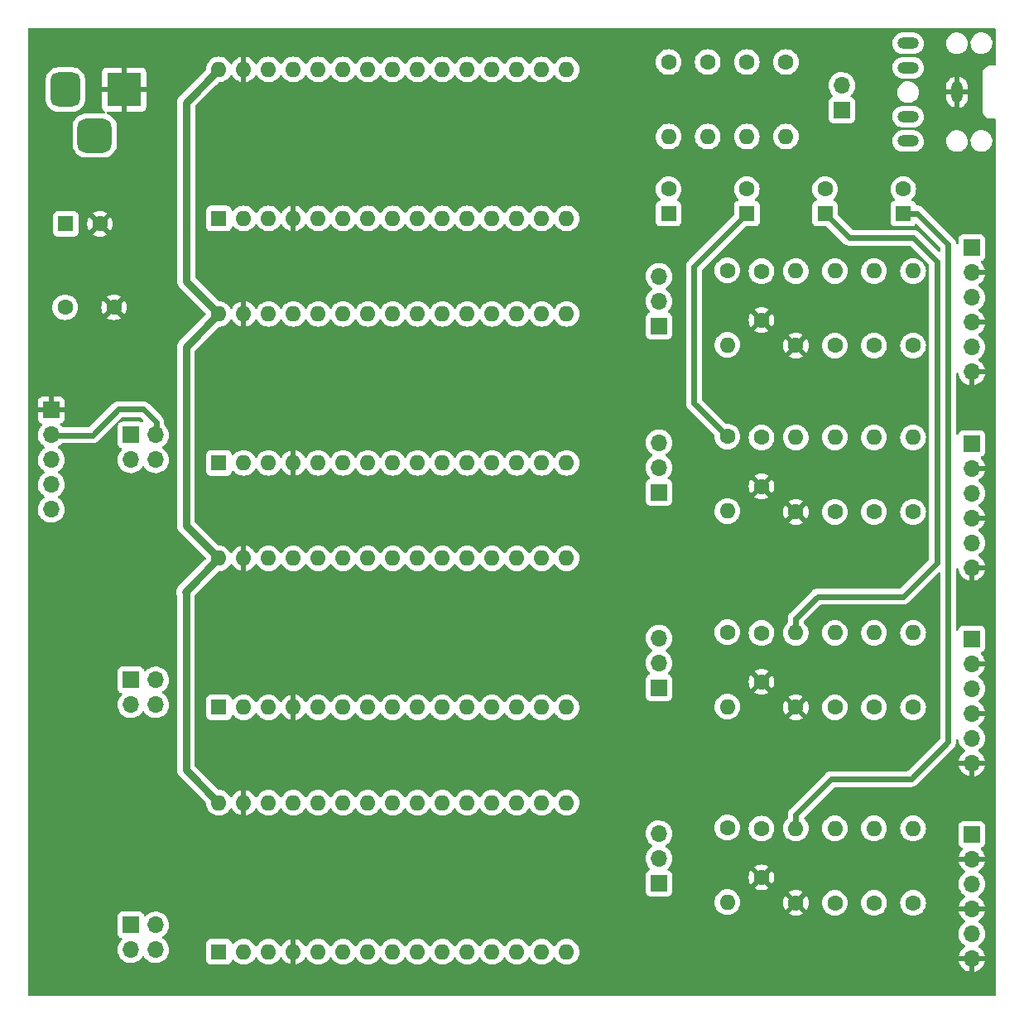
<source format=gbr>
%TF.GenerationSoftware,KiCad,Pcbnew,(6.0.5)*%
%TF.CreationDate,2022-10-27T12:03:09+01:00*%
%TF.ProjectId,NanoMultiTone,4e616e6f-4d75-46c7-9469-546f6e652e6b,rev?*%
%TF.SameCoordinates,Original*%
%TF.FileFunction,Copper,L2,Bot*%
%TF.FilePolarity,Positive*%
%FSLAX46Y46*%
G04 Gerber Fmt 4.6, Leading zero omitted, Abs format (unit mm)*
G04 Created by KiCad (PCBNEW (6.0.5)) date 2022-10-27 12:03:09*
%MOMM*%
%LPD*%
G01*
G04 APERTURE LIST*
G04 Aperture macros list*
%AMRoundRect*
0 Rectangle with rounded corners*
0 $1 Rounding radius*
0 $2 $3 $4 $5 $6 $7 $8 $9 X,Y pos of 4 corners*
0 Add a 4 corners polygon primitive as box body*
4,1,4,$2,$3,$4,$5,$6,$7,$8,$9,$2,$3,0*
0 Add four circle primitives for the rounded corners*
1,1,$1+$1,$2,$3*
1,1,$1+$1,$4,$5*
1,1,$1+$1,$6,$7*
1,1,$1+$1,$8,$9*
0 Add four rect primitives between the rounded corners*
20,1,$1+$1,$2,$3,$4,$5,0*
20,1,$1+$1,$4,$5,$6,$7,0*
20,1,$1+$1,$6,$7,$8,$9,0*
20,1,$1+$1,$8,$9,$2,$3,0*%
G04 Aperture macros list end*
%TA.AperFunction,ComponentPad*%
%ADD10C,1.600000*%
%TD*%
%TA.AperFunction,ComponentPad*%
%ADD11O,1.600000X1.600000*%
%TD*%
%TA.AperFunction,ComponentPad*%
%ADD12R,1.700000X1.700000*%
%TD*%
%TA.AperFunction,ComponentPad*%
%ADD13O,1.700000X1.700000*%
%TD*%
%TA.AperFunction,ComponentPad*%
%ADD14R,3.500000X3.500000*%
%TD*%
%TA.AperFunction,ComponentPad*%
%ADD15RoundRect,0.750000X-0.750000X-1.000000X0.750000X-1.000000X0.750000X1.000000X-0.750000X1.000000X0*%
%TD*%
%TA.AperFunction,ComponentPad*%
%ADD16RoundRect,0.875000X-0.875000X-0.875000X0.875000X-0.875000X0.875000X0.875000X-0.875000X0.875000X0*%
%TD*%
%TA.AperFunction,ComponentPad*%
%ADD17R,1.600000X1.600000*%
%TD*%
%TA.AperFunction,ComponentPad*%
%ADD18O,2.200000X1.200000*%
%TD*%
%TA.AperFunction,ComponentPad*%
%ADD19O,1.200000X2.200000*%
%TD*%
%TA.AperFunction,Conductor*%
%ADD20C,0.600000*%
%TD*%
%TA.AperFunction,Conductor*%
%ADD21C,0.800000*%
%TD*%
G04 APERTURE END LIST*
D10*
%TO.P,R17,1*%
%TO.N,GND*%
X129000000Y-83000000D03*
D11*
%TO.P,R17,2*%
%TO.N,Net-(C3-Pad1)*%
X129000000Y-75380000D03*
%TD*%
D10*
%TO.P,R9,1*%
%TO.N,/C_TONE_3*%
X133000000Y-120000000D03*
D11*
%TO.P,R9,2*%
%TO.N,Net-(J8-Pad5)*%
X133000000Y-112380000D03*
%TD*%
D12*
%TO.P,J6,1,Pin_1*%
%TO.N,Net-(J6-Pad1)*%
X147000000Y-73000000D03*
D13*
%TO.P,J6,2,Pin_2*%
%TO.N,GND*%
X147000000Y-75540000D03*
%TO.P,J6,3,Pin_3*%
%TO.N,Net-(J6-Pad3)*%
X147000000Y-78080000D03*
%TO.P,J6,4,Pin_4*%
%TO.N,GND*%
X147000000Y-80620000D03*
%TO.P,J6,5,Pin_5*%
%TO.N,Net-(J6-Pad5)*%
X147000000Y-83160000D03*
%TO.P,J6,6,Pin_6*%
%TO.N,GND*%
X147000000Y-85700000D03*
%TD*%
D10*
%TO.P,R2,1*%
%TO.N,/A_TONE_2*%
X137000000Y-83000000D03*
D11*
%TO.P,R2,2*%
%TO.N,Net-(J6-Pad3)*%
X137000000Y-75380000D03*
%TD*%
D10*
%TO.P,R11,1*%
%TO.N,/D_TONE_2*%
X137000000Y-140000000D03*
D11*
%TO.P,R11,2*%
%TO.N,Net-(J9-Pad3)*%
X137000000Y-132380000D03*
%TD*%
D10*
%TO.P,R4,1*%
%TO.N,/B_TONE_1*%
X141000000Y-100000000D03*
D11*
%TO.P,R4,2*%
%TO.N,Net-(J7-Pad1)*%
X141000000Y-92380000D03*
%TD*%
D14*
%TO.P,J2,1*%
%TO.N,GND*%
X60300000Y-56812500D03*
D15*
%TO.P,J2,2*%
%TO.N,VDD*%
X54300000Y-56812500D03*
D16*
%TO.P,J2,3*%
%TO.N,N/C*%
X57300000Y-61512500D03*
%TD*%
D10*
%TO.P,R7,1*%
%TO.N,/C_TONE_1*%
X141000000Y-120000000D03*
D11*
%TO.P,R7,2*%
%TO.N,Net-(J8-Pad1)*%
X141000000Y-112380000D03*
%TD*%
D10*
%TO.P,R1,1*%
%TO.N,/A_TONE_1*%
X141000000Y-83000000D03*
D11*
%TO.P,R1,2*%
%TO.N,Net-(J6-Pad1)*%
X141000000Y-75380000D03*
%TD*%
D10*
%TO.P,R13,1*%
%TO.N,Net-(C3-Pad1)*%
X122000000Y-75300000D03*
D11*
%TO.P,R13,2*%
%TO.N,Net-(J10-Pad2)*%
X122000000Y-82920000D03*
%TD*%
D10*
%TO.P,R12,1*%
%TO.N,/D_TONE_3*%
X133000000Y-140000000D03*
D11*
%TO.P,R12,2*%
%TO.N,Net-(J9-Pad5)*%
X133000000Y-132380000D03*
%TD*%
D12*
%TO.P,J3,1,Pin_1*%
%TO.N,/A_TX*%
X61000000Y-92145000D03*
D13*
%TO.P,J3,2,Pin_2*%
%TO.N,/A_RX*%
X63540000Y-92145000D03*
%TO.P,J3,3,Pin_3*%
%TO.N,/B_RX*%
X61000000Y-94685000D03*
%TO.P,J3,4,Pin_4*%
X63540000Y-94685000D03*
%TD*%
D12*
%TO.P,J11,1,Pin_1*%
%TO.N,/B_PWM_2*%
X115000000Y-98000000D03*
D13*
%TO.P,J11,2,Pin_2*%
%TO.N,Net-(J11-Pad2)*%
X115000000Y-95460000D03*
%TO.P,J11,3,Pin_3*%
%TO.N,/B_PWM_1*%
X115000000Y-92920000D03*
%TD*%
D10*
%TO.P,R20,1*%
%TO.N,GND*%
X129000000Y-140000000D03*
D11*
%TO.P,R20,2*%
%TO.N,Net-(C10-Pad1)*%
X129000000Y-132380000D03*
%TD*%
D17*
%TO.P,C1,1*%
%TO.N,VDD*%
X54337349Y-70540000D03*
D10*
%TO.P,C1,2*%
%TO.N,GND*%
X57837349Y-70540000D03*
%TD*%
%TO.P,R6,1*%
%TO.N,/B_TONE_3*%
X133000000Y-100000000D03*
D11*
%TO.P,R6,2*%
%TO.N,Net-(J7-Pad5)*%
X133000000Y-92380000D03*
%TD*%
D10*
%TO.P,R21,1*%
%TO.N,Net-(J14-Pad2)*%
X116000000Y-54000000D03*
D11*
%TO.P,R21,2*%
%TO.N,/A_AU*%
X116000000Y-61620000D03*
%TD*%
D18*
%TO.P,J15,R*%
%TO.N,Net-(J14-Pad1)*%
X140490000Y-62080000D03*
%TO.P,J15,RN*%
%TO.N,N/C*%
X140490000Y-59580000D03*
D19*
%TO.P,J15,S*%
%TO.N,GND*%
X145490000Y-57080000D03*
D18*
%TO.P,J15,T*%
%TO.N,Net-(J14-Pad2)*%
X140490000Y-52080000D03*
%TO.P,J15,TN*%
%TO.N,N/C*%
X140490000Y-54580000D03*
%TD*%
D10*
%TO.P,R3,1*%
%TO.N,/A_TONE_3*%
X133000000Y-83000000D03*
D11*
%TO.P,R3,2*%
%TO.N,Net-(J6-Pad5)*%
X133000000Y-75380000D03*
%TD*%
D17*
%TO.P,C8,1*%
%TO.N,Net-(C4-Pad1)*%
X124000000Y-69500000D03*
D10*
%TO.P,C8,2*%
%TO.N,/B_AU*%
X124000000Y-67000000D03*
%TD*%
%TO.P,R14,1*%
%TO.N,Net-(C4-Pad1)*%
X122000000Y-92300000D03*
D11*
%TO.P,R14,2*%
%TO.N,Net-(J11-Pad2)*%
X122000000Y-99920000D03*
%TD*%
D12*
%TO.P,J5,1,Pin_1*%
%TO.N,/C_TX*%
X61000000Y-142245000D03*
D13*
%TO.P,J5,2,Pin_2*%
%TO.N,/C_RX*%
X63540000Y-142245000D03*
%TO.P,J5,3,Pin_3*%
%TO.N,/D_RX*%
X61000000Y-144785000D03*
%TO.P,J5,4,Pin_4*%
X63540000Y-144785000D03*
%TD*%
D10*
%TO.P,R22,1*%
%TO.N,Net-(J14-Pad2)*%
X120000000Y-54000000D03*
D11*
%TO.P,R22,2*%
%TO.N,/B_AU*%
X120000000Y-61620000D03*
%TD*%
D10*
%TO.P,C3,1*%
%TO.N,Net-(C3-Pad1)*%
X125500000Y-75400000D03*
%TO.P,C3,2*%
%TO.N,GND*%
X125500000Y-80400000D03*
%TD*%
D17*
%TO.P,C9,1*%
%TO.N,Net-(C5-Pad1)*%
X132000000Y-69500000D03*
D10*
%TO.P,C9,2*%
%TO.N,/C_AU*%
X132000000Y-67000000D03*
%TD*%
%TO.P,R15,1*%
%TO.N,Net-(C5-Pad1)*%
X122000000Y-112300000D03*
D11*
%TO.P,R15,2*%
%TO.N,Net-(J12-Pad2)*%
X122000000Y-119920000D03*
%TD*%
D10*
%TO.P,R8,1*%
%TO.N,/C_TONE_2*%
X137000000Y-120000000D03*
D11*
%TO.P,R8,2*%
%TO.N,Net-(J8-Pad3)*%
X137000000Y-112380000D03*
%TD*%
D10*
%TO.P,R10,1*%
%TO.N,/D_TONE_1*%
X141000000Y-140000000D03*
D11*
%TO.P,R10,2*%
%TO.N,Net-(J9-Pad1)*%
X141000000Y-132380000D03*
%TD*%
D10*
%TO.P,R5,1*%
%TO.N,/B_TONE_2*%
X137000000Y-100000000D03*
D11*
%TO.P,R5,2*%
%TO.N,Net-(J7-Pad3)*%
X137000000Y-92380000D03*
%TD*%
D10*
%TO.P,C4,1*%
%TO.N,Net-(C4-Pad1)*%
X125500000Y-92400000D03*
%TO.P,C4,2*%
%TO.N,GND*%
X125500000Y-97400000D03*
%TD*%
D17*
%TO.P,C7,1*%
%TO.N,Net-(C3-Pad1)*%
X116000000Y-69500000D03*
D10*
%TO.P,C7,2*%
%TO.N,/A_AU*%
X116000000Y-67000000D03*
%TD*%
D12*
%TO.P,J10,1,Pin_1*%
%TO.N,/A_PWM_2*%
X115000000Y-81000000D03*
D13*
%TO.P,J10,2,Pin_2*%
%TO.N,Net-(J10-Pad2)*%
X115000000Y-78460000D03*
%TO.P,J10,3,Pin_3*%
%TO.N,/A_PWM_1*%
X115000000Y-75920000D03*
%TD*%
D17*
%TO.P,A3,1,D1/TX*%
%TO.N,/C_TX*%
X70000000Y-120000000D03*
D11*
%TO.P,A3,2,D0/RX*%
%TO.N,/C_RX*%
X72540000Y-120000000D03*
%TO.P,A3,3,~{RESET}*%
%TO.N,unconnected-(A3-Pad3)*%
X75080000Y-120000000D03*
%TO.P,A3,4,GND*%
%TO.N,GND*%
X77620000Y-120000000D03*
%TO.P,A3,5,D2*%
%TO.N,unconnected-(A3-Pad5)*%
X80160000Y-120000000D03*
%TO.P,A3,6,D3*%
%TO.N,/C_PWM_1*%
X82700000Y-120000000D03*
%TO.P,A3,7,D4*%
%TO.N,/C_TONE_1*%
X85240000Y-120000000D03*
%TO.P,A3,8,D5*%
%TO.N,/C_TONE_2*%
X87780000Y-120000000D03*
%TO.P,A3,9,D6*%
%TO.N,/C_TONE_3*%
X90320000Y-120000000D03*
%TO.P,A3,10,D7*%
%TO.N,unconnected-(A3-Pad10)*%
X92860000Y-120000000D03*
%TO.P,A3,11,D8*%
%TO.N,unconnected-(A3-Pad11)*%
X95400000Y-120000000D03*
%TO.P,A3,12,D9*%
%TO.N,/C_PWM_2*%
X97940000Y-120000000D03*
%TO.P,A3,13,D10*%
%TO.N,unconnected-(A3-Pad13)*%
X100480000Y-120000000D03*
%TO.P,A3,14,D11*%
%TO.N,unconnected-(A3-Pad14)*%
X103020000Y-120000000D03*
%TO.P,A3,15,D12*%
%TO.N,unconnected-(A3-Pad15)*%
X105560000Y-120000000D03*
%TO.P,A3,16,D13*%
%TO.N,unconnected-(A3-Pad16)*%
X105560000Y-104760000D03*
%TO.P,A3,17,3V3*%
%TO.N,unconnected-(A3-Pad17)*%
X103020000Y-104760000D03*
%TO.P,A3,18,AREF*%
%TO.N,unconnected-(A3-Pad18)*%
X100480000Y-104760000D03*
%TO.P,A3,19,A0*%
%TO.N,unconnected-(A3-Pad19)*%
X97940000Y-104760000D03*
%TO.P,A3,20,A1*%
%TO.N,unconnected-(A3-Pad20)*%
X95400000Y-104760000D03*
%TO.P,A3,21,A2*%
%TO.N,unconnected-(A3-Pad21)*%
X92860000Y-104760000D03*
%TO.P,A3,22,A3*%
%TO.N,unconnected-(A3-Pad22)*%
X90320000Y-104760000D03*
%TO.P,A3,23,A4*%
%TO.N,unconnected-(A3-Pad23)*%
X87780000Y-104760000D03*
%TO.P,A3,24,A5*%
%TO.N,unconnected-(A3-Pad24)*%
X85240000Y-104760000D03*
%TO.P,A3,25,A6*%
%TO.N,unconnected-(A3-Pad25)*%
X82700000Y-104760000D03*
%TO.P,A3,26,A7*%
%TO.N,unconnected-(A3-Pad26)*%
X80160000Y-104760000D03*
%TO.P,A3,27,+5V*%
%TO.N,unconnected-(A3-Pad27)*%
X77620000Y-104760000D03*
%TO.P,A3,28,~{RESET}*%
%TO.N,unconnected-(A3-Pad28)*%
X75080000Y-104760000D03*
%TO.P,A3,29,GND*%
%TO.N,GND*%
X72540000Y-104760000D03*
%TO.P,A3,30,VIN*%
%TO.N,VDD*%
X70000000Y-104760000D03*
%TD*%
D17*
%TO.P,C10,1*%
%TO.N,Net-(C10-Pad1)*%
X140000000Y-69500000D03*
D10*
%TO.P,C10,2*%
%TO.N,/D_AU*%
X140000000Y-67000000D03*
%TD*%
D12*
%TO.P,J1,1,Pin_1*%
%TO.N,GND*%
X52850000Y-89585000D03*
D13*
%TO.P,J1,2,Pin_2*%
%TO.N,/A_RX*%
X52850000Y-92125000D03*
%TO.P,J1,3,Pin_3*%
%TO.N,/B_RX*%
X52850000Y-94665000D03*
%TO.P,J1,4,Pin_4*%
%TO.N,/C_RX*%
X52850000Y-97205000D03*
%TO.P,J1,5,Pin_5*%
%TO.N,/D_RX*%
X52850000Y-99745000D03*
%TD*%
D12*
%TO.P,J8,1,Pin_1*%
%TO.N,Net-(J8-Pad1)*%
X147000000Y-113000000D03*
D13*
%TO.P,J8,2,Pin_2*%
%TO.N,GND*%
X147000000Y-115540000D03*
%TO.P,J8,3,Pin_3*%
%TO.N,Net-(J8-Pad3)*%
X147000000Y-118080000D03*
%TO.P,J8,4,Pin_4*%
%TO.N,GND*%
X147000000Y-120620000D03*
%TO.P,J8,5,Pin_5*%
%TO.N,Net-(J8-Pad5)*%
X147000000Y-123160000D03*
%TO.P,J8,6,Pin_6*%
%TO.N,GND*%
X147000000Y-125700000D03*
%TD*%
D12*
%TO.P,J12,1,Pin_1*%
%TO.N,/C_PWM_2*%
X115000000Y-118000000D03*
D13*
%TO.P,J12,2,Pin_2*%
%TO.N,Net-(J12-Pad2)*%
X115000000Y-115460000D03*
%TO.P,J12,3,Pin_3*%
%TO.N,/C_PWM_1*%
X115000000Y-112920000D03*
%TD*%
D12*
%TO.P,J7,1,Pin_1*%
%TO.N,Net-(J7-Pad1)*%
X147000000Y-93000000D03*
D13*
%TO.P,J7,2,Pin_2*%
%TO.N,GND*%
X147000000Y-95540000D03*
%TO.P,J7,3,Pin_3*%
%TO.N,Net-(J7-Pad3)*%
X147000000Y-98080000D03*
%TO.P,J7,4,Pin_4*%
%TO.N,GND*%
X147000000Y-100620000D03*
%TO.P,J7,5,Pin_5*%
%TO.N,Net-(J7-Pad5)*%
X147000000Y-103160000D03*
%TO.P,J7,6,Pin_6*%
%TO.N,GND*%
X147000000Y-105700000D03*
%TD*%
D17*
%TO.P,A1,1,D1/TX*%
%TO.N,/A_TX*%
X70000000Y-70000000D03*
D11*
%TO.P,A1,2,D0/RX*%
%TO.N,/A_RX*%
X72540000Y-70000000D03*
%TO.P,A1,3,~{RESET}*%
%TO.N,unconnected-(A1-Pad3)*%
X75080000Y-70000000D03*
%TO.P,A1,4,GND*%
%TO.N,GND*%
X77620000Y-70000000D03*
%TO.P,A1,5,D2*%
%TO.N,unconnected-(A1-Pad5)*%
X80160000Y-70000000D03*
%TO.P,A1,6,D3*%
%TO.N,/A_PWM_1*%
X82700000Y-70000000D03*
%TO.P,A1,7,D4*%
%TO.N,/A_TONE_1*%
X85240000Y-70000000D03*
%TO.P,A1,8,D5*%
%TO.N,/A_TONE_2*%
X87780000Y-70000000D03*
%TO.P,A1,9,D6*%
%TO.N,/A_TONE_3*%
X90320000Y-70000000D03*
%TO.P,A1,10,D7*%
%TO.N,unconnected-(A1-Pad10)*%
X92860000Y-70000000D03*
%TO.P,A1,11,D8*%
%TO.N,unconnected-(A1-Pad11)*%
X95400000Y-70000000D03*
%TO.P,A1,12,D9*%
%TO.N,/A_PWM_2*%
X97940000Y-70000000D03*
%TO.P,A1,13,D10*%
%TO.N,unconnected-(A1-Pad13)*%
X100480000Y-70000000D03*
%TO.P,A1,14,D11*%
%TO.N,unconnected-(A1-Pad14)*%
X103020000Y-70000000D03*
%TO.P,A1,15,D12*%
%TO.N,unconnected-(A1-Pad15)*%
X105560000Y-70000000D03*
%TO.P,A1,16,D13*%
%TO.N,unconnected-(A1-Pad16)*%
X105560000Y-54760000D03*
%TO.P,A1,17,3V3*%
%TO.N,unconnected-(A1-Pad17)*%
X103020000Y-54760000D03*
%TO.P,A1,18,AREF*%
%TO.N,unconnected-(A1-Pad18)*%
X100480000Y-54760000D03*
%TO.P,A1,19,A0*%
%TO.N,unconnected-(A1-Pad19)*%
X97940000Y-54760000D03*
%TO.P,A1,20,A1*%
%TO.N,unconnected-(A1-Pad20)*%
X95400000Y-54760000D03*
%TO.P,A1,21,A2*%
%TO.N,unconnected-(A1-Pad21)*%
X92860000Y-54760000D03*
%TO.P,A1,22,A3*%
%TO.N,unconnected-(A1-Pad22)*%
X90320000Y-54760000D03*
%TO.P,A1,23,A4*%
%TO.N,unconnected-(A1-Pad23)*%
X87780000Y-54760000D03*
%TO.P,A1,24,A5*%
%TO.N,unconnected-(A1-Pad24)*%
X85240000Y-54760000D03*
%TO.P,A1,25,A6*%
%TO.N,unconnected-(A1-Pad25)*%
X82700000Y-54760000D03*
%TO.P,A1,26,A7*%
%TO.N,unconnected-(A1-Pad26)*%
X80160000Y-54760000D03*
%TO.P,A1,27,+5V*%
%TO.N,unconnected-(A1-Pad27)*%
X77620000Y-54760000D03*
%TO.P,A1,28,~{RESET}*%
%TO.N,unconnected-(A1-Pad28)*%
X75080000Y-54760000D03*
%TO.P,A1,29,GND*%
%TO.N,GND*%
X72540000Y-54760000D03*
%TO.P,A1,30,VIN*%
%TO.N,VDD*%
X70000000Y-54760000D03*
%TD*%
D17*
%TO.P,A2,1,D1/TX*%
%TO.N,/B_TX*%
X70000000Y-95000000D03*
D11*
%TO.P,A2,2,D0/RX*%
%TO.N,/B_RX*%
X72540000Y-95000000D03*
%TO.P,A2,3,~{RESET}*%
%TO.N,unconnected-(A2-Pad3)*%
X75080000Y-95000000D03*
%TO.P,A2,4,GND*%
%TO.N,GND*%
X77620000Y-95000000D03*
%TO.P,A2,5,D2*%
%TO.N,unconnected-(A2-Pad5)*%
X80160000Y-95000000D03*
%TO.P,A2,6,D3*%
%TO.N,/B_PWM_1*%
X82700000Y-95000000D03*
%TO.P,A2,7,D4*%
%TO.N,/B_TONE_1*%
X85240000Y-95000000D03*
%TO.P,A2,8,D5*%
%TO.N,/B_TONE_2*%
X87780000Y-95000000D03*
%TO.P,A2,9,D6*%
%TO.N,/B_TONE_3*%
X90320000Y-95000000D03*
%TO.P,A2,10,D7*%
%TO.N,unconnected-(A2-Pad10)*%
X92860000Y-95000000D03*
%TO.P,A2,11,D8*%
%TO.N,unconnected-(A2-Pad11)*%
X95400000Y-95000000D03*
%TO.P,A2,12,D9*%
%TO.N,/B_PWM_2*%
X97940000Y-95000000D03*
%TO.P,A2,13,D10*%
%TO.N,unconnected-(A2-Pad13)*%
X100480000Y-95000000D03*
%TO.P,A2,14,D11*%
%TO.N,unconnected-(A2-Pad14)*%
X103020000Y-95000000D03*
%TO.P,A2,15,D12*%
%TO.N,unconnected-(A2-Pad15)*%
X105560000Y-95000000D03*
%TO.P,A2,16,D13*%
%TO.N,unconnected-(A2-Pad16)*%
X105560000Y-79760000D03*
%TO.P,A2,17,3V3*%
%TO.N,unconnected-(A2-Pad17)*%
X103020000Y-79760000D03*
%TO.P,A2,18,AREF*%
%TO.N,unconnected-(A2-Pad18)*%
X100480000Y-79760000D03*
%TO.P,A2,19,A0*%
%TO.N,unconnected-(A2-Pad19)*%
X97940000Y-79760000D03*
%TO.P,A2,20,A1*%
%TO.N,unconnected-(A2-Pad20)*%
X95400000Y-79760000D03*
%TO.P,A2,21,A2*%
%TO.N,unconnected-(A2-Pad21)*%
X92860000Y-79760000D03*
%TO.P,A2,22,A3*%
%TO.N,unconnected-(A2-Pad22)*%
X90320000Y-79760000D03*
%TO.P,A2,23,A4*%
%TO.N,unconnected-(A2-Pad23)*%
X87780000Y-79760000D03*
%TO.P,A2,24,A5*%
%TO.N,unconnected-(A2-Pad24)*%
X85240000Y-79760000D03*
%TO.P,A2,25,A6*%
%TO.N,unconnected-(A2-Pad25)*%
X82700000Y-79760000D03*
%TO.P,A2,26,A7*%
%TO.N,unconnected-(A2-Pad26)*%
X80160000Y-79760000D03*
%TO.P,A2,27,+5V*%
%TO.N,unconnected-(A2-Pad27)*%
X77620000Y-79760000D03*
%TO.P,A2,28,~{RESET}*%
%TO.N,unconnected-(A2-Pad28)*%
X75080000Y-79760000D03*
%TO.P,A2,29,GND*%
%TO.N,GND*%
X72540000Y-79760000D03*
%TO.P,A2,30,VIN*%
%TO.N,VDD*%
X70000000Y-79760000D03*
%TD*%
D10*
%TO.P,C6,1*%
%TO.N,Net-(C10-Pad1)*%
X125500000Y-132400000D03*
%TO.P,C6,2*%
%TO.N,GND*%
X125500000Y-137400000D03*
%TD*%
D17*
%TO.P,A4,1,D1/TX*%
%TO.N,/D_TX*%
X70000000Y-145000000D03*
D11*
%TO.P,A4,2,D0/RX*%
%TO.N,/D_RX*%
X72540000Y-145000000D03*
%TO.P,A4,3,~{RESET}*%
%TO.N,unconnected-(A4-Pad3)*%
X75080000Y-145000000D03*
%TO.P,A4,4,GND*%
%TO.N,GND*%
X77620000Y-145000000D03*
%TO.P,A4,5,D2*%
%TO.N,unconnected-(A4-Pad5)*%
X80160000Y-145000000D03*
%TO.P,A4,6,D3*%
%TO.N,/D_PWM_1*%
X82700000Y-145000000D03*
%TO.P,A4,7,D4*%
%TO.N,/D_TONE_1*%
X85240000Y-145000000D03*
%TO.P,A4,8,D5*%
%TO.N,/D_TONE_2*%
X87780000Y-145000000D03*
%TO.P,A4,9,D6*%
%TO.N,/D_TONE_3*%
X90320000Y-145000000D03*
%TO.P,A4,10,D7*%
%TO.N,unconnected-(A4-Pad10)*%
X92860000Y-145000000D03*
%TO.P,A4,11,D8*%
%TO.N,unconnected-(A4-Pad11)*%
X95400000Y-145000000D03*
%TO.P,A4,12,D9*%
%TO.N,/D_PWM_2*%
X97940000Y-145000000D03*
%TO.P,A4,13,D10*%
%TO.N,unconnected-(A4-Pad13)*%
X100480000Y-145000000D03*
%TO.P,A4,14,D11*%
%TO.N,unconnected-(A4-Pad14)*%
X103020000Y-145000000D03*
%TO.P,A4,15,D12*%
%TO.N,unconnected-(A4-Pad15)*%
X105560000Y-145000000D03*
%TO.P,A4,16,D13*%
%TO.N,unconnected-(A4-Pad16)*%
X105560000Y-129760000D03*
%TO.P,A4,17,3V3*%
%TO.N,unconnected-(A4-Pad17)*%
X103020000Y-129760000D03*
%TO.P,A4,18,AREF*%
%TO.N,unconnected-(A4-Pad18)*%
X100480000Y-129760000D03*
%TO.P,A4,19,A0*%
%TO.N,unconnected-(A4-Pad19)*%
X97940000Y-129760000D03*
%TO.P,A4,20,A1*%
%TO.N,unconnected-(A4-Pad20)*%
X95400000Y-129760000D03*
%TO.P,A4,21,A2*%
%TO.N,unconnected-(A4-Pad21)*%
X92860000Y-129760000D03*
%TO.P,A4,22,A3*%
%TO.N,unconnected-(A4-Pad22)*%
X90320000Y-129760000D03*
%TO.P,A4,23,A4*%
%TO.N,unconnected-(A4-Pad23)*%
X87780000Y-129760000D03*
%TO.P,A4,24,A5*%
%TO.N,unconnected-(A4-Pad24)*%
X85240000Y-129760000D03*
%TO.P,A4,25,A6*%
%TO.N,unconnected-(A4-Pad25)*%
X82700000Y-129760000D03*
%TO.P,A4,26,A7*%
%TO.N,unconnected-(A4-Pad26)*%
X80160000Y-129760000D03*
%TO.P,A4,27,+5V*%
%TO.N,unconnected-(A4-Pad27)*%
X77620000Y-129760000D03*
%TO.P,A4,28,~{RESET}*%
%TO.N,unconnected-(A4-Pad28)*%
X75080000Y-129760000D03*
%TO.P,A4,29,GND*%
%TO.N,GND*%
X72540000Y-129760000D03*
%TO.P,A4,30,VIN*%
%TO.N,VDD*%
X70000000Y-129760000D03*
%TD*%
D12*
%TO.P,J9,1,Pin_1*%
%TO.N,Net-(J9-Pad1)*%
X147000000Y-133000000D03*
D13*
%TO.P,J9,2,Pin_2*%
%TO.N,GND*%
X147000000Y-135540000D03*
%TO.P,J9,3,Pin_3*%
%TO.N,Net-(J9-Pad3)*%
X147000000Y-138080000D03*
%TO.P,J9,4,Pin_4*%
%TO.N,GND*%
X147000000Y-140620000D03*
%TO.P,J9,5,Pin_5*%
%TO.N,Net-(J9-Pad5)*%
X147000000Y-143160000D03*
%TO.P,J9,6,Pin_6*%
%TO.N,GND*%
X147000000Y-145700000D03*
%TD*%
D12*
%TO.P,J13,1,Pin_1*%
%TO.N,/D_PWM_2*%
X115000000Y-138000000D03*
D13*
%TO.P,J13,2,Pin_2*%
%TO.N,Net-(J13-Pad2)*%
X115000000Y-135460000D03*
%TO.P,J13,3,Pin_3*%
%TO.N,/D_PWM_1*%
X115000000Y-132920000D03*
%TD*%
D12*
%TO.P,J4,1,Pin_1*%
%TO.N,/B_TX*%
X61000000Y-117185000D03*
D13*
%TO.P,J4,2,Pin_2*%
%TO.N,/B_RX*%
X63540000Y-117185000D03*
%TO.P,J4,3,Pin_3*%
%TO.N,/C_RX*%
X61000000Y-119725000D03*
%TO.P,J4,4,Pin_4*%
X63540000Y-119725000D03*
%TD*%
D10*
%TO.P,R18,1*%
%TO.N,GND*%
X129000000Y-100000000D03*
D11*
%TO.P,R18,2*%
%TO.N,Net-(C4-Pad1)*%
X129000000Y-92380000D03*
%TD*%
D10*
%TO.P,R16,1*%
%TO.N,Net-(C10-Pad1)*%
X122000000Y-132300000D03*
D11*
%TO.P,R16,2*%
%TO.N,Net-(J13-Pad2)*%
X122000000Y-139920000D03*
%TD*%
D10*
%TO.P,R19,1*%
%TO.N,GND*%
X129000000Y-120000000D03*
D11*
%TO.P,R19,2*%
%TO.N,Net-(C5-Pad1)*%
X129000000Y-112380000D03*
%TD*%
D10*
%TO.P,C5,1*%
%TO.N,Net-(C5-Pad1)*%
X125500000Y-112400000D03*
%TO.P,C5,2*%
%TO.N,GND*%
X125500000Y-117400000D03*
%TD*%
%TO.P,R23,1*%
%TO.N,Net-(J14-Pad1)*%
X124000000Y-54000000D03*
D11*
%TO.P,R23,2*%
%TO.N,/C_AU*%
X124000000Y-61620000D03*
%TD*%
D10*
%TO.P,R24,1*%
%TO.N,Net-(J14-Pad1)*%
X128000000Y-54000000D03*
D11*
%TO.P,R24,2*%
%TO.N,/D_AU*%
X128000000Y-61620000D03*
%TD*%
D10*
%TO.P,C2,1*%
%TO.N,VDD*%
X54280000Y-79080000D03*
%TO.P,C2,2*%
%TO.N,GND*%
X59280000Y-79080000D03*
%TD*%
D12*
%TO.P,J14,1,Pin_1*%
%TO.N,Net-(J14-Pad1)*%
X133710000Y-58925000D03*
D13*
%TO.P,J14,2,Pin_2*%
%TO.N,Net-(J14-Pad2)*%
X133710000Y-56385000D03*
%TD*%
D20*
%TO.N,/A_RX*%
X59720000Y-89520000D02*
X62270000Y-89520000D01*
X52820000Y-92170000D02*
X57070000Y-92170000D01*
X62270000Y-89520000D02*
X63575000Y-90825000D01*
X57070000Y-92170000D02*
X59720000Y-89520000D01*
X63575000Y-90825000D02*
X63575000Y-92145000D01*
%TO.N,Net-(C4-Pad1)*%
X124000000Y-69500000D02*
X118580000Y-74920000D01*
X118580000Y-88880000D02*
X122000000Y-92300000D01*
X118580000Y-74920000D02*
X118580000Y-88880000D01*
%TO.N,Net-(C5-Pad1)*%
X143460000Y-105190000D02*
X142500000Y-106150000D01*
X131230000Y-108660000D02*
X139990000Y-108660000D01*
X139990000Y-108660000D02*
X142500000Y-106150000D01*
X143460000Y-74410000D02*
X143460000Y-105190000D01*
X132000000Y-69500000D02*
X134460000Y-71960000D01*
X129000000Y-110890000D02*
X131230000Y-108660000D01*
X134460000Y-71960000D02*
X141010000Y-71960000D01*
X141010000Y-71960000D02*
X143460000Y-74410000D01*
X129000000Y-112380000D02*
X129000000Y-110890000D01*
%TO.N,Net-(C10-Pad1)*%
X129000000Y-132380000D02*
X129000000Y-130950000D01*
X141460000Y-69500000D02*
X140000000Y-69500000D01*
X129000000Y-130950000D02*
X132620000Y-127330000D01*
X132620000Y-127330000D02*
X140800000Y-127330000D01*
X144590000Y-72630000D02*
X141460000Y-69500000D01*
X144590000Y-123540000D02*
X144590000Y-72630000D01*
X140800000Y-127330000D02*
X144590000Y-123540000D01*
D21*
%TO.N,VDD*%
X66665000Y-76425000D02*
X66665000Y-58145000D01*
X66665000Y-76425000D02*
X70000000Y-79760000D01*
X66625000Y-126385000D02*
X70000000Y-129760000D01*
X70000000Y-104760000D02*
X66545000Y-108215000D01*
X66635000Y-83125000D02*
X70000000Y-79760000D01*
X66625000Y-108295000D02*
X66625000Y-126385000D01*
X66635000Y-101395000D02*
X66635000Y-83125000D01*
X66665000Y-58145000D02*
X66640000Y-58120000D01*
X70000000Y-104760000D02*
X66635000Y-101395000D01*
X66545000Y-108215000D02*
X66625000Y-108295000D01*
X70000000Y-54760000D02*
X66640000Y-58120000D01*
%TD*%
%TA.AperFunction,Conductor*%
%TO.N,GND*%
G36*
X149423621Y-50528502D02*
G01*
X149470114Y-50582158D01*
X149481500Y-50634500D01*
X149481500Y-54245500D01*
X149461498Y-54313621D01*
X149407842Y-54360114D01*
X149355500Y-54371500D01*
X149043250Y-54371500D01*
X149022345Y-54369754D01*
X149007344Y-54367230D01*
X149007341Y-54367230D01*
X149002552Y-54366424D01*
X148996276Y-54366347D01*
X148994859Y-54366330D01*
X148994856Y-54366330D01*
X148990000Y-54366271D01*
X148974110Y-54368547D01*
X148968606Y-54369211D01*
X148864310Y-54379483D01*
X148811903Y-54384645D01*
X148640650Y-54436594D01*
X148635195Y-54439510D01*
X148635192Y-54439511D01*
X148502836Y-54510258D01*
X148482822Y-54520955D01*
X148478032Y-54524886D01*
X148364921Y-54617714D01*
X148344485Y-54634485D01*
X148340558Y-54639270D01*
X148234886Y-54768032D01*
X148230955Y-54772822D01*
X148228035Y-54778285D01*
X148151807Y-54920898D01*
X148146594Y-54930650D01*
X148094645Y-55101903D01*
X148088721Y-55162049D01*
X148080504Y-55245482D01*
X148079611Y-55252519D01*
X148076309Y-55273724D01*
X148077115Y-55279888D01*
X148077104Y-55280000D01*
X148077130Y-55280000D01*
X148078803Y-55292796D01*
X148078803Y-55292797D01*
X148080436Y-55305283D01*
X148081500Y-55321620D01*
X148081500Y-58830633D01*
X148080000Y-58850018D01*
X148077690Y-58864851D01*
X148077690Y-58864855D01*
X148076309Y-58873724D01*
X148077130Y-58880000D01*
X148077104Y-58880000D01*
X148077461Y-58883625D01*
X148077461Y-58883630D01*
X148089416Y-59005005D01*
X148094645Y-59058097D01*
X148146594Y-59229350D01*
X148149510Y-59234805D01*
X148149511Y-59234808D01*
X148161437Y-59257119D01*
X148230955Y-59387178D01*
X148234886Y-59391968D01*
X148324845Y-59501583D01*
X148344485Y-59525515D01*
X148482822Y-59639045D01*
X148488285Y-59641965D01*
X148635192Y-59720489D01*
X148635195Y-59720490D01*
X148640650Y-59723406D01*
X148811903Y-59775355D01*
X148945677Y-59788531D01*
X148954217Y-59789668D01*
X148966010Y-59791652D01*
X148972656Y-59792770D01*
X148972658Y-59792770D01*
X148977448Y-59793576D01*
X148983724Y-59793652D01*
X148985140Y-59793670D01*
X148985143Y-59793670D01*
X148990000Y-59793729D01*
X149017624Y-59789773D01*
X149035486Y-59788500D01*
X149355500Y-59788500D01*
X149423621Y-59808502D01*
X149470114Y-59862158D01*
X149481500Y-59914500D01*
X149481500Y-63540396D01*
X149481499Y-63540419D01*
X149481495Y-63540445D01*
X149481500Y-63583654D01*
X149481500Y-63616513D01*
X149481503Y-63616536D01*
X149481504Y-63616552D01*
X149491426Y-149365485D01*
X149471432Y-149433608D01*
X149417782Y-149480108D01*
X149365426Y-149491500D01*
X50634500Y-149491500D01*
X50566379Y-149471498D01*
X50519886Y-149417842D01*
X50508500Y-149365500D01*
X50508500Y-144751695D01*
X59637251Y-144751695D01*
X59637548Y-144756848D01*
X59637548Y-144756851D01*
X59643011Y-144851590D01*
X59650110Y-144974715D01*
X59651247Y-144979761D01*
X59651248Y-144979767D01*
X59671119Y-145067939D01*
X59699222Y-145192639D01*
X59783266Y-145399616D01*
X59834019Y-145482438D01*
X59897291Y-145585688D01*
X59899987Y-145590088D01*
X60046250Y-145758938D01*
X60218126Y-145901632D01*
X60411000Y-146014338D01*
X60619692Y-146094030D01*
X60624760Y-146095061D01*
X60624763Y-146095062D01*
X60709368Y-146112275D01*
X60838597Y-146138567D01*
X60843772Y-146138757D01*
X60843774Y-146138757D01*
X61056673Y-146146564D01*
X61056677Y-146146564D01*
X61061837Y-146146753D01*
X61066957Y-146146097D01*
X61066959Y-146146097D01*
X61278288Y-146119025D01*
X61278289Y-146119025D01*
X61283416Y-146118368D01*
X61303725Y-146112275D01*
X61492429Y-146055661D01*
X61492434Y-146055659D01*
X61497384Y-146054174D01*
X61697994Y-145955896D01*
X61879860Y-145826173D01*
X62038096Y-145668489D01*
X62097594Y-145585689D01*
X62168453Y-145487077D01*
X62169776Y-145488028D01*
X62216645Y-145444857D01*
X62286580Y-145432625D01*
X62352026Y-145460144D01*
X62379875Y-145491994D01*
X62439987Y-145590088D01*
X62586250Y-145758938D01*
X62758126Y-145901632D01*
X62951000Y-146014338D01*
X63159692Y-146094030D01*
X63164760Y-146095061D01*
X63164763Y-146095062D01*
X63249368Y-146112275D01*
X63378597Y-146138567D01*
X63383772Y-146138757D01*
X63383774Y-146138757D01*
X63596673Y-146146564D01*
X63596677Y-146146564D01*
X63601837Y-146146753D01*
X63606957Y-146146097D01*
X63606959Y-146146097D01*
X63818288Y-146119025D01*
X63818289Y-146119025D01*
X63823416Y-146118368D01*
X63843725Y-146112275D01*
X64032429Y-146055661D01*
X64032434Y-146055659D01*
X64037384Y-146054174D01*
X64237994Y-145955896D01*
X64389072Y-145848134D01*
X68691500Y-145848134D01*
X68698255Y-145910316D01*
X68749385Y-146046705D01*
X68836739Y-146163261D01*
X68953295Y-146250615D01*
X69089684Y-146301745D01*
X69151866Y-146308500D01*
X70848134Y-146308500D01*
X70910316Y-146301745D01*
X71046705Y-146250615D01*
X71163261Y-146163261D01*
X71250615Y-146046705D01*
X71301745Y-145910316D01*
X71302917Y-145899526D01*
X71303803Y-145897394D01*
X71304425Y-145894778D01*
X71304848Y-145894879D01*
X71330155Y-145833965D01*
X71388517Y-145793537D01*
X71459471Y-145791078D01*
X71520490Y-145827371D01*
X71527489Y-145836031D01*
X71530643Y-145839789D01*
X71533802Y-145844300D01*
X71695700Y-146006198D01*
X71700208Y-146009355D01*
X71700211Y-146009357D01*
X71707325Y-146014338D01*
X71883251Y-146137523D01*
X71888233Y-146139846D01*
X71888238Y-146139849D01*
X72084765Y-146231490D01*
X72090757Y-146234284D01*
X72096065Y-146235706D01*
X72096067Y-146235707D01*
X72306598Y-146292119D01*
X72306600Y-146292119D01*
X72311913Y-146293543D01*
X72540000Y-146313498D01*
X72768087Y-146293543D01*
X72773400Y-146292119D01*
X72773402Y-146292119D01*
X72983933Y-146235707D01*
X72983935Y-146235706D01*
X72989243Y-146234284D01*
X72995235Y-146231490D01*
X73191762Y-146139849D01*
X73191767Y-146139846D01*
X73196749Y-146137523D01*
X73372675Y-146014338D01*
X73379789Y-146009357D01*
X73379792Y-146009355D01*
X73384300Y-146006198D01*
X73546198Y-145844300D01*
X73556792Y-145829171D01*
X73666748Y-145672137D01*
X73677523Y-145656749D01*
X73679846Y-145651767D01*
X73679849Y-145651762D01*
X73695805Y-145617543D01*
X73742722Y-145564258D01*
X73810999Y-145544797D01*
X73878959Y-145565339D01*
X73924195Y-145617543D01*
X73940151Y-145651762D01*
X73940154Y-145651767D01*
X73942477Y-145656749D01*
X73953252Y-145672137D01*
X74063209Y-145829171D01*
X74073802Y-145844300D01*
X74235700Y-146006198D01*
X74240208Y-146009355D01*
X74240211Y-146009357D01*
X74247325Y-146014338D01*
X74423251Y-146137523D01*
X74428233Y-146139846D01*
X74428238Y-146139849D01*
X74624765Y-146231490D01*
X74630757Y-146234284D01*
X74636065Y-146235706D01*
X74636067Y-146235707D01*
X74846598Y-146292119D01*
X74846600Y-146292119D01*
X74851913Y-146293543D01*
X75080000Y-146313498D01*
X75308087Y-146293543D01*
X75313400Y-146292119D01*
X75313402Y-146292119D01*
X75523933Y-146235707D01*
X75523935Y-146235706D01*
X75529243Y-146234284D01*
X75535235Y-146231490D01*
X75731762Y-146139849D01*
X75731767Y-146139846D01*
X75736749Y-146137523D01*
X75912675Y-146014338D01*
X75919789Y-146009357D01*
X75919792Y-146009355D01*
X75924300Y-146006198D01*
X76086198Y-145844300D01*
X76096792Y-145829171D01*
X76206748Y-145672137D01*
X76217523Y-145656749D01*
X76219846Y-145651767D01*
X76219849Y-145651762D01*
X76236081Y-145616951D01*
X76282998Y-145563666D01*
X76351275Y-145544205D01*
X76419235Y-145564747D01*
X76464471Y-145616951D01*
X76480586Y-145651511D01*
X76486069Y-145661007D01*
X76611028Y-145839467D01*
X76618084Y-145847875D01*
X76772125Y-146001916D01*
X76780533Y-146008972D01*
X76958993Y-146133931D01*
X76968489Y-146139414D01*
X77165947Y-146231490D01*
X77176239Y-146235236D01*
X77348503Y-146281394D01*
X77362599Y-146281058D01*
X77366000Y-146273116D01*
X77366000Y-146267967D01*
X77874000Y-146267967D01*
X77877973Y-146281498D01*
X77886522Y-146282727D01*
X78063761Y-146235236D01*
X78074053Y-146231490D01*
X78271511Y-146139414D01*
X78281007Y-146133931D01*
X78459467Y-146008972D01*
X78467875Y-146001916D01*
X78621916Y-145847875D01*
X78628972Y-145839467D01*
X78753931Y-145661007D01*
X78759414Y-145651511D01*
X78775529Y-145616951D01*
X78822446Y-145563666D01*
X78890723Y-145544205D01*
X78958683Y-145564747D01*
X79003919Y-145616951D01*
X79020151Y-145651762D01*
X79020154Y-145651767D01*
X79022477Y-145656749D01*
X79033252Y-145672137D01*
X79143209Y-145829171D01*
X79153802Y-145844300D01*
X79315700Y-146006198D01*
X79320208Y-146009355D01*
X79320211Y-146009357D01*
X79327325Y-146014338D01*
X79503251Y-146137523D01*
X79508233Y-146139846D01*
X79508238Y-146139849D01*
X79704765Y-146231490D01*
X79710757Y-146234284D01*
X79716065Y-146235706D01*
X79716067Y-146235707D01*
X79926598Y-146292119D01*
X79926600Y-146292119D01*
X79931913Y-146293543D01*
X80160000Y-146313498D01*
X80388087Y-146293543D01*
X80393400Y-146292119D01*
X80393402Y-146292119D01*
X80603933Y-146235707D01*
X80603935Y-146235706D01*
X80609243Y-146234284D01*
X80615235Y-146231490D01*
X80811762Y-146139849D01*
X80811767Y-146139846D01*
X80816749Y-146137523D01*
X80992675Y-146014338D01*
X80999789Y-146009357D01*
X80999792Y-146009355D01*
X81004300Y-146006198D01*
X81166198Y-145844300D01*
X81176792Y-145829171D01*
X81286748Y-145672137D01*
X81297523Y-145656749D01*
X81299846Y-145651767D01*
X81299849Y-145651762D01*
X81315805Y-145617543D01*
X81362722Y-145564258D01*
X81430999Y-145544797D01*
X81498959Y-145565339D01*
X81544195Y-145617543D01*
X81560151Y-145651762D01*
X81560154Y-145651767D01*
X81562477Y-145656749D01*
X81573252Y-145672137D01*
X81683209Y-145829171D01*
X81693802Y-145844300D01*
X81855700Y-146006198D01*
X81860208Y-146009355D01*
X81860211Y-146009357D01*
X81867325Y-146014338D01*
X82043251Y-146137523D01*
X82048233Y-146139846D01*
X82048238Y-146139849D01*
X82244765Y-146231490D01*
X82250757Y-146234284D01*
X82256065Y-146235706D01*
X82256067Y-146235707D01*
X82466598Y-146292119D01*
X82466600Y-146292119D01*
X82471913Y-146293543D01*
X82700000Y-146313498D01*
X82928087Y-146293543D01*
X82933400Y-146292119D01*
X82933402Y-146292119D01*
X83143933Y-146235707D01*
X83143935Y-146235706D01*
X83149243Y-146234284D01*
X83155235Y-146231490D01*
X83351762Y-146139849D01*
X83351767Y-146139846D01*
X83356749Y-146137523D01*
X83532675Y-146014338D01*
X83539789Y-146009357D01*
X83539792Y-146009355D01*
X83544300Y-146006198D01*
X83706198Y-145844300D01*
X83716792Y-145829171D01*
X83826748Y-145672137D01*
X83837523Y-145656749D01*
X83839846Y-145651767D01*
X83839849Y-145651762D01*
X83855805Y-145617543D01*
X83902722Y-145564258D01*
X83970999Y-145544797D01*
X84038959Y-145565339D01*
X84084195Y-145617543D01*
X84100151Y-145651762D01*
X84100154Y-145651767D01*
X84102477Y-145656749D01*
X84113252Y-145672137D01*
X84223209Y-145829171D01*
X84233802Y-145844300D01*
X84395700Y-146006198D01*
X84400208Y-146009355D01*
X84400211Y-146009357D01*
X84407325Y-146014338D01*
X84583251Y-146137523D01*
X84588233Y-146139846D01*
X84588238Y-146139849D01*
X84784765Y-146231490D01*
X84790757Y-146234284D01*
X84796065Y-146235706D01*
X84796067Y-146235707D01*
X85006598Y-146292119D01*
X85006600Y-146292119D01*
X85011913Y-146293543D01*
X85240000Y-146313498D01*
X85468087Y-146293543D01*
X85473400Y-146292119D01*
X85473402Y-146292119D01*
X85683933Y-146235707D01*
X85683935Y-146235706D01*
X85689243Y-146234284D01*
X85695235Y-146231490D01*
X85891762Y-146139849D01*
X85891767Y-146139846D01*
X85896749Y-146137523D01*
X86072675Y-146014338D01*
X86079789Y-146009357D01*
X86079792Y-146009355D01*
X86084300Y-146006198D01*
X86246198Y-145844300D01*
X86256792Y-145829171D01*
X86366748Y-145672137D01*
X86377523Y-145656749D01*
X86379846Y-145651767D01*
X86379849Y-145651762D01*
X86395805Y-145617543D01*
X86442722Y-145564258D01*
X86510999Y-145544797D01*
X86578959Y-145565339D01*
X86624195Y-145617543D01*
X86640151Y-145651762D01*
X86640154Y-145651767D01*
X86642477Y-145656749D01*
X86653252Y-145672137D01*
X86763209Y-145829171D01*
X86773802Y-145844300D01*
X86935700Y-146006198D01*
X86940208Y-146009355D01*
X86940211Y-146009357D01*
X86947325Y-146014338D01*
X87123251Y-146137523D01*
X87128233Y-146139846D01*
X87128238Y-146139849D01*
X87324765Y-146231490D01*
X87330757Y-146234284D01*
X87336065Y-146235706D01*
X87336067Y-146235707D01*
X87546598Y-146292119D01*
X87546600Y-146292119D01*
X87551913Y-146293543D01*
X87780000Y-146313498D01*
X88008087Y-146293543D01*
X88013400Y-146292119D01*
X88013402Y-146292119D01*
X88223933Y-146235707D01*
X88223935Y-146235706D01*
X88229243Y-146234284D01*
X88235235Y-146231490D01*
X88431762Y-146139849D01*
X88431767Y-146139846D01*
X88436749Y-146137523D01*
X88612675Y-146014338D01*
X88619789Y-146009357D01*
X88619792Y-146009355D01*
X88624300Y-146006198D01*
X88786198Y-145844300D01*
X88796792Y-145829171D01*
X88906748Y-145672137D01*
X88917523Y-145656749D01*
X88919846Y-145651767D01*
X88919849Y-145651762D01*
X88935805Y-145617543D01*
X88982722Y-145564258D01*
X89050999Y-145544797D01*
X89118959Y-145565339D01*
X89164195Y-145617543D01*
X89180151Y-145651762D01*
X89180154Y-145651767D01*
X89182477Y-145656749D01*
X89193252Y-145672137D01*
X89303209Y-145829171D01*
X89313802Y-145844300D01*
X89475700Y-146006198D01*
X89480208Y-146009355D01*
X89480211Y-146009357D01*
X89487325Y-146014338D01*
X89663251Y-146137523D01*
X89668233Y-146139846D01*
X89668238Y-146139849D01*
X89864765Y-146231490D01*
X89870757Y-146234284D01*
X89876065Y-146235706D01*
X89876067Y-146235707D01*
X90086598Y-146292119D01*
X90086600Y-146292119D01*
X90091913Y-146293543D01*
X90320000Y-146313498D01*
X90548087Y-146293543D01*
X90553400Y-146292119D01*
X90553402Y-146292119D01*
X90763933Y-146235707D01*
X90763935Y-146235706D01*
X90769243Y-146234284D01*
X90775235Y-146231490D01*
X90971762Y-146139849D01*
X90971767Y-146139846D01*
X90976749Y-146137523D01*
X91152675Y-146014338D01*
X91159789Y-146009357D01*
X91159792Y-146009355D01*
X91164300Y-146006198D01*
X91326198Y-145844300D01*
X91336792Y-145829171D01*
X91446748Y-145672137D01*
X91457523Y-145656749D01*
X91459846Y-145651767D01*
X91459849Y-145651762D01*
X91475805Y-145617543D01*
X91522722Y-145564258D01*
X91590999Y-145544797D01*
X91658959Y-145565339D01*
X91704195Y-145617543D01*
X91720151Y-145651762D01*
X91720154Y-145651767D01*
X91722477Y-145656749D01*
X91733252Y-145672137D01*
X91843209Y-145829171D01*
X91853802Y-145844300D01*
X92015700Y-146006198D01*
X92020208Y-146009355D01*
X92020211Y-146009357D01*
X92027325Y-146014338D01*
X92203251Y-146137523D01*
X92208233Y-146139846D01*
X92208238Y-146139849D01*
X92404765Y-146231490D01*
X92410757Y-146234284D01*
X92416065Y-146235706D01*
X92416067Y-146235707D01*
X92626598Y-146292119D01*
X92626600Y-146292119D01*
X92631913Y-146293543D01*
X92860000Y-146313498D01*
X93088087Y-146293543D01*
X93093400Y-146292119D01*
X93093402Y-146292119D01*
X93303933Y-146235707D01*
X93303935Y-146235706D01*
X93309243Y-146234284D01*
X93315235Y-146231490D01*
X93511762Y-146139849D01*
X93511767Y-146139846D01*
X93516749Y-146137523D01*
X93692675Y-146014338D01*
X93699789Y-146009357D01*
X93699792Y-146009355D01*
X93704300Y-146006198D01*
X93866198Y-145844300D01*
X93876792Y-145829171D01*
X93986748Y-145672137D01*
X93997523Y-145656749D01*
X93999846Y-145651767D01*
X93999849Y-145651762D01*
X94015805Y-145617543D01*
X94062722Y-145564258D01*
X94130999Y-145544797D01*
X94198959Y-145565339D01*
X94244195Y-145617543D01*
X94260151Y-145651762D01*
X94260154Y-145651767D01*
X94262477Y-145656749D01*
X94273252Y-145672137D01*
X94383209Y-145829171D01*
X94393802Y-145844300D01*
X94555700Y-146006198D01*
X94560208Y-146009355D01*
X94560211Y-146009357D01*
X94567325Y-146014338D01*
X94743251Y-146137523D01*
X94748233Y-146139846D01*
X94748238Y-146139849D01*
X94944765Y-146231490D01*
X94950757Y-146234284D01*
X94956065Y-146235706D01*
X94956067Y-146235707D01*
X95166598Y-146292119D01*
X95166600Y-146292119D01*
X95171913Y-146293543D01*
X95400000Y-146313498D01*
X95628087Y-146293543D01*
X95633400Y-146292119D01*
X95633402Y-146292119D01*
X95843933Y-146235707D01*
X95843935Y-146235706D01*
X95849243Y-146234284D01*
X95855235Y-146231490D01*
X96051762Y-146139849D01*
X96051767Y-146139846D01*
X96056749Y-146137523D01*
X96232675Y-146014338D01*
X96239789Y-146009357D01*
X96239792Y-146009355D01*
X96244300Y-146006198D01*
X96406198Y-145844300D01*
X96416792Y-145829171D01*
X96526748Y-145672137D01*
X96537523Y-145656749D01*
X96539846Y-145651767D01*
X96539849Y-145651762D01*
X96555805Y-145617543D01*
X96602722Y-145564258D01*
X96670999Y-145544797D01*
X96738959Y-145565339D01*
X96784195Y-145617543D01*
X96800151Y-145651762D01*
X96800154Y-145651767D01*
X96802477Y-145656749D01*
X96813252Y-145672137D01*
X96923209Y-145829171D01*
X96933802Y-145844300D01*
X97095700Y-146006198D01*
X97100208Y-146009355D01*
X97100211Y-146009357D01*
X97107325Y-146014338D01*
X97283251Y-146137523D01*
X97288233Y-146139846D01*
X97288238Y-146139849D01*
X97484765Y-146231490D01*
X97490757Y-146234284D01*
X97496065Y-146235706D01*
X97496067Y-146235707D01*
X97706598Y-146292119D01*
X97706600Y-146292119D01*
X97711913Y-146293543D01*
X97940000Y-146313498D01*
X98168087Y-146293543D01*
X98173400Y-146292119D01*
X98173402Y-146292119D01*
X98383933Y-146235707D01*
X98383935Y-146235706D01*
X98389243Y-146234284D01*
X98395235Y-146231490D01*
X98591762Y-146139849D01*
X98591767Y-146139846D01*
X98596749Y-146137523D01*
X98772675Y-146014338D01*
X98779789Y-146009357D01*
X98779792Y-146009355D01*
X98784300Y-146006198D01*
X98946198Y-145844300D01*
X98956792Y-145829171D01*
X99066748Y-145672137D01*
X99077523Y-145656749D01*
X99079846Y-145651767D01*
X99079849Y-145651762D01*
X99095805Y-145617543D01*
X99142722Y-145564258D01*
X99210999Y-145544797D01*
X99278959Y-145565339D01*
X99324195Y-145617543D01*
X99340151Y-145651762D01*
X99340154Y-145651767D01*
X99342477Y-145656749D01*
X99353252Y-145672137D01*
X99463209Y-145829171D01*
X99473802Y-145844300D01*
X99635700Y-146006198D01*
X99640208Y-146009355D01*
X99640211Y-146009357D01*
X99647325Y-146014338D01*
X99823251Y-146137523D01*
X99828233Y-146139846D01*
X99828238Y-146139849D01*
X100024765Y-146231490D01*
X100030757Y-146234284D01*
X100036065Y-146235706D01*
X100036067Y-146235707D01*
X100246598Y-146292119D01*
X100246600Y-146292119D01*
X100251913Y-146293543D01*
X100480000Y-146313498D01*
X100708087Y-146293543D01*
X100713400Y-146292119D01*
X100713402Y-146292119D01*
X100923933Y-146235707D01*
X100923935Y-146235706D01*
X100929243Y-146234284D01*
X100935235Y-146231490D01*
X101131762Y-146139849D01*
X101131767Y-146139846D01*
X101136749Y-146137523D01*
X101312675Y-146014338D01*
X101319789Y-146009357D01*
X101319792Y-146009355D01*
X101324300Y-146006198D01*
X101486198Y-145844300D01*
X101496792Y-145829171D01*
X101606748Y-145672137D01*
X101617523Y-145656749D01*
X101619846Y-145651767D01*
X101619849Y-145651762D01*
X101635805Y-145617543D01*
X101682722Y-145564258D01*
X101750999Y-145544797D01*
X101818959Y-145565339D01*
X101864195Y-145617543D01*
X101880151Y-145651762D01*
X101880154Y-145651767D01*
X101882477Y-145656749D01*
X101893252Y-145672137D01*
X102003209Y-145829171D01*
X102013802Y-145844300D01*
X102175700Y-146006198D01*
X102180208Y-146009355D01*
X102180211Y-146009357D01*
X102187325Y-146014338D01*
X102363251Y-146137523D01*
X102368233Y-146139846D01*
X102368238Y-146139849D01*
X102564765Y-146231490D01*
X102570757Y-146234284D01*
X102576065Y-146235706D01*
X102576067Y-146235707D01*
X102786598Y-146292119D01*
X102786600Y-146292119D01*
X102791913Y-146293543D01*
X103020000Y-146313498D01*
X103248087Y-146293543D01*
X103253400Y-146292119D01*
X103253402Y-146292119D01*
X103463933Y-146235707D01*
X103463935Y-146235706D01*
X103469243Y-146234284D01*
X103475235Y-146231490D01*
X103671762Y-146139849D01*
X103671767Y-146139846D01*
X103676749Y-146137523D01*
X103852675Y-146014338D01*
X103859789Y-146009357D01*
X103859792Y-146009355D01*
X103864300Y-146006198D01*
X104026198Y-145844300D01*
X104036792Y-145829171D01*
X104146748Y-145672137D01*
X104157523Y-145656749D01*
X104159846Y-145651767D01*
X104159849Y-145651762D01*
X104175805Y-145617543D01*
X104222722Y-145564258D01*
X104290999Y-145544797D01*
X104358959Y-145565339D01*
X104404195Y-145617543D01*
X104420151Y-145651762D01*
X104420154Y-145651767D01*
X104422477Y-145656749D01*
X104433252Y-145672137D01*
X104543209Y-145829171D01*
X104553802Y-145844300D01*
X104715700Y-146006198D01*
X104720208Y-146009355D01*
X104720211Y-146009357D01*
X104727325Y-146014338D01*
X104903251Y-146137523D01*
X104908233Y-146139846D01*
X104908238Y-146139849D01*
X105104765Y-146231490D01*
X105110757Y-146234284D01*
X105116065Y-146235706D01*
X105116067Y-146235707D01*
X105326598Y-146292119D01*
X105326600Y-146292119D01*
X105331913Y-146293543D01*
X105560000Y-146313498D01*
X105788087Y-146293543D01*
X105793400Y-146292119D01*
X105793402Y-146292119D01*
X106003933Y-146235707D01*
X106003935Y-146235706D01*
X106009243Y-146234284D01*
X106015235Y-146231490D01*
X106211762Y-146139849D01*
X106211767Y-146139846D01*
X106216749Y-146137523D01*
X106392675Y-146014338D01*
X106399789Y-146009357D01*
X106399792Y-146009355D01*
X106404300Y-146006198D01*
X106442532Y-145967966D01*
X145668257Y-145967966D01*
X145698565Y-146102446D01*
X145701645Y-146112275D01*
X145781770Y-146309603D01*
X145786413Y-146318794D01*
X145897694Y-146500388D01*
X145903777Y-146508699D01*
X146043213Y-146669667D01*
X146050580Y-146676883D01*
X146214434Y-146812916D01*
X146222881Y-146818831D01*
X146406756Y-146926279D01*
X146416042Y-146930729D01*
X146615001Y-147006703D01*
X146624899Y-147009579D01*
X146728250Y-147030606D01*
X146742299Y-147029410D01*
X146746000Y-147019065D01*
X146746000Y-147018517D01*
X147254000Y-147018517D01*
X147258064Y-147032359D01*
X147271478Y-147034393D01*
X147278184Y-147033534D01*
X147288262Y-147031392D01*
X147492255Y-146970191D01*
X147501842Y-146966433D01*
X147693095Y-146872739D01*
X147701945Y-146867464D01*
X147875328Y-146743792D01*
X147883200Y-146737139D01*
X148034052Y-146586812D01*
X148040730Y-146578965D01*
X148165003Y-146406020D01*
X148170313Y-146397183D01*
X148264670Y-146206267D01*
X148268469Y-146196672D01*
X148330377Y-145992910D01*
X148332555Y-145982837D01*
X148333986Y-145971962D01*
X148331775Y-145957778D01*
X148318617Y-145954000D01*
X147272115Y-145954000D01*
X147256876Y-145958475D01*
X147255671Y-145959865D01*
X147254000Y-145967548D01*
X147254000Y-147018517D01*
X146746000Y-147018517D01*
X146746000Y-145972115D01*
X146741525Y-145956876D01*
X146740135Y-145955671D01*
X146732452Y-145954000D01*
X145683225Y-145954000D01*
X145669694Y-145957973D01*
X145668257Y-145967966D01*
X106442532Y-145967966D01*
X106566198Y-145844300D01*
X106576792Y-145829171D01*
X106686748Y-145672137D01*
X106697523Y-145656749D01*
X106699846Y-145651767D01*
X106699849Y-145651762D01*
X106791961Y-145454225D01*
X106791961Y-145454224D01*
X106794284Y-145449243D01*
X106798320Y-145434183D01*
X106852119Y-145233402D01*
X106852119Y-145233400D01*
X106853543Y-145228087D01*
X106873498Y-145000000D01*
X106853543Y-144771913D01*
X106836214Y-144707240D01*
X106795707Y-144556067D01*
X106795706Y-144556065D01*
X106794284Y-144550757D01*
X106790257Y-144542120D01*
X106699849Y-144348238D01*
X106699846Y-144348233D01*
X106697523Y-144343251D01*
X106566198Y-144155700D01*
X106404300Y-143993802D01*
X106399792Y-143990645D01*
X106399789Y-143990643D01*
X106303757Y-143923401D01*
X106216749Y-143862477D01*
X106211767Y-143860154D01*
X106211762Y-143860151D01*
X106014225Y-143768039D01*
X106014224Y-143768039D01*
X106009243Y-143765716D01*
X106003935Y-143764294D01*
X106003933Y-143764293D01*
X105793402Y-143707881D01*
X105793400Y-143707881D01*
X105788087Y-143706457D01*
X105560000Y-143686502D01*
X105331913Y-143706457D01*
X105326600Y-143707881D01*
X105326598Y-143707881D01*
X105116067Y-143764293D01*
X105116065Y-143764294D01*
X105110757Y-143765716D01*
X105105776Y-143768039D01*
X105105775Y-143768039D01*
X104908238Y-143860151D01*
X104908233Y-143860154D01*
X104903251Y-143862477D01*
X104816243Y-143923401D01*
X104720211Y-143990643D01*
X104720208Y-143990645D01*
X104715700Y-143993802D01*
X104553802Y-144155700D01*
X104422477Y-144343251D01*
X104420154Y-144348233D01*
X104420151Y-144348238D01*
X104404195Y-144382457D01*
X104357278Y-144435742D01*
X104289001Y-144455203D01*
X104221041Y-144434661D01*
X104175805Y-144382457D01*
X104159849Y-144348238D01*
X104159846Y-144348233D01*
X104157523Y-144343251D01*
X104026198Y-144155700D01*
X103864300Y-143993802D01*
X103859792Y-143990645D01*
X103859789Y-143990643D01*
X103763757Y-143923401D01*
X103676749Y-143862477D01*
X103671767Y-143860154D01*
X103671762Y-143860151D01*
X103474225Y-143768039D01*
X103474224Y-143768039D01*
X103469243Y-143765716D01*
X103463935Y-143764294D01*
X103463933Y-143764293D01*
X103253402Y-143707881D01*
X103253400Y-143707881D01*
X103248087Y-143706457D01*
X103020000Y-143686502D01*
X102791913Y-143706457D01*
X102786600Y-143707881D01*
X102786598Y-143707881D01*
X102576067Y-143764293D01*
X102576065Y-143764294D01*
X102570757Y-143765716D01*
X102565776Y-143768039D01*
X102565775Y-143768039D01*
X102368238Y-143860151D01*
X102368233Y-143860154D01*
X102363251Y-143862477D01*
X102276243Y-143923401D01*
X102180211Y-143990643D01*
X102180208Y-143990645D01*
X102175700Y-143993802D01*
X102013802Y-144155700D01*
X101882477Y-144343251D01*
X101880154Y-144348233D01*
X101880151Y-144348238D01*
X101864195Y-144382457D01*
X101817278Y-144435742D01*
X101749001Y-144455203D01*
X101681041Y-144434661D01*
X101635805Y-144382457D01*
X101619849Y-144348238D01*
X101619846Y-144348233D01*
X101617523Y-144343251D01*
X101486198Y-144155700D01*
X101324300Y-143993802D01*
X101319792Y-143990645D01*
X101319789Y-143990643D01*
X101223757Y-143923401D01*
X101136749Y-143862477D01*
X101131767Y-143860154D01*
X101131762Y-143860151D01*
X100934225Y-143768039D01*
X100934224Y-143768039D01*
X100929243Y-143765716D01*
X100923935Y-143764294D01*
X100923933Y-143764293D01*
X100713402Y-143707881D01*
X100713400Y-143707881D01*
X100708087Y-143706457D01*
X100480000Y-143686502D01*
X100251913Y-143706457D01*
X100246600Y-143707881D01*
X100246598Y-143707881D01*
X100036067Y-143764293D01*
X100036065Y-143764294D01*
X100030757Y-143765716D01*
X100025776Y-143768039D01*
X100025775Y-143768039D01*
X99828238Y-143860151D01*
X99828233Y-143860154D01*
X99823251Y-143862477D01*
X99736243Y-143923401D01*
X99640211Y-143990643D01*
X99640208Y-143990645D01*
X99635700Y-143993802D01*
X99473802Y-144155700D01*
X99342477Y-144343251D01*
X99340154Y-144348233D01*
X99340151Y-144348238D01*
X99324195Y-144382457D01*
X99277278Y-144435742D01*
X99209001Y-144455203D01*
X99141041Y-144434661D01*
X99095805Y-144382457D01*
X99079849Y-144348238D01*
X99079846Y-144348233D01*
X99077523Y-144343251D01*
X98946198Y-144155700D01*
X98784300Y-143993802D01*
X98779792Y-143990645D01*
X98779789Y-143990643D01*
X98683757Y-143923401D01*
X98596749Y-143862477D01*
X98591767Y-143860154D01*
X98591762Y-143860151D01*
X98394225Y-143768039D01*
X98394224Y-143768039D01*
X98389243Y-143765716D01*
X98383935Y-143764294D01*
X98383933Y-143764293D01*
X98173402Y-143707881D01*
X98173400Y-143707881D01*
X98168087Y-143706457D01*
X97940000Y-143686502D01*
X97711913Y-143706457D01*
X97706600Y-143707881D01*
X97706598Y-143707881D01*
X97496067Y-143764293D01*
X97496065Y-143764294D01*
X97490757Y-143765716D01*
X97485776Y-143768039D01*
X97485775Y-143768039D01*
X97288238Y-143860151D01*
X97288233Y-143860154D01*
X97283251Y-143862477D01*
X97196243Y-143923401D01*
X97100211Y-143990643D01*
X97100208Y-143990645D01*
X97095700Y-143993802D01*
X96933802Y-144155700D01*
X96802477Y-144343251D01*
X96800154Y-144348233D01*
X96800151Y-144348238D01*
X96784195Y-144382457D01*
X96737278Y-144435742D01*
X96669001Y-144455203D01*
X96601041Y-144434661D01*
X96555805Y-144382457D01*
X96539849Y-144348238D01*
X96539846Y-144348233D01*
X96537523Y-144343251D01*
X96406198Y-144155700D01*
X96244300Y-143993802D01*
X96239792Y-143990645D01*
X96239789Y-143990643D01*
X96143757Y-143923401D01*
X96056749Y-143862477D01*
X96051767Y-143860154D01*
X96051762Y-143860151D01*
X95854225Y-143768039D01*
X95854224Y-143768039D01*
X95849243Y-143765716D01*
X95843935Y-143764294D01*
X95843933Y-143764293D01*
X95633402Y-143707881D01*
X95633400Y-143707881D01*
X95628087Y-143706457D01*
X95400000Y-143686502D01*
X95171913Y-143706457D01*
X95166600Y-143707881D01*
X95166598Y-143707881D01*
X94956067Y-143764293D01*
X94956065Y-143764294D01*
X94950757Y-143765716D01*
X94945776Y-143768039D01*
X94945775Y-143768039D01*
X94748238Y-143860151D01*
X94748233Y-143860154D01*
X94743251Y-143862477D01*
X94656243Y-143923401D01*
X94560211Y-143990643D01*
X94560208Y-143990645D01*
X94555700Y-143993802D01*
X94393802Y-144155700D01*
X94262477Y-144343251D01*
X94260154Y-144348233D01*
X94260151Y-144348238D01*
X94244195Y-144382457D01*
X94197278Y-144435742D01*
X94129001Y-144455203D01*
X94061041Y-144434661D01*
X94015805Y-144382457D01*
X93999849Y-144348238D01*
X93999846Y-144348233D01*
X93997523Y-144343251D01*
X93866198Y-144155700D01*
X93704300Y-143993802D01*
X93699792Y-143990645D01*
X93699789Y-143990643D01*
X93603757Y-143923401D01*
X93516749Y-143862477D01*
X93511767Y-143860154D01*
X93511762Y-143860151D01*
X93314225Y-143768039D01*
X93314224Y-143768039D01*
X93309243Y-143765716D01*
X93303935Y-143764294D01*
X93303933Y-143764293D01*
X93093402Y-143707881D01*
X93093400Y-143707881D01*
X93088087Y-143706457D01*
X92860000Y-143686502D01*
X92631913Y-143706457D01*
X92626600Y-143707881D01*
X92626598Y-143707881D01*
X92416067Y-143764293D01*
X92416065Y-143764294D01*
X92410757Y-143765716D01*
X92405776Y-143768039D01*
X92405775Y-143768039D01*
X92208238Y-143860151D01*
X92208233Y-143860154D01*
X92203251Y-143862477D01*
X92116243Y-143923401D01*
X92020211Y-143990643D01*
X92020208Y-143990645D01*
X92015700Y-143993802D01*
X91853802Y-144155700D01*
X91722477Y-144343251D01*
X91720154Y-144348233D01*
X91720151Y-144348238D01*
X91704195Y-144382457D01*
X91657278Y-144435742D01*
X91589001Y-144455203D01*
X91521041Y-144434661D01*
X91475805Y-144382457D01*
X91459849Y-144348238D01*
X91459846Y-144348233D01*
X91457523Y-144343251D01*
X91326198Y-144155700D01*
X91164300Y-143993802D01*
X91159792Y-143990645D01*
X91159789Y-143990643D01*
X91063757Y-143923401D01*
X90976749Y-143862477D01*
X90971767Y-143860154D01*
X90971762Y-143860151D01*
X90774225Y-143768039D01*
X90774224Y-143768039D01*
X90769243Y-143765716D01*
X90763935Y-143764294D01*
X90763933Y-143764293D01*
X90553402Y-143707881D01*
X90553400Y-143707881D01*
X90548087Y-143706457D01*
X90320000Y-143686502D01*
X90091913Y-143706457D01*
X90086600Y-143707881D01*
X90086598Y-143707881D01*
X89876067Y-143764293D01*
X89876065Y-143764294D01*
X89870757Y-143765716D01*
X89865776Y-143768039D01*
X89865775Y-143768039D01*
X89668238Y-143860151D01*
X89668233Y-143860154D01*
X89663251Y-143862477D01*
X89576243Y-143923401D01*
X89480211Y-143990643D01*
X89480208Y-143990645D01*
X89475700Y-143993802D01*
X89313802Y-144155700D01*
X89182477Y-144343251D01*
X89180154Y-144348233D01*
X89180151Y-144348238D01*
X89164195Y-144382457D01*
X89117278Y-144435742D01*
X89049001Y-144455203D01*
X88981041Y-144434661D01*
X88935805Y-144382457D01*
X88919849Y-144348238D01*
X88919846Y-144348233D01*
X88917523Y-144343251D01*
X88786198Y-144155700D01*
X88624300Y-143993802D01*
X88619792Y-143990645D01*
X88619789Y-143990643D01*
X88523757Y-143923401D01*
X88436749Y-143862477D01*
X88431767Y-143860154D01*
X88431762Y-143860151D01*
X88234225Y-143768039D01*
X88234224Y-143768039D01*
X88229243Y-143765716D01*
X88223935Y-143764294D01*
X88223933Y-143764293D01*
X88013402Y-143707881D01*
X88013400Y-143707881D01*
X88008087Y-143706457D01*
X87780000Y-143686502D01*
X87551913Y-143706457D01*
X87546600Y-143707881D01*
X87546598Y-143707881D01*
X87336067Y-143764293D01*
X87336065Y-143764294D01*
X87330757Y-143765716D01*
X87325776Y-143768039D01*
X87325775Y-143768039D01*
X87128238Y-143860151D01*
X87128233Y-143860154D01*
X87123251Y-143862477D01*
X87036243Y-143923401D01*
X86940211Y-143990643D01*
X86940208Y-143990645D01*
X86935700Y-143993802D01*
X86773802Y-144155700D01*
X86642477Y-144343251D01*
X86640154Y-144348233D01*
X86640151Y-144348238D01*
X86624195Y-144382457D01*
X86577278Y-144435742D01*
X86509001Y-144455203D01*
X86441041Y-144434661D01*
X86395805Y-144382457D01*
X86379849Y-144348238D01*
X86379846Y-144348233D01*
X86377523Y-144343251D01*
X86246198Y-144155700D01*
X86084300Y-143993802D01*
X86079792Y-143990645D01*
X86079789Y-143990643D01*
X85983757Y-143923401D01*
X85896749Y-143862477D01*
X85891767Y-143860154D01*
X85891762Y-143860151D01*
X85694225Y-143768039D01*
X85694224Y-143768039D01*
X85689243Y-143765716D01*
X85683935Y-143764294D01*
X85683933Y-143764293D01*
X85473402Y-143707881D01*
X85473400Y-143707881D01*
X85468087Y-143706457D01*
X85240000Y-143686502D01*
X85011913Y-143706457D01*
X85006600Y-143707881D01*
X85006598Y-143707881D01*
X84796067Y-143764293D01*
X84796065Y-143764294D01*
X84790757Y-143765716D01*
X84785776Y-143768039D01*
X84785775Y-143768039D01*
X84588238Y-143860151D01*
X84588233Y-143860154D01*
X84583251Y-143862477D01*
X84496243Y-143923401D01*
X84400211Y-143990643D01*
X84400208Y-143990645D01*
X84395700Y-143993802D01*
X84233802Y-144155700D01*
X84102477Y-144343251D01*
X84100154Y-144348233D01*
X84100151Y-144348238D01*
X84084195Y-144382457D01*
X84037278Y-144435742D01*
X83969001Y-144455203D01*
X83901041Y-144434661D01*
X83855805Y-144382457D01*
X83839849Y-144348238D01*
X83839846Y-144348233D01*
X83837523Y-144343251D01*
X83706198Y-144155700D01*
X83544300Y-143993802D01*
X83539792Y-143990645D01*
X83539789Y-143990643D01*
X83443757Y-143923401D01*
X83356749Y-143862477D01*
X83351767Y-143860154D01*
X83351762Y-143860151D01*
X83154225Y-143768039D01*
X83154224Y-143768039D01*
X83149243Y-143765716D01*
X83143935Y-143764294D01*
X83143933Y-143764293D01*
X82933402Y-143707881D01*
X82933400Y-143707881D01*
X82928087Y-143706457D01*
X82700000Y-143686502D01*
X82471913Y-143706457D01*
X82466600Y-143707881D01*
X82466598Y-143707881D01*
X82256067Y-143764293D01*
X82256065Y-143764294D01*
X82250757Y-143765716D01*
X82245776Y-143768039D01*
X82245775Y-143768039D01*
X82048238Y-143860151D01*
X82048233Y-143860154D01*
X82043251Y-143862477D01*
X81956243Y-143923401D01*
X81860211Y-143990643D01*
X81860208Y-143990645D01*
X81855700Y-143993802D01*
X81693802Y-144155700D01*
X81562477Y-144343251D01*
X81560154Y-144348233D01*
X81560151Y-144348238D01*
X81544195Y-144382457D01*
X81497278Y-144435742D01*
X81429001Y-144455203D01*
X81361041Y-144434661D01*
X81315805Y-144382457D01*
X81299849Y-144348238D01*
X81299846Y-144348233D01*
X81297523Y-144343251D01*
X81166198Y-144155700D01*
X81004300Y-143993802D01*
X80999792Y-143990645D01*
X80999789Y-143990643D01*
X80903757Y-143923401D01*
X80816749Y-143862477D01*
X80811767Y-143860154D01*
X80811762Y-143860151D01*
X80614225Y-143768039D01*
X80614224Y-143768039D01*
X80609243Y-143765716D01*
X80603935Y-143764294D01*
X80603933Y-143764293D01*
X80393402Y-143707881D01*
X80393400Y-143707881D01*
X80388087Y-143706457D01*
X80160000Y-143686502D01*
X79931913Y-143706457D01*
X79926600Y-143707881D01*
X79926598Y-143707881D01*
X79716067Y-143764293D01*
X79716065Y-143764294D01*
X79710757Y-143765716D01*
X79705776Y-143768039D01*
X79705775Y-143768039D01*
X79508238Y-143860151D01*
X79508233Y-143860154D01*
X79503251Y-143862477D01*
X79416243Y-143923401D01*
X79320211Y-143990643D01*
X79320208Y-143990645D01*
X79315700Y-143993802D01*
X79153802Y-144155700D01*
X79022477Y-144343251D01*
X79020154Y-144348233D01*
X79020151Y-144348238D01*
X79003919Y-144383049D01*
X78957002Y-144436334D01*
X78888725Y-144455795D01*
X78820765Y-144435253D01*
X78775529Y-144383049D01*
X78759414Y-144348489D01*
X78753931Y-144338993D01*
X78628972Y-144160533D01*
X78621916Y-144152125D01*
X78467875Y-143998084D01*
X78459467Y-143991028D01*
X78281007Y-143866069D01*
X78271511Y-143860586D01*
X78074053Y-143768510D01*
X78063761Y-143764764D01*
X77891497Y-143718606D01*
X77877401Y-143718942D01*
X77874000Y-143726884D01*
X77874000Y-146267967D01*
X77366000Y-146267967D01*
X77366000Y-143732033D01*
X77362027Y-143718502D01*
X77353478Y-143717273D01*
X77176239Y-143764764D01*
X77165947Y-143768510D01*
X76968489Y-143860586D01*
X76958993Y-143866069D01*
X76780533Y-143991028D01*
X76772125Y-143998084D01*
X76618084Y-144152125D01*
X76611028Y-144160533D01*
X76486069Y-144338993D01*
X76480586Y-144348489D01*
X76464471Y-144383049D01*
X76417554Y-144436334D01*
X76349277Y-144455795D01*
X76281317Y-144435253D01*
X76236081Y-144383049D01*
X76219849Y-144348238D01*
X76219846Y-144348233D01*
X76217523Y-144343251D01*
X76086198Y-144155700D01*
X75924300Y-143993802D01*
X75919792Y-143990645D01*
X75919789Y-143990643D01*
X75823757Y-143923401D01*
X75736749Y-143862477D01*
X75731767Y-143860154D01*
X75731762Y-143860151D01*
X75534225Y-143768039D01*
X75534224Y-143768039D01*
X75529243Y-143765716D01*
X75523935Y-143764294D01*
X75523933Y-143764293D01*
X75313402Y-143707881D01*
X75313400Y-143707881D01*
X75308087Y-143706457D01*
X75080000Y-143686502D01*
X74851913Y-143706457D01*
X74846600Y-143707881D01*
X74846598Y-143707881D01*
X74636067Y-143764293D01*
X74636065Y-143764294D01*
X74630757Y-143765716D01*
X74625776Y-143768039D01*
X74625775Y-143768039D01*
X74428238Y-143860151D01*
X74428233Y-143860154D01*
X74423251Y-143862477D01*
X74336243Y-143923401D01*
X74240211Y-143990643D01*
X74240208Y-143990645D01*
X74235700Y-143993802D01*
X74073802Y-144155700D01*
X73942477Y-144343251D01*
X73940154Y-144348233D01*
X73940151Y-144348238D01*
X73924195Y-144382457D01*
X73877278Y-144435742D01*
X73809001Y-144455203D01*
X73741041Y-144434661D01*
X73695805Y-144382457D01*
X73679849Y-144348238D01*
X73679846Y-144348233D01*
X73677523Y-144343251D01*
X73546198Y-144155700D01*
X73384300Y-143993802D01*
X73379792Y-143990645D01*
X73379789Y-143990643D01*
X73283757Y-143923401D01*
X73196749Y-143862477D01*
X73191767Y-143860154D01*
X73191762Y-143860151D01*
X72994225Y-143768039D01*
X72994224Y-143768039D01*
X72989243Y-143765716D01*
X72983935Y-143764294D01*
X72983933Y-143764293D01*
X72773402Y-143707881D01*
X72773400Y-143707881D01*
X72768087Y-143706457D01*
X72540000Y-143686502D01*
X72311913Y-143706457D01*
X72306600Y-143707881D01*
X72306598Y-143707881D01*
X72096067Y-143764293D01*
X72096065Y-143764294D01*
X72090757Y-143765716D01*
X72085776Y-143768039D01*
X72085775Y-143768039D01*
X71888238Y-143860151D01*
X71888233Y-143860154D01*
X71883251Y-143862477D01*
X71796243Y-143923401D01*
X71700211Y-143990643D01*
X71700208Y-143990645D01*
X71695700Y-143993802D01*
X71533802Y-144155700D01*
X71530643Y-144160211D01*
X71527108Y-144164424D01*
X71525974Y-144163473D01*
X71475929Y-144203471D01*
X71405310Y-144210776D01*
X71341951Y-144178742D01*
X71305970Y-144117538D01*
X71302918Y-144100483D01*
X71301745Y-144089684D01*
X71250615Y-143953295D01*
X71163261Y-143836739D01*
X71046705Y-143749385D01*
X70910316Y-143698255D01*
X70848134Y-143691500D01*
X69151866Y-143691500D01*
X69089684Y-143698255D01*
X68953295Y-143749385D01*
X68836739Y-143836739D01*
X68749385Y-143953295D01*
X68698255Y-144089684D01*
X68691500Y-144151866D01*
X68691500Y-145848134D01*
X64389072Y-145848134D01*
X64419860Y-145826173D01*
X64578096Y-145668489D01*
X64637594Y-145585689D01*
X64705435Y-145491277D01*
X64708453Y-145487077D01*
X64724690Y-145454225D01*
X64805136Y-145291453D01*
X64805137Y-145291451D01*
X64807430Y-145286811D01*
X64872370Y-145073069D01*
X64901529Y-144851590D01*
X64903156Y-144785000D01*
X64884852Y-144562361D01*
X64830431Y-144345702D01*
X64741354Y-144140840D01*
X64620014Y-143953277D01*
X64469670Y-143788051D01*
X64465619Y-143784852D01*
X64465615Y-143784848D01*
X64298414Y-143652800D01*
X64298410Y-143652798D01*
X64294359Y-143649598D01*
X64253053Y-143626796D01*
X64203084Y-143576364D01*
X64188312Y-143506921D01*
X64213428Y-143440516D01*
X64240780Y-143413909D01*
X64284603Y-143382650D01*
X64419860Y-143286173D01*
X64578096Y-143128489D01*
X64579385Y-143126695D01*
X145637251Y-143126695D01*
X145637548Y-143131848D01*
X145637548Y-143131851D01*
X145642883Y-143224382D01*
X145650110Y-143349715D01*
X145651247Y-143354761D01*
X145651248Y-143354767D01*
X145662451Y-143404476D01*
X145699222Y-143567639D01*
X145749516Y-143691500D01*
X145780787Y-143768510D01*
X145783266Y-143774616D01*
X145821335Y-143836739D01*
X145895409Y-143957617D01*
X145899987Y-143965088D01*
X146046250Y-144133938D01*
X146218126Y-144276632D01*
X146274561Y-144309610D01*
X146291955Y-144319774D01*
X146340679Y-144371412D01*
X146353750Y-144441195D01*
X146327019Y-144506967D01*
X146286562Y-144540327D01*
X146278457Y-144544546D01*
X146269738Y-144550036D01*
X146099433Y-144677905D01*
X146091726Y-144684748D01*
X145944590Y-144838717D01*
X145938104Y-144846727D01*
X145818098Y-145022649D01*
X145813000Y-145031623D01*
X145723338Y-145224783D01*
X145719775Y-145234470D01*
X145664389Y-145434183D01*
X145665912Y-145442607D01*
X145678292Y-145446000D01*
X148318344Y-145446000D01*
X148331875Y-145442027D01*
X148333180Y-145432947D01*
X148291214Y-145265875D01*
X148287894Y-145256124D01*
X148202972Y-145060814D01*
X148198105Y-145051739D01*
X148082426Y-144872926D01*
X148076136Y-144864757D01*
X147932806Y-144707240D01*
X147925273Y-144700215D01*
X147758139Y-144568222D01*
X147749556Y-144562520D01*
X147712602Y-144542120D01*
X147662631Y-144491687D01*
X147647859Y-144422245D01*
X147672975Y-144355839D01*
X147700327Y-144329232D01*
X147746347Y-144296406D01*
X147879860Y-144201173D01*
X147920966Y-144160211D01*
X147974826Y-144106538D01*
X148038096Y-144043489D01*
X148076070Y-143990643D01*
X148165435Y-143866277D01*
X148168453Y-143862077D01*
X148214697Y-143768510D01*
X148265136Y-143666453D01*
X148265137Y-143666451D01*
X148267430Y-143661811D01*
X148327639Y-143463642D01*
X148330865Y-143453023D01*
X148330865Y-143453021D01*
X148332370Y-143448069D01*
X148361529Y-143226590D01*
X148361716Y-143218938D01*
X148363074Y-143163365D01*
X148363074Y-143163361D01*
X148363156Y-143160000D01*
X148344852Y-142937361D01*
X148290431Y-142720702D01*
X148201354Y-142515840D01*
X148080014Y-142328277D01*
X147929670Y-142163051D01*
X147925619Y-142159852D01*
X147925615Y-142159848D01*
X147758414Y-142027800D01*
X147758410Y-142027798D01*
X147754359Y-142024598D01*
X147712569Y-142001529D01*
X147662598Y-141951097D01*
X147647826Y-141881654D01*
X147672942Y-141815248D01*
X147700294Y-141788641D01*
X147875328Y-141663792D01*
X147883200Y-141657139D01*
X148034052Y-141506812D01*
X148040730Y-141498965D01*
X148165003Y-141326020D01*
X148170313Y-141317183D01*
X148264670Y-141126267D01*
X148268469Y-141116672D01*
X148330377Y-140912910D01*
X148332555Y-140902837D01*
X148333986Y-140891962D01*
X148331775Y-140877778D01*
X148318617Y-140874000D01*
X145683225Y-140874000D01*
X145669694Y-140877973D01*
X145668257Y-140887966D01*
X145698565Y-141022446D01*
X145701645Y-141032275D01*
X145781770Y-141229603D01*
X145786413Y-141238794D01*
X145897694Y-141420388D01*
X145903777Y-141428699D01*
X146043213Y-141589667D01*
X146050580Y-141596883D01*
X146214434Y-141732916D01*
X146222881Y-141738831D01*
X146291969Y-141779203D01*
X146340693Y-141830842D01*
X146353764Y-141900625D01*
X146327033Y-141966396D01*
X146286584Y-141999752D01*
X146273607Y-142006507D01*
X146269474Y-142009610D01*
X146269471Y-142009612D01*
X146245247Y-142027800D01*
X146094965Y-142140635D01*
X146091393Y-142144373D01*
X145998437Y-142241646D01*
X145940629Y-142302138D01*
X145814743Y-142486680D01*
X145720688Y-142689305D01*
X145660989Y-142904570D01*
X145637251Y-143126695D01*
X64579385Y-143126695D01*
X64708453Y-142947077D01*
X64715736Y-142932342D01*
X64805136Y-142751453D01*
X64805137Y-142751451D01*
X64807430Y-142746811D01*
X64872370Y-142533069D01*
X64901529Y-142311590D01*
X64903156Y-142245000D01*
X64884852Y-142022361D01*
X64830431Y-141805702D01*
X64741354Y-141600840D01*
X64629991Y-141428699D01*
X64622822Y-141417617D01*
X64622820Y-141417614D01*
X64620014Y-141413277D01*
X64469670Y-141248051D01*
X64465619Y-141244852D01*
X64465615Y-141244848D01*
X64298414Y-141112800D01*
X64298410Y-141112798D01*
X64294359Y-141109598D01*
X64251724Y-141086062D01*
X64194306Y-141054366D01*
X64098789Y-141001638D01*
X64093920Y-140999914D01*
X64093916Y-140999912D01*
X63893087Y-140928795D01*
X63893083Y-140928794D01*
X63888212Y-140927069D01*
X63883119Y-140926162D01*
X63883116Y-140926161D01*
X63673373Y-140888800D01*
X63673367Y-140888799D01*
X63668284Y-140887894D01*
X63594452Y-140886992D01*
X63450081Y-140885228D01*
X63450079Y-140885228D01*
X63444911Y-140885165D01*
X63224091Y-140918955D01*
X63011756Y-140988357D01*
X62946272Y-141022446D01*
X62878890Y-141057523D01*
X62813607Y-141091507D01*
X62809474Y-141094610D01*
X62809471Y-141094612D01*
X62651070Y-141213543D01*
X62634965Y-141225635D01*
X62571432Y-141292119D01*
X62554283Y-141310064D01*
X62492759Y-141345494D01*
X62421846Y-141342037D01*
X62364060Y-141300791D01*
X62345207Y-141267243D01*
X62303767Y-141156703D01*
X62300615Y-141148295D01*
X62213261Y-141031739D01*
X62096705Y-140944385D01*
X61960316Y-140893255D01*
X61898134Y-140886500D01*
X60101866Y-140886500D01*
X60039684Y-140893255D01*
X59903295Y-140944385D01*
X59786739Y-141031739D01*
X59699385Y-141148295D01*
X59648255Y-141284684D01*
X59641500Y-141346866D01*
X59641500Y-143143134D01*
X59648255Y-143205316D01*
X59699385Y-143341705D01*
X59786739Y-143458261D01*
X59903295Y-143545615D01*
X59911704Y-143548767D01*
X59911705Y-143548768D01*
X60020451Y-143589535D01*
X60077216Y-143632176D01*
X60101916Y-143698738D01*
X60086709Y-143768087D01*
X60067316Y-143794568D01*
X60002421Y-143862477D01*
X59940629Y-143927138D01*
X59937720Y-143931403D01*
X59937714Y-143931411D01*
X59892233Y-143998084D01*
X59814743Y-144111680D01*
X59795969Y-144152125D01*
X59736964Y-144279242D01*
X59720688Y-144314305D01*
X59660989Y-144529570D01*
X59637251Y-144751695D01*
X50508500Y-144751695D01*
X50508500Y-139920000D01*
X120686502Y-139920000D01*
X120706457Y-140148087D01*
X120707881Y-140153400D01*
X120707881Y-140153402D01*
X120761681Y-140354183D01*
X120765716Y-140369243D01*
X120768039Y-140374224D01*
X120768039Y-140374225D01*
X120860151Y-140571762D01*
X120860154Y-140571767D01*
X120862477Y-140576749D01*
X120865634Y-140581257D01*
X120959336Y-140715077D01*
X120993802Y-140764300D01*
X121155700Y-140926198D01*
X121160208Y-140929355D01*
X121160211Y-140929357D01*
X121238389Y-140984098D01*
X121343251Y-141057523D01*
X121348233Y-141059846D01*
X121348238Y-141059849D01*
X121522503Y-141141109D01*
X121550757Y-141154284D01*
X121556065Y-141155706D01*
X121556067Y-141155707D01*
X121766598Y-141212119D01*
X121766600Y-141212119D01*
X121771913Y-141213543D01*
X122000000Y-141233498D01*
X122228087Y-141213543D01*
X122233400Y-141212119D01*
X122233402Y-141212119D01*
X122443933Y-141155707D01*
X122443935Y-141155706D01*
X122449243Y-141154284D01*
X122477497Y-141141109D01*
X122595547Y-141086062D01*
X128278493Y-141086062D01*
X128287789Y-141098077D01*
X128338994Y-141133931D01*
X128348489Y-141139414D01*
X128545947Y-141231490D01*
X128556239Y-141235236D01*
X128766688Y-141291625D01*
X128777481Y-141293528D01*
X128994525Y-141312517D01*
X129005475Y-141312517D01*
X129222519Y-141293528D01*
X129233312Y-141291625D01*
X129443761Y-141235236D01*
X129454053Y-141231490D01*
X129651511Y-141139414D01*
X129661006Y-141133931D01*
X129713048Y-141097491D01*
X129721424Y-141087012D01*
X129714356Y-141073566D01*
X129012812Y-140372022D01*
X128998868Y-140364408D01*
X128997035Y-140364539D01*
X128990420Y-140368790D01*
X128284923Y-141074287D01*
X128278493Y-141086062D01*
X122595547Y-141086062D01*
X122651762Y-141059849D01*
X122651767Y-141059846D01*
X122656749Y-141057523D01*
X122761611Y-140984098D01*
X122839789Y-140929357D01*
X122839792Y-140929355D01*
X122844300Y-140926198D01*
X123006198Y-140764300D01*
X123040665Y-140715077D01*
X123134366Y-140581257D01*
X123137523Y-140576749D01*
X123139846Y-140571767D01*
X123139849Y-140571762D01*
X123231961Y-140374225D01*
X123231961Y-140374224D01*
X123234284Y-140369243D01*
X123238320Y-140354183D01*
X123292119Y-140153402D01*
X123292119Y-140153400D01*
X123293543Y-140148087D01*
X123306020Y-140005475D01*
X127687483Y-140005475D01*
X127706472Y-140222519D01*
X127708375Y-140233312D01*
X127764764Y-140443761D01*
X127768510Y-140454053D01*
X127860586Y-140651511D01*
X127866069Y-140661006D01*
X127902509Y-140713048D01*
X127912988Y-140721424D01*
X127926434Y-140714356D01*
X128627978Y-140012812D01*
X128634356Y-140001132D01*
X129364408Y-140001132D01*
X129364539Y-140002965D01*
X129368790Y-140009580D01*
X130074287Y-140715077D01*
X130086062Y-140721507D01*
X130098077Y-140712211D01*
X130133931Y-140661006D01*
X130139414Y-140651511D01*
X130231490Y-140454053D01*
X130235236Y-140443761D01*
X130291625Y-140233312D01*
X130293528Y-140222519D01*
X130312517Y-140005475D01*
X130312517Y-140000000D01*
X131686502Y-140000000D01*
X131706457Y-140228087D01*
X131707881Y-140233400D01*
X131707881Y-140233402D01*
X131745025Y-140372022D01*
X131765716Y-140449243D01*
X131768039Y-140454224D01*
X131768039Y-140454225D01*
X131860151Y-140651762D01*
X131860154Y-140651767D01*
X131862477Y-140656749D01*
X131993802Y-140844300D01*
X132155700Y-141006198D01*
X132160208Y-141009355D01*
X132160211Y-141009357D01*
X132202430Y-141038919D01*
X132343251Y-141137523D01*
X132348233Y-141139846D01*
X132348238Y-141139849D01*
X132525550Y-141222530D01*
X132550757Y-141234284D01*
X132556065Y-141235706D01*
X132556067Y-141235707D01*
X132766598Y-141292119D01*
X132766600Y-141292119D01*
X132771913Y-141293543D01*
X133000000Y-141313498D01*
X133228087Y-141293543D01*
X133233400Y-141292119D01*
X133233402Y-141292119D01*
X133443933Y-141235707D01*
X133443935Y-141235706D01*
X133449243Y-141234284D01*
X133474450Y-141222530D01*
X133651762Y-141139849D01*
X133651767Y-141139846D01*
X133656749Y-141137523D01*
X133797570Y-141038919D01*
X133839789Y-141009357D01*
X133839792Y-141009355D01*
X133844300Y-141006198D01*
X134006198Y-140844300D01*
X134137523Y-140656749D01*
X134139846Y-140651767D01*
X134139849Y-140651762D01*
X134231961Y-140454225D01*
X134231961Y-140454224D01*
X134234284Y-140449243D01*
X134254976Y-140372022D01*
X134292119Y-140233402D01*
X134292119Y-140233400D01*
X134293543Y-140228087D01*
X134313498Y-140000000D01*
X135686502Y-140000000D01*
X135706457Y-140228087D01*
X135707881Y-140233400D01*
X135707881Y-140233402D01*
X135745025Y-140372022D01*
X135765716Y-140449243D01*
X135768039Y-140454224D01*
X135768039Y-140454225D01*
X135860151Y-140651762D01*
X135860154Y-140651767D01*
X135862477Y-140656749D01*
X135993802Y-140844300D01*
X136155700Y-141006198D01*
X136160208Y-141009355D01*
X136160211Y-141009357D01*
X136202430Y-141038919D01*
X136343251Y-141137523D01*
X136348233Y-141139846D01*
X136348238Y-141139849D01*
X136525550Y-141222530D01*
X136550757Y-141234284D01*
X136556065Y-141235706D01*
X136556067Y-141235707D01*
X136766598Y-141292119D01*
X136766600Y-141292119D01*
X136771913Y-141293543D01*
X137000000Y-141313498D01*
X137228087Y-141293543D01*
X137233400Y-141292119D01*
X137233402Y-141292119D01*
X137443933Y-141235707D01*
X137443935Y-141235706D01*
X137449243Y-141234284D01*
X137474450Y-141222530D01*
X137651762Y-141139849D01*
X137651767Y-141139846D01*
X137656749Y-141137523D01*
X137797570Y-141038919D01*
X137839789Y-141009357D01*
X137839792Y-141009355D01*
X137844300Y-141006198D01*
X138006198Y-140844300D01*
X138137523Y-140656749D01*
X138139846Y-140651767D01*
X138139849Y-140651762D01*
X138231961Y-140454225D01*
X138231961Y-140454224D01*
X138234284Y-140449243D01*
X138254976Y-140372022D01*
X138292119Y-140233402D01*
X138292119Y-140233400D01*
X138293543Y-140228087D01*
X138313498Y-140000000D01*
X139686502Y-140000000D01*
X139706457Y-140228087D01*
X139707881Y-140233400D01*
X139707881Y-140233402D01*
X139745025Y-140372022D01*
X139765716Y-140449243D01*
X139768039Y-140454224D01*
X139768039Y-140454225D01*
X139860151Y-140651762D01*
X139860154Y-140651767D01*
X139862477Y-140656749D01*
X139993802Y-140844300D01*
X140155700Y-141006198D01*
X140160208Y-141009355D01*
X140160211Y-141009357D01*
X140202430Y-141038919D01*
X140343251Y-141137523D01*
X140348233Y-141139846D01*
X140348238Y-141139849D01*
X140525550Y-141222530D01*
X140550757Y-141234284D01*
X140556065Y-141235706D01*
X140556067Y-141235707D01*
X140766598Y-141292119D01*
X140766600Y-141292119D01*
X140771913Y-141293543D01*
X141000000Y-141313498D01*
X141228087Y-141293543D01*
X141233400Y-141292119D01*
X141233402Y-141292119D01*
X141443933Y-141235707D01*
X141443935Y-141235706D01*
X141449243Y-141234284D01*
X141474450Y-141222530D01*
X141651762Y-141139849D01*
X141651767Y-141139846D01*
X141656749Y-141137523D01*
X141797570Y-141038919D01*
X141839789Y-141009357D01*
X141839792Y-141009355D01*
X141844300Y-141006198D01*
X142006198Y-140844300D01*
X142137523Y-140656749D01*
X142139846Y-140651767D01*
X142139849Y-140651762D01*
X142231961Y-140454225D01*
X142231961Y-140454224D01*
X142234284Y-140449243D01*
X142254976Y-140372022D01*
X142292119Y-140233402D01*
X142292119Y-140233400D01*
X142293543Y-140228087D01*
X142313498Y-140000000D01*
X142293543Y-139771913D01*
X142256981Y-139635461D01*
X142235707Y-139556067D01*
X142235706Y-139556065D01*
X142234284Y-139550757D01*
X142196980Y-139470757D01*
X142139849Y-139348238D01*
X142139846Y-139348233D01*
X142137523Y-139343251D01*
X142006198Y-139155700D01*
X141844300Y-138993802D01*
X141839792Y-138990645D01*
X141839789Y-138990643D01*
X141713920Y-138902509D01*
X141656749Y-138862477D01*
X141651767Y-138860154D01*
X141651762Y-138860151D01*
X141454225Y-138768039D01*
X141454224Y-138768039D01*
X141449243Y-138765716D01*
X141443935Y-138764294D01*
X141443933Y-138764293D01*
X141233402Y-138707881D01*
X141233400Y-138707881D01*
X141228087Y-138706457D01*
X141000000Y-138686502D01*
X140771913Y-138706457D01*
X140766600Y-138707881D01*
X140766598Y-138707881D01*
X140556067Y-138764293D01*
X140556065Y-138764294D01*
X140550757Y-138765716D01*
X140545776Y-138768039D01*
X140545775Y-138768039D01*
X140348238Y-138860151D01*
X140348233Y-138860154D01*
X140343251Y-138862477D01*
X140286080Y-138902509D01*
X140160211Y-138990643D01*
X140160208Y-138990645D01*
X140155700Y-138993802D01*
X139993802Y-139155700D01*
X139862477Y-139343251D01*
X139860154Y-139348233D01*
X139860151Y-139348238D01*
X139803020Y-139470757D01*
X139765716Y-139550757D01*
X139764294Y-139556065D01*
X139764293Y-139556067D01*
X139743019Y-139635461D01*
X139706457Y-139771913D01*
X139686502Y-140000000D01*
X138313498Y-140000000D01*
X138293543Y-139771913D01*
X138256981Y-139635461D01*
X138235707Y-139556067D01*
X138235706Y-139556065D01*
X138234284Y-139550757D01*
X138196980Y-139470757D01*
X138139849Y-139348238D01*
X138139846Y-139348233D01*
X138137523Y-139343251D01*
X138006198Y-139155700D01*
X137844300Y-138993802D01*
X137839792Y-138990645D01*
X137839789Y-138990643D01*
X137713920Y-138902509D01*
X137656749Y-138862477D01*
X137651767Y-138860154D01*
X137651762Y-138860151D01*
X137454225Y-138768039D01*
X137454224Y-138768039D01*
X137449243Y-138765716D01*
X137443935Y-138764294D01*
X137443933Y-138764293D01*
X137233402Y-138707881D01*
X137233400Y-138707881D01*
X137228087Y-138706457D01*
X137000000Y-138686502D01*
X136771913Y-138706457D01*
X136766600Y-138707881D01*
X136766598Y-138707881D01*
X136556067Y-138764293D01*
X136556065Y-138764294D01*
X136550757Y-138765716D01*
X136545776Y-138768039D01*
X136545775Y-138768039D01*
X136348238Y-138860151D01*
X136348233Y-138860154D01*
X136343251Y-138862477D01*
X136286080Y-138902509D01*
X136160211Y-138990643D01*
X136160208Y-138990645D01*
X136155700Y-138993802D01*
X135993802Y-139155700D01*
X135862477Y-139343251D01*
X135860154Y-139348233D01*
X135860151Y-139348238D01*
X135803020Y-139470757D01*
X135765716Y-139550757D01*
X135764294Y-139556065D01*
X135764293Y-139556067D01*
X135743019Y-139635461D01*
X135706457Y-139771913D01*
X135686502Y-140000000D01*
X134313498Y-140000000D01*
X134293543Y-139771913D01*
X134256981Y-139635461D01*
X134235707Y-139556067D01*
X134235706Y-139556065D01*
X134234284Y-139550757D01*
X134196980Y-139470757D01*
X134139849Y-139348238D01*
X134139846Y-139348233D01*
X134137523Y-139343251D01*
X134006198Y-139155700D01*
X133844300Y-138993802D01*
X133839792Y-138990645D01*
X133839789Y-138990643D01*
X133713920Y-138902509D01*
X133656749Y-138862477D01*
X133651767Y-138860154D01*
X133651762Y-138860151D01*
X133454225Y-138768039D01*
X133454224Y-138768039D01*
X133449243Y-138765716D01*
X133443935Y-138764294D01*
X133443933Y-138764293D01*
X133233402Y-138707881D01*
X133233400Y-138707881D01*
X133228087Y-138706457D01*
X133000000Y-138686502D01*
X132771913Y-138706457D01*
X132766600Y-138707881D01*
X132766598Y-138707881D01*
X132556067Y-138764293D01*
X132556065Y-138764294D01*
X132550757Y-138765716D01*
X132545776Y-138768039D01*
X132545775Y-138768039D01*
X132348238Y-138860151D01*
X132348233Y-138860154D01*
X132343251Y-138862477D01*
X132286080Y-138902509D01*
X132160211Y-138990643D01*
X132160208Y-138990645D01*
X132155700Y-138993802D01*
X131993802Y-139155700D01*
X131862477Y-139343251D01*
X131860154Y-139348233D01*
X131860151Y-139348238D01*
X131803020Y-139470757D01*
X131765716Y-139550757D01*
X131764294Y-139556065D01*
X131764293Y-139556067D01*
X131743019Y-139635461D01*
X131706457Y-139771913D01*
X131686502Y-140000000D01*
X130312517Y-140000000D01*
X130312517Y-139994525D01*
X130293528Y-139777481D01*
X130291625Y-139766688D01*
X130235236Y-139556239D01*
X130231490Y-139545947D01*
X130139414Y-139348489D01*
X130133931Y-139338994D01*
X130097491Y-139286952D01*
X130087012Y-139278576D01*
X130073566Y-139285644D01*
X129372022Y-139987188D01*
X129364408Y-140001132D01*
X128634356Y-140001132D01*
X128635592Y-139998868D01*
X128635461Y-139997035D01*
X128631210Y-139990420D01*
X127925713Y-139284923D01*
X127913938Y-139278493D01*
X127901923Y-139287789D01*
X127866069Y-139338994D01*
X127860586Y-139348489D01*
X127768510Y-139545947D01*
X127764764Y-139556239D01*
X127708375Y-139766688D01*
X127706472Y-139777481D01*
X127687483Y-139994525D01*
X127687483Y-140005475D01*
X123306020Y-140005475D01*
X123313498Y-139920000D01*
X123293543Y-139691913D01*
X123276214Y-139627240D01*
X123235707Y-139476067D01*
X123235706Y-139476065D01*
X123234284Y-139470757D01*
X123230257Y-139462120D01*
X123139849Y-139268238D01*
X123139846Y-139268233D01*
X123137523Y-139263251D01*
X123006198Y-139075700D01*
X122844300Y-138913802D01*
X122843138Y-138912988D01*
X128278576Y-138912988D01*
X128285644Y-138926434D01*
X128987188Y-139627978D01*
X129001132Y-139635592D01*
X129002965Y-139635461D01*
X129009580Y-139631210D01*
X129715077Y-138925713D01*
X129721507Y-138913938D01*
X129712211Y-138901923D01*
X129661006Y-138866069D01*
X129651511Y-138860586D01*
X129454053Y-138768510D01*
X129443761Y-138764764D01*
X129233312Y-138708375D01*
X129222519Y-138706472D01*
X129005475Y-138687483D01*
X128994525Y-138687483D01*
X128777481Y-138706472D01*
X128766688Y-138708375D01*
X128556239Y-138764764D01*
X128545947Y-138768510D01*
X128348489Y-138860586D01*
X128338994Y-138866069D01*
X128286952Y-138902509D01*
X128278576Y-138912988D01*
X122843138Y-138912988D01*
X122839792Y-138910645D01*
X122839789Y-138910643D01*
X122761611Y-138855902D01*
X122656749Y-138782477D01*
X122651767Y-138780154D01*
X122651762Y-138780151D01*
X122454225Y-138688039D01*
X122454224Y-138688039D01*
X122449243Y-138685716D01*
X122443935Y-138684294D01*
X122443933Y-138684293D01*
X122233402Y-138627881D01*
X122233400Y-138627881D01*
X122228087Y-138626457D01*
X122000000Y-138606502D01*
X121771913Y-138626457D01*
X121766600Y-138627881D01*
X121766598Y-138627881D01*
X121556067Y-138684293D01*
X121556065Y-138684294D01*
X121550757Y-138685716D01*
X121545776Y-138688039D01*
X121545775Y-138688039D01*
X121348238Y-138780151D01*
X121348233Y-138780154D01*
X121343251Y-138782477D01*
X121238389Y-138855902D01*
X121160211Y-138910643D01*
X121160208Y-138910645D01*
X121155700Y-138913802D01*
X120993802Y-139075700D01*
X120862477Y-139263251D01*
X120860154Y-139268233D01*
X120860151Y-139268238D01*
X120769743Y-139462120D01*
X120765716Y-139470757D01*
X120764294Y-139476065D01*
X120764293Y-139476067D01*
X120723786Y-139627240D01*
X120706457Y-139691913D01*
X120686502Y-139920000D01*
X50508500Y-139920000D01*
X50508500Y-135426695D01*
X113637251Y-135426695D01*
X113637548Y-135431848D01*
X113637548Y-135431851D01*
X113643011Y-135526590D01*
X113650110Y-135649715D01*
X113651247Y-135654761D01*
X113651248Y-135654767D01*
X113671119Y-135742939D01*
X113699222Y-135867639D01*
X113783266Y-136074616D01*
X113899987Y-136265088D01*
X114046250Y-136433938D01*
X114050230Y-136437242D01*
X114054981Y-136441187D01*
X114094616Y-136500090D01*
X114096113Y-136571071D01*
X114058997Y-136631593D01*
X114018725Y-136656112D01*
X113959024Y-136678493D01*
X113903295Y-136699385D01*
X113786739Y-136786739D01*
X113699385Y-136903295D01*
X113648255Y-137039684D01*
X113641500Y-137101866D01*
X113641500Y-138898134D01*
X113648255Y-138960316D01*
X113699385Y-139096705D01*
X113786739Y-139213261D01*
X113903295Y-139300615D01*
X114039684Y-139351745D01*
X114101866Y-139358500D01*
X115898134Y-139358500D01*
X115960316Y-139351745D01*
X116096705Y-139300615D01*
X116213261Y-139213261D01*
X116300615Y-139096705D01*
X116351745Y-138960316D01*
X116358500Y-138898134D01*
X116358500Y-138486062D01*
X124778493Y-138486062D01*
X124787789Y-138498077D01*
X124838994Y-138533931D01*
X124848489Y-138539414D01*
X125045947Y-138631490D01*
X125056239Y-138635236D01*
X125266688Y-138691625D01*
X125277481Y-138693528D01*
X125494525Y-138712517D01*
X125505475Y-138712517D01*
X125722519Y-138693528D01*
X125733312Y-138691625D01*
X125943761Y-138635236D01*
X125954053Y-138631490D01*
X126151511Y-138539414D01*
X126161006Y-138533931D01*
X126213048Y-138497491D01*
X126221424Y-138487012D01*
X126214356Y-138473566D01*
X125512812Y-137772022D01*
X125498868Y-137764408D01*
X125497035Y-137764539D01*
X125490420Y-137768790D01*
X124784923Y-138474287D01*
X124778493Y-138486062D01*
X116358500Y-138486062D01*
X116358500Y-137405475D01*
X124187483Y-137405475D01*
X124206472Y-137622519D01*
X124208375Y-137633312D01*
X124264764Y-137843761D01*
X124268510Y-137854053D01*
X124360586Y-138051511D01*
X124366069Y-138061006D01*
X124402509Y-138113048D01*
X124412988Y-138121424D01*
X124426434Y-138114356D01*
X125127978Y-137412812D01*
X125134356Y-137401132D01*
X125864408Y-137401132D01*
X125864539Y-137402965D01*
X125868790Y-137409580D01*
X126574287Y-138115077D01*
X126586062Y-138121507D01*
X126598077Y-138112211D01*
X126633931Y-138061006D01*
X126639414Y-138051511D01*
X126641660Y-138046695D01*
X145637251Y-138046695D01*
X145637548Y-138051848D01*
X145637548Y-138051851D01*
X145643011Y-138146590D01*
X145650110Y-138269715D01*
X145651247Y-138274761D01*
X145651248Y-138274767D01*
X145671119Y-138362939D01*
X145699222Y-138487639D01*
X145755395Y-138625978D01*
X145780370Y-138687483D01*
X145783266Y-138694616D01*
X145794236Y-138712517D01*
X145888066Y-138865634D01*
X145899987Y-138885088D01*
X146046250Y-139053938D01*
X146218126Y-139196632D01*
X146255792Y-139218642D01*
X146291955Y-139239774D01*
X146340679Y-139291412D01*
X146353750Y-139361195D01*
X146327019Y-139426967D01*
X146286562Y-139460327D01*
X146278457Y-139464546D01*
X146269738Y-139470036D01*
X146099433Y-139597905D01*
X146091726Y-139604748D01*
X145944590Y-139758717D01*
X145938104Y-139766727D01*
X145818098Y-139942649D01*
X145813000Y-139951623D01*
X145723338Y-140144783D01*
X145719775Y-140154470D01*
X145664389Y-140354183D01*
X145665912Y-140362607D01*
X145678292Y-140366000D01*
X148318344Y-140366000D01*
X148331875Y-140362027D01*
X148333180Y-140352947D01*
X148291214Y-140185875D01*
X148287894Y-140176124D01*
X148202972Y-139980814D01*
X148198105Y-139971739D01*
X148082426Y-139792926D01*
X148076136Y-139784757D01*
X147932806Y-139627240D01*
X147925273Y-139620215D01*
X147758139Y-139488222D01*
X147749556Y-139482520D01*
X147712602Y-139462120D01*
X147662631Y-139411687D01*
X147647859Y-139342245D01*
X147672975Y-139275839D01*
X147700327Y-139249232D01*
X147743213Y-139218642D01*
X147879860Y-139121173D01*
X147897203Y-139103891D01*
X148034435Y-138967137D01*
X148038096Y-138963489D01*
X148074385Y-138912988D01*
X148165435Y-138786277D01*
X148168453Y-138782077D01*
X148177243Y-138764293D01*
X148265136Y-138586453D01*
X148265137Y-138586451D01*
X148267430Y-138581811D01*
X148332370Y-138368069D01*
X148361529Y-138146590D01*
X148363156Y-138080000D01*
X148344852Y-137857361D01*
X148290431Y-137640702D01*
X148201354Y-137435840D01*
X148080014Y-137248277D01*
X147929670Y-137083051D01*
X147925619Y-137079852D01*
X147925615Y-137079848D01*
X147758414Y-136947800D01*
X147758410Y-136947798D01*
X147754359Y-136944598D01*
X147712569Y-136921529D01*
X147662598Y-136871097D01*
X147647826Y-136801654D01*
X147672942Y-136735248D01*
X147700294Y-136708641D01*
X147875328Y-136583792D01*
X147883200Y-136577139D01*
X148034052Y-136426812D01*
X148040730Y-136418965D01*
X148165003Y-136246020D01*
X148170313Y-136237183D01*
X148264670Y-136046267D01*
X148268469Y-136036672D01*
X148330377Y-135832910D01*
X148332555Y-135822837D01*
X148333986Y-135811962D01*
X148331775Y-135797778D01*
X148318617Y-135794000D01*
X145683225Y-135794000D01*
X145669694Y-135797973D01*
X145668257Y-135807966D01*
X145698565Y-135942446D01*
X145701645Y-135952275D01*
X145781770Y-136149603D01*
X145786413Y-136158794D01*
X145897694Y-136340388D01*
X145903777Y-136348699D01*
X146043213Y-136509667D01*
X146050580Y-136516883D01*
X146214434Y-136652916D01*
X146222881Y-136658831D01*
X146291969Y-136699203D01*
X146340693Y-136750842D01*
X146353764Y-136820625D01*
X146327033Y-136886396D01*
X146286584Y-136919752D01*
X146273607Y-136926507D01*
X146269474Y-136929610D01*
X146269471Y-136929612D01*
X146099100Y-137057530D01*
X146094965Y-137060635D01*
X145940629Y-137222138D01*
X145814743Y-137406680D01*
X145720688Y-137609305D01*
X145660989Y-137824570D01*
X145637251Y-138046695D01*
X126641660Y-138046695D01*
X126731490Y-137854053D01*
X126735236Y-137843761D01*
X126791625Y-137633312D01*
X126793528Y-137622519D01*
X126812517Y-137405475D01*
X126812517Y-137394525D01*
X126793528Y-137177481D01*
X126791625Y-137166688D01*
X126735236Y-136956239D01*
X126731490Y-136945947D01*
X126639414Y-136748489D01*
X126633931Y-136738994D01*
X126597491Y-136686952D01*
X126587012Y-136678576D01*
X126573566Y-136685644D01*
X125872022Y-137387188D01*
X125864408Y-137401132D01*
X125134356Y-137401132D01*
X125135592Y-137398868D01*
X125135461Y-137397035D01*
X125131210Y-137390420D01*
X124425713Y-136684923D01*
X124413938Y-136678493D01*
X124401923Y-136687789D01*
X124366069Y-136738994D01*
X124360586Y-136748489D01*
X124268510Y-136945947D01*
X124264764Y-136956239D01*
X124208375Y-137166688D01*
X124206472Y-137177481D01*
X124187483Y-137394525D01*
X124187483Y-137405475D01*
X116358500Y-137405475D01*
X116358500Y-137101866D01*
X116351745Y-137039684D01*
X116300615Y-136903295D01*
X116213261Y-136786739D01*
X116096705Y-136699385D01*
X116058128Y-136684923D01*
X115978203Y-136654960D01*
X115921439Y-136612318D01*
X115896739Y-136545756D01*
X115911947Y-136476408D01*
X115933493Y-136447727D01*
X116034435Y-136347137D01*
X116038096Y-136343489D01*
X116059331Y-136313938D01*
X116060014Y-136312988D01*
X124778576Y-136312988D01*
X124785644Y-136326434D01*
X125487188Y-137027978D01*
X125501132Y-137035592D01*
X125502965Y-137035461D01*
X125509580Y-137031210D01*
X126215077Y-136325713D01*
X126221507Y-136313938D01*
X126212211Y-136301923D01*
X126161006Y-136266069D01*
X126151511Y-136260586D01*
X125954053Y-136168510D01*
X125943761Y-136164764D01*
X125733312Y-136108375D01*
X125722519Y-136106472D01*
X125505475Y-136087483D01*
X125494525Y-136087483D01*
X125277481Y-136106472D01*
X125266688Y-136108375D01*
X125056239Y-136164764D01*
X125045947Y-136168510D01*
X124848489Y-136260586D01*
X124838994Y-136266069D01*
X124786952Y-136302509D01*
X124778576Y-136312988D01*
X116060014Y-136312988D01*
X116165435Y-136166277D01*
X116168453Y-136162077D01*
X116205320Y-136087483D01*
X116265136Y-135966453D01*
X116265137Y-135966451D01*
X116267430Y-135961811D01*
X116332370Y-135748069D01*
X116361529Y-135526590D01*
X116363156Y-135460000D01*
X116344852Y-135237361D01*
X116290431Y-135020702D01*
X116201354Y-134815840D01*
X116080014Y-134628277D01*
X115929670Y-134463051D01*
X115925619Y-134459852D01*
X115925615Y-134459848D01*
X115758414Y-134327800D01*
X115758410Y-134327798D01*
X115754359Y-134324598D01*
X115713053Y-134301796D01*
X115663084Y-134251364D01*
X115648312Y-134181921D01*
X115673428Y-134115516D01*
X115700780Y-134088909D01*
X115744603Y-134057650D01*
X115879860Y-133961173D01*
X115943120Y-133898134D01*
X145641500Y-133898134D01*
X145648255Y-133960316D01*
X145699385Y-134096705D01*
X145786739Y-134213261D01*
X145903295Y-134300615D01*
X145911704Y-134303767D01*
X145911705Y-134303768D01*
X146020960Y-134344726D01*
X146077725Y-134387367D01*
X146102425Y-134453929D01*
X146087218Y-134523278D01*
X146067825Y-134549759D01*
X145944590Y-134678717D01*
X145938104Y-134686727D01*
X145818098Y-134862649D01*
X145813000Y-134871623D01*
X145723338Y-135064783D01*
X145719775Y-135074470D01*
X145664389Y-135274183D01*
X145665912Y-135282607D01*
X145678292Y-135286000D01*
X148318344Y-135286000D01*
X148331875Y-135282027D01*
X148333180Y-135272947D01*
X148291214Y-135105875D01*
X148287894Y-135096124D01*
X148202972Y-134900814D01*
X148198105Y-134891739D01*
X148082426Y-134712926D01*
X148076136Y-134704757D01*
X147932293Y-134546677D01*
X147901241Y-134482831D01*
X147909635Y-134412333D01*
X147954812Y-134357564D01*
X147981256Y-134343895D01*
X148088297Y-134303767D01*
X148096705Y-134300615D01*
X148213261Y-134213261D01*
X148300615Y-134096705D01*
X148351745Y-133960316D01*
X148358500Y-133898134D01*
X148358500Y-132101866D01*
X148351745Y-132039684D01*
X148300615Y-131903295D01*
X148213261Y-131786739D01*
X148096705Y-131699385D01*
X147960316Y-131648255D01*
X147898134Y-131641500D01*
X146101866Y-131641500D01*
X146039684Y-131648255D01*
X145903295Y-131699385D01*
X145786739Y-131786739D01*
X145699385Y-131903295D01*
X145648255Y-132039684D01*
X145641500Y-132101866D01*
X145641500Y-133898134D01*
X115943120Y-133898134D01*
X116038096Y-133803489D01*
X116097594Y-133720689D01*
X116165435Y-133626277D01*
X116168453Y-133622077D01*
X116171602Y-133615707D01*
X116265136Y-133426453D01*
X116265137Y-133426451D01*
X116267430Y-133421811D01*
X116332370Y-133208069D01*
X116361529Y-132986590D01*
X116363156Y-132920000D01*
X116344852Y-132697361D01*
X116290431Y-132480702D01*
X116211859Y-132300000D01*
X120686502Y-132300000D01*
X120706457Y-132528087D01*
X120765716Y-132749243D01*
X120768039Y-132754224D01*
X120768039Y-132754225D01*
X120860151Y-132951762D01*
X120860154Y-132951767D01*
X120862477Y-132956749D01*
X120935902Y-133061611D01*
X120973123Y-133114767D01*
X120993802Y-133144300D01*
X121155700Y-133306198D01*
X121160208Y-133309355D01*
X121160211Y-133309357D01*
X121193156Y-133332425D01*
X121343251Y-133437523D01*
X121348233Y-133439846D01*
X121348238Y-133439849D01*
X121541203Y-133529829D01*
X121550757Y-133534284D01*
X121556065Y-133535706D01*
X121556067Y-133535707D01*
X121766598Y-133592119D01*
X121766600Y-133592119D01*
X121771913Y-133593543D01*
X122000000Y-133613498D01*
X122228087Y-133593543D01*
X122233400Y-133592119D01*
X122233402Y-133592119D01*
X122443933Y-133535707D01*
X122443935Y-133535706D01*
X122449243Y-133534284D01*
X122458797Y-133529829D01*
X122651762Y-133439849D01*
X122651767Y-133439846D01*
X122656749Y-133437523D01*
X122806844Y-133332425D01*
X122839789Y-133309357D01*
X122839792Y-133309355D01*
X122844300Y-133306198D01*
X123006198Y-133144300D01*
X123026878Y-133114767D01*
X123064098Y-133061611D01*
X123137523Y-132956749D01*
X123139846Y-132951767D01*
X123139849Y-132951762D01*
X123231961Y-132754225D01*
X123231961Y-132754224D01*
X123234284Y-132749243D01*
X123293543Y-132528087D01*
X123304749Y-132400000D01*
X124186502Y-132400000D01*
X124206457Y-132628087D01*
X124207881Y-132633400D01*
X124207881Y-132633402D01*
X124216233Y-132664570D01*
X124265716Y-132849243D01*
X124268039Y-132854224D01*
X124268039Y-132854225D01*
X124360151Y-133051762D01*
X124360154Y-133051767D01*
X124362477Y-133056749D01*
X124403102Y-133114767D01*
X124482527Y-133228197D01*
X124493802Y-133244300D01*
X124655700Y-133406198D01*
X124660208Y-133409355D01*
X124660211Y-133409357D01*
X124703758Y-133439849D01*
X124843251Y-133537523D01*
X124848233Y-133539846D01*
X124848238Y-133539849D01*
X125045775Y-133631961D01*
X125050757Y-133634284D01*
X125056065Y-133635706D01*
X125056067Y-133635707D01*
X125266598Y-133692119D01*
X125266600Y-133692119D01*
X125271913Y-133693543D01*
X125500000Y-133713498D01*
X125728087Y-133693543D01*
X125733400Y-133692119D01*
X125733402Y-133692119D01*
X125943933Y-133635707D01*
X125943935Y-133635706D01*
X125949243Y-133634284D01*
X125954225Y-133631961D01*
X126151762Y-133539849D01*
X126151767Y-133539846D01*
X126156749Y-133537523D01*
X126296242Y-133439849D01*
X126339789Y-133409357D01*
X126339792Y-133409355D01*
X126344300Y-133406198D01*
X126506198Y-133244300D01*
X126517474Y-133228197D01*
X126596898Y-133114767D01*
X126637523Y-133056749D01*
X126639846Y-133051767D01*
X126639849Y-133051762D01*
X126731961Y-132854225D01*
X126731961Y-132854224D01*
X126734284Y-132849243D01*
X126783768Y-132664570D01*
X126792119Y-132633402D01*
X126792119Y-132633400D01*
X126793543Y-132628087D01*
X126813498Y-132400000D01*
X126811748Y-132380000D01*
X127686502Y-132380000D01*
X127706457Y-132608087D01*
X127707881Y-132613400D01*
X127707881Y-132613402D01*
X127710348Y-132622607D01*
X127765716Y-132829243D01*
X127768039Y-132834224D01*
X127768039Y-132834225D01*
X127860151Y-133031762D01*
X127860154Y-133031767D01*
X127862477Y-133036749D01*
X127917106Y-133114767D01*
X127985906Y-133213023D01*
X127993802Y-133224300D01*
X128155700Y-133386198D01*
X128160208Y-133389355D01*
X128160211Y-133389357D01*
X128178697Y-133402301D01*
X128343251Y-133517523D01*
X128348233Y-133519846D01*
X128348238Y-133519849D01*
X128545775Y-133611961D01*
X128550757Y-133614284D01*
X128556065Y-133615706D01*
X128556067Y-133615707D01*
X128766598Y-133672119D01*
X128766600Y-133672119D01*
X128771913Y-133673543D01*
X129000000Y-133693498D01*
X129228087Y-133673543D01*
X129233400Y-133672119D01*
X129233402Y-133672119D01*
X129443933Y-133615707D01*
X129443935Y-133615706D01*
X129449243Y-133614284D01*
X129454225Y-133611961D01*
X129651762Y-133519849D01*
X129651767Y-133519846D01*
X129656749Y-133517523D01*
X129821303Y-133402301D01*
X129839789Y-133389357D01*
X129839792Y-133389355D01*
X129844300Y-133386198D01*
X130006198Y-133224300D01*
X130014095Y-133213023D01*
X130082894Y-133114767D01*
X130137523Y-133036749D01*
X130139846Y-133031767D01*
X130139849Y-133031762D01*
X130231961Y-132834225D01*
X130231961Y-132834224D01*
X130234284Y-132829243D01*
X130289653Y-132622607D01*
X130292119Y-132613402D01*
X130292119Y-132613400D01*
X130293543Y-132608087D01*
X130313498Y-132380000D01*
X131686502Y-132380000D01*
X131706457Y-132608087D01*
X131707881Y-132613400D01*
X131707881Y-132613402D01*
X131710348Y-132622607D01*
X131765716Y-132829243D01*
X131768039Y-132834224D01*
X131768039Y-132834225D01*
X131860151Y-133031762D01*
X131860154Y-133031767D01*
X131862477Y-133036749D01*
X131917106Y-133114767D01*
X131985906Y-133213023D01*
X131993802Y-133224300D01*
X132155700Y-133386198D01*
X132160208Y-133389355D01*
X132160211Y-133389357D01*
X132178697Y-133402301D01*
X132343251Y-133517523D01*
X132348233Y-133519846D01*
X132348238Y-133519849D01*
X132545775Y-133611961D01*
X132550757Y-133614284D01*
X132556065Y-133615706D01*
X132556067Y-133615707D01*
X132766598Y-133672119D01*
X132766600Y-133672119D01*
X132771913Y-133673543D01*
X133000000Y-133693498D01*
X133228087Y-133673543D01*
X133233400Y-133672119D01*
X133233402Y-133672119D01*
X133443933Y-133615707D01*
X133443935Y-133615706D01*
X133449243Y-133614284D01*
X133454225Y-133611961D01*
X133651762Y-133519849D01*
X133651767Y-133519846D01*
X133656749Y-133517523D01*
X133821303Y-133402301D01*
X133839789Y-133389357D01*
X133839792Y-133389355D01*
X133844300Y-133386198D01*
X134006198Y-133224300D01*
X134014095Y-133213023D01*
X134082894Y-133114767D01*
X134137523Y-133036749D01*
X134139846Y-133031767D01*
X134139849Y-133031762D01*
X134231961Y-132834225D01*
X134231961Y-132834224D01*
X134234284Y-132829243D01*
X134289653Y-132622607D01*
X134292119Y-132613402D01*
X134292119Y-132613400D01*
X134293543Y-132608087D01*
X134313498Y-132380000D01*
X135686502Y-132380000D01*
X135706457Y-132608087D01*
X135707881Y-132613400D01*
X135707881Y-132613402D01*
X135710348Y-132622607D01*
X135765716Y-132829243D01*
X135768039Y-132834224D01*
X135768039Y-132834225D01*
X135860151Y-133031762D01*
X135860154Y-133031767D01*
X135862477Y-133036749D01*
X135917106Y-133114767D01*
X135985906Y-133213023D01*
X135993802Y-133224300D01*
X136155700Y-133386198D01*
X136160208Y-133389355D01*
X136160211Y-133389357D01*
X136178697Y-133402301D01*
X136343251Y-133517523D01*
X136348233Y-133519846D01*
X136348238Y-133519849D01*
X136545775Y-133611961D01*
X136550757Y-133614284D01*
X136556065Y-133615706D01*
X136556067Y-133615707D01*
X136766598Y-133672119D01*
X136766600Y-133672119D01*
X136771913Y-133673543D01*
X137000000Y-133693498D01*
X137228087Y-133673543D01*
X137233400Y-133672119D01*
X137233402Y-133672119D01*
X137443933Y-133615707D01*
X137443935Y-133615706D01*
X137449243Y-133614284D01*
X137454225Y-133611961D01*
X137651762Y-133519849D01*
X137651767Y-133519846D01*
X137656749Y-133517523D01*
X137821303Y-133402301D01*
X137839789Y-133389357D01*
X137839792Y-133389355D01*
X137844300Y-133386198D01*
X138006198Y-133224300D01*
X138014095Y-133213023D01*
X138082894Y-133114767D01*
X138137523Y-133036749D01*
X138139846Y-133031767D01*
X138139849Y-133031762D01*
X138231961Y-132834225D01*
X138231961Y-132834224D01*
X138234284Y-132829243D01*
X138289653Y-132622607D01*
X138292119Y-132613402D01*
X138292119Y-132613400D01*
X138293543Y-132608087D01*
X138313498Y-132380000D01*
X139686502Y-132380000D01*
X139706457Y-132608087D01*
X139707881Y-132613400D01*
X139707881Y-132613402D01*
X139710348Y-132622607D01*
X139765716Y-132829243D01*
X139768039Y-132834224D01*
X139768039Y-132834225D01*
X139860151Y-133031762D01*
X139860154Y-133031767D01*
X139862477Y-133036749D01*
X139917106Y-133114767D01*
X139985906Y-133213023D01*
X139993802Y-133224300D01*
X140155700Y-133386198D01*
X140160208Y-133389355D01*
X140160211Y-133389357D01*
X140178697Y-133402301D01*
X140343251Y-133517523D01*
X140348233Y-133519846D01*
X140348238Y-133519849D01*
X140545775Y-133611961D01*
X140550757Y-133614284D01*
X140556065Y-133615706D01*
X140556067Y-133615707D01*
X140766598Y-133672119D01*
X140766600Y-133672119D01*
X140771913Y-133673543D01*
X141000000Y-133693498D01*
X141228087Y-133673543D01*
X141233400Y-133672119D01*
X141233402Y-133672119D01*
X141443933Y-133615707D01*
X141443935Y-133615706D01*
X141449243Y-133614284D01*
X141454225Y-133611961D01*
X141651762Y-133519849D01*
X141651767Y-133519846D01*
X141656749Y-133517523D01*
X141821303Y-133402301D01*
X141839789Y-133389357D01*
X141839792Y-133389355D01*
X141844300Y-133386198D01*
X142006198Y-133224300D01*
X142014095Y-133213023D01*
X142082894Y-133114767D01*
X142137523Y-133036749D01*
X142139846Y-133031767D01*
X142139849Y-133031762D01*
X142231961Y-132834225D01*
X142231961Y-132834224D01*
X142234284Y-132829243D01*
X142289653Y-132622607D01*
X142292119Y-132613402D01*
X142292119Y-132613400D01*
X142293543Y-132608087D01*
X142313498Y-132380000D01*
X142293543Y-132151913D01*
X142292119Y-132146598D01*
X142235707Y-131936067D01*
X142235706Y-131936065D01*
X142234284Y-131930757D01*
X142221981Y-131904373D01*
X142139849Y-131728238D01*
X142139846Y-131728233D01*
X142137523Y-131723251D01*
X142025874Y-131563800D01*
X142009357Y-131540211D01*
X142009355Y-131540208D01*
X142006198Y-131535700D01*
X141844300Y-131373802D01*
X141839792Y-131370645D01*
X141839789Y-131370643D01*
X141725537Y-131290643D01*
X141656749Y-131242477D01*
X141651767Y-131240154D01*
X141651762Y-131240151D01*
X141454225Y-131148039D01*
X141454224Y-131148039D01*
X141449243Y-131145716D01*
X141443935Y-131144294D01*
X141443933Y-131144293D01*
X141233402Y-131087881D01*
X141233400Y-131087881D01*
X141228087Y-131086457D01*
X141000000Y-131066502D01*
X140771913Y-131086457D01*
X140766600Y-131087881D01*
X140766598Y-131087881D01*
X140556067Y-131144293D01*
X140556065Y-131144294D01*
X140550757Y-131145716D01*
X140545776Y-131148039D01*
X140545775Y-131148039D01*
X140348238Y-131240151D01*
X140348233Y-131240154D01*
X140343251Y-131242477D01*
X140274463Y-131290643D01*
X140160211Y-131370643D01*
X140160208Y-131370645D01*
X140155700Y-131373802D01*
X139993802Y-131535700D01*
X139990645Y-131540208D01*
X139990643Y-131540211D01*
X139974126Y-131563800D01*
X139862477Y-131723251D01*
X139860154Y-131728233D01*
X139860151Y-131728238D01*
X139778019Y-131904373D01*
X139765716Y-131930757D01*
X139764294Y-131936065D01*
X139764293Y-131936067D01*
X139707881Y-132146598D01*
X139706457Y-132151913D01*
X139686502Y-132380000D01*
X138313498Y-132380000D01*
X138293543Y-132151913D01*
X138292119Y-132146598D01*
X138235707Y-131936067D01*
X138235706Y-131936065D01*
X138234284Y-131930757D01*
X138221981Y-131904373D01*
X138139849Y-131728238D01*
X138139846Y-131728233D01*
X138137523Y-131723251D01*
X138025874Y-131563800D01*
X138009357Y-131540211D01*
X138009355Y-131540208D01*
X138006198Y-131535700D01*
X137844300Y-131373802D01*
X137839792Y-131370645D01*
X137839789Y-131370643D01*
X137725537Y-131290643D01*
X137656749Y-131242477D01*
X137651767Y-131240154D01*
X137651762Y-131240151D01*
X137454225Y-131148039D01*
X137454224Y-131148039D01*
X137449243Y-131145716D01*
X137443935Y-131144294D01*
X137443933Y-131144293D01*
X137233402Y-131087881D01*
X137233400Y-131087881D01*
X137228087Y-131086457D01*
X137000000Y-131066502D01*
X136771913Y-131086457D01*
X136766600Y-131087881D01*
X136766598Y-131087881D01*
X136556067Y-131144293D01*
X136556065Y-131144294D01*
X136550757Y-131145716D01*
X136545776Y-131148039D01*
X136545775Y-131148039D01*
X136348238Y-131240151D01*
X136348233Y-131240154D01*
X136343251Y-131242477D01*
X136274463Y-131290643D01*
X136160211Y-131370643D01*
X136160208Y-131370645D01*
X136155700Y-131373802D01*
X135993802Y-131535700D01*
X135990645Y-131540208D01*
X135990643Y-131540211D01*
X135974126Y-131563800D01*
X135862477Y-131723251D01*
X135860154Y-131728233D01*
X135860151Y-131728238D01*
X135778019Y-131904373D01*
X135765716Y-131930757D01*
X135764294Y-131936065D01*
X135764293Y-131936067D01*
X135707881Y-132146598D01*
X135706457Y-132151913D01*
X135686502Y-132380000D01*
X134313498Y-132380000D01*
X134293543Y-132151913D01*
X134292119Y-132146598D01*
X134235707Y-131936067D01*
X134235706Y-131936065D01*
X134234284Y-131930757D01*
X134221981Y-131904373D01*
X134139849Y-131728238D01*
X134139846Y-131728233D01*
X134137523Y-131723251D01*
X134025874Y-131563800D01*
X134009357Y-131540211D01*
X134009355Y-131540208D01*
X134006198Y-131535700D01*
X133844300Y-131373802D01*
X133839792Y-131370645D01*
X133839789Y-131370643D01*
X133725537Y-131290643D01*
X133656749Y-131242477D01*
X133651767Y-131240154D01*
X133651762Y-131240151D01*
X133454225Y-131148039D01*
X133454224Y-131148039D01*
X133449243Y-131145716D01*
X133443935Y-131144294D01*
X133443933Y-131144293D01*
X133233402Y-131087881D01*
X133233400Y-131087881D01*
X133228087Y-131086457D01*
X133000000Y-131066502D01*
X132771913Y-131086457D01*
X132766600Y-131087881D01*
X132766598Y-131087881D01*
X132556067Y-131144293D01*
X132556065Y-131144294D01*
X132550757Y-131145716D01*
X132545776Y-131148039D01*
X132545775Y-131148039D01*
X132348238Y-131240151D01*
X132348233Y-131240154D01*
X132343251Y-131242477D01*
X132274463Y-131290643D01*
X132160211Y-131370643D01*
X132160208Y-131370645D01*
X132155700Y-131373802D01*
X131993802Y-131535700D01*
X131990645Y-131540208D01*
X131990643Y-131540211D01*
X131974126Y-131563800D01*
X131862477Y-131723251D01*
X131860154Y-131728233D01*
X131860151Y-131728238D01*
X131778019Y-131904373D01*
X131765716Y-131930757D01*
X131764294Y-131936065D01*
X131764293Y-131936067D01*
X131707881Y-132146598D01*
X131706457Y-132151913D01*
X131686502Y-132380000D01*
X130313498Y-132380000D01*
X130293543Y-132151913D01*
X130292119Y-132146598D01*
X130235707Y-131936067D01*
X130235706Y-131936065D01*
X130234284Y-131930757D01*
X130221981Y-131904373D01*
X130139849Y-131728238D01*
X130139846Y-131728233D01*
X130137523Y-131723251D01*
X130025874Y-131563800D01*
X130009357Y-131540211D01*
X130009355Y-131540208D01*
X130006198Y-131535700D01*
X129871040Y-131400542D01*
X129837014Y-131338230D01*
X129842079Y-131267415D01*
X129871040Y-131222352D01*
X132917987Y-128175405D01*
X132980299Y-128141379D01*
X133007082Y-128138500D01*
X140790786Y-128138500D01*
X140792106Y-128138507D01*
X140882221Y-128139451D01*
X140924597Y-128130289D01*
X140937163Y-128128231D01*
X140980255Y-128123397D01*
X140986906Y-128121081D01*
X140986910Y-128121080D01*
X141011930Y-128112367D01*
X141026742Y-128108204D01*
X141052619Y-128102609D01*
X141059510Y-128101119D01*
X141098813Y-128082792D01*
X141110589Y-128078010D01*
X141151552Y-128063745D01*
X141157527Y-128060011D01*
X141157530Y-128060010D01*
X141179995Y-128045973D01*
X141193512Y-128038634D01*
X141217514Y-128027441D01*
X141217515Y-128027440D01*
X141223902Y-128024462D01*
X141258153Y-127997894D01*
X141268612Y-127990598D01*
X141299404Y-127971358D01*
X141299407Y-127971356D01*
X141305376Y-127967626D01*
X141334179Y-127939024D01*
X141334804Y-127938439D01*
X141335470Y-127937922D01*
X141361460Y-127911932D01*
X141434082Y-127839815D01*
X141434740Y-127838778D01*
X141435843Y-127837549D01*
X143305426Y-125967966D01*
X145668257Y-125967966D01*
X145698565Y-126102446D01*
X145701645Y-126112275D01*
X145781770Y-126309603D01*
X145786413Y-126318794D01*
X145897694Y-126500388D01*
X145903777Y-126508699D01*
X146043213Y-126669667D01*
X146050580Y-126676883D01*
X146214434Y-126812916D01*
X146222881Y-126818831D01*
X146406756Y-126926279D01*
X146416042Y-126930729D01*
X146615001Y-127006703D01*
X146624899Y-127009579D01*
X146728250Y-127030606D01*
X146742299Y-127029410D01*
X146746000Y-127019065D01*
X146746000Y-127018517D01*
X147254000Y-127018517D01*
X147258064Y-127032359D01*
X147271478Y-127034393D01*
X147278184Y-127033534D01*
X147288262Y-127031392D01*
X147492255Y-126970191D01*
X147501842Y-126966433D01*
X147693095Y-126872739D01*
X147701945Y-126867464D01*
X147875328Y-126743792D01*
X147883200Y-126737139D01*
X148034052Y-126586812D01*
X148040730Y-126578965D01*
X148165003Y-126406020D01*
X148170313Y-126397183D01*
X148264670Y-126206267D01*
X148268469Y-126196672D01*
X148330377Y-125992910D01*
X148332555Y-125982837D01*
X148333986Y-125971962D01*
X148331775Y-125957778D01*
X148318617Y-125954000D01*
X147272115Y-125954000D01*
X147256876Y-125958475D01*
X147255671Y-125959865D01*
X147254000Y-125967548D01*
X147254000Y-127018517D01*
X146746000Y-127018517D01*
X146746000Y-125972115D01*
X146741525Y-125956876D01*
X146740135Y-125955671D01*
X146732452Y-125954000D01*
X145683225Y-125954000D01*
X145669694Y-125957973D01*
X145668257Y-125967966D01*
X143305426Y-125967966D01*
X145155158Y-124118234D01*
X145156095Y-124117306D01*
X145215475Y-124059157D01*
X145215476Y-124059156D01*
X145220507Y-124054229D01*
X145243998Y-124017779D01*
X145251417Y-124007454D01*
X145278476Y-123973557D01*
X145281540Y-123967218D01*
X145281543Y-123967214D01*
X145293074Y-123943362D01*
X145300601Y-123929949D01*
X145314947Y-123907687D01*
X145314948Y-123907684D01*
X145318765Y-123901762D01*
X145321176Y-123895139D01*
X145333592Y-123861027D01*
X145338553Y-123849283D01*
X145354352Y-123816601D01*
X145354353Y-123816599D01*
X145357421Y-123810252D01*
X145364966Y-123777573D01*
X145369334Y-123762825D01*
X145380803Y-123731315D01*
X145381685Y-123724329D01*
X145381687Y-123724323D01*
X145386238Y-123688299D01*
X145388474Y-123675747D01*
X145396638Y-123640386D01*
X145396638Y-123640383D01*
X145398224Y-123633515D01*
X145398366Y-123592944D01*
X145398395Y-123592062D01*
X145398500Y-123591231D01*
X145398500Y-123554428D01*
X145398857Y-123452130D01*
X145398589Y-123450930D01*
X145398500Y-123449293D01*
X145398500Y-123358256D01*
X145418502Y-123290135D01*
X145472158Y-123243642D01*
X145542432Y-123233538D01*
X145607012Y-123263032D01*
X145645396Y-123322758D01*
X145649274Y-123340719D01*
X145649812Y-123344548D01*
X145650110Y-123349715D01*
X145651247Y-123354761D01*
X145651248Y-123354767D01*
X145671119Y-123442939D01*
X145699222Y-123567639D01*
X145783266Y-123774616D01*
X145899987Y-123965088D01*
X145903367Y-123968990D01*
X145914352Y-123981671D01*
X146046250Y-124133938D01*
X146218126Y-124276632D01*
X146291955Y-124319774D01*
X146340679Y-124371412D01*
X146353750Y-124441195D01*
X146327019Y-124506967D01*
X146286562Y-124540327D01*
X146278457Y-124544546D01*
X146269738Y-124550036D01*
X146099433Y-124677905D01*
X146091726Y-124684748D01*
X145944590Y-124838717D01*
X145938104Y-124846727D01*
X145818098Y-125022649D01*
X145813000Y-125031623D01*
X145723338Y-125224783D01*
X145719775Y-125234470D01*
X145664389Y-125434183D01*
X145665912Y-125442607D01*
X145678292Y-125446000D01*
X148318344Y-125446000D01*
X148331875Y-125442027D01*
X148333180Y-125432947D01*
X148291214Y-125265875D01*
X148287894Y-125256124D01*
X148202972Y-125060814D01*
X148198105Y-125051739D01*
X148082426Y-124872926D01*
X148076136Y-124864757D01*
X147932806Y-124707240D01*
X147925273Y-124700215D01*
X147758139Y-124568222D01*
X147749556Y-124562520D01*
X147712602Y-124542120D01*
X147662631Y-124491687D01*
X147647859Y-124422245D01*
X147672975Y-124355839D01*
X147700327Y-124329232D01*
X147723797Y-124312491D01*
X147879860Y-124201173D01*
X148038096Y-124043489D01*
X148060416Y-124012428D01*
X148165435Y-123866277D01*
X148168453Y-123862077D01*
X148190929Y-123816601D01*
X148265136Y-123666453D01*
X148265137Y-123666451D01*
X148267430Y-123661811D01*
X148332370Y-123448069D01*
X148361529Y-123226590D01*
X148363156Y-123160000D01*
X148344852Y-122937361D01*
X148290431Y-122720702D01*
X148201354Y-122515840D01*
X148080014Y-122328277D01*
X147929670Y-122163051D01*
X147925619Y-122159852D01*
X147925615Y-122159848D01*
X147758414Y-122027800D01*
X147758410Y-122027798D01*
X147754359Y-122024598D01*
X147712569Y-122001529D01*
X147662598Y-121951097D01*
X147647826Y-121881654D01*
X147672942Y-121815248D01*
X147700294Y-121788641D01*
X147875328Y-121663792D01*
X147883200Y-121657139D01*
X148034052Y-121506812D01*
X148040730Y-121498965D01*
X148165003Y-121326020D01*
X148170313Y-121317183D01*
X148264670Y-121126267D01*
X148268469Y-121116672D01*
X148330377Y-120912910D01*
X148332555Y-120902837D01*
X148333986Y-120891962D01*
X148331775Y-120877778D01*
X148318617Y-120874000D01*
X146872000Y-120874000D01*
X146803879Y-120853998D01*
X146757386Y-120800342D01*
X146746000Y-120748000D01*
X146746000Y-120492000D01*
X146766002Y-120423879D01*
X146819658Y-120377386D01*
X146872000Y-120366000D01*
X148318344Y-120366000D01*
X148331875Y-120362027D01*
X148333180Y-120352947D01*
X148291214Y-120185875D01*
X148287894Y-120176124D01*
X148202972Y-119980814D01*
X148198105Y-119971739D01*
X148082426Y-119792926D01*
X148076136Y-119784757D01*
X147932806Y-119627240D01*
X147925273Y-119620215D01*
X147758139Y-119488222D01*
X147749556Y-119482520D01*
X147712602Y-119462120D01*
X147662631Y-119411687D01*
X147647859Y-119342245D01*
X147672975Y-119275839D01*
X147700327Y-119249232D01*
X147743213Y-119218642D01*
X147879860Y-119121173D01*
X147897203Y-119103891D01*
X148007677Y-118993802D01*
X148038096Y-118963489D01*
X148074385Y-118912988D01*
X148165435Y-118786277D01*
X148168453Y-118782077D01*
X148177243Y-118764293D01*
X148265136Y-118586453D01*
X148265137Y-118586451D01*
X148267430Y-118581811D01*
X148323849Y-118396114D01*
X148330865Y-118373023D01*
X148330865Y-118373021D01*
X148332370Y-118368069D01*
X148361529Y-118146590D01*
X148362713Y-118098126D01*
X148363074Y-118083365D01*
X148363074Y-118083361D01*
X148363156Y-118080000D01*
X148344852Y-117857361D01*
X148290431Y-117640702D01*
X148201354Y-117435840D01*
X148080014Y-117248277D01*
X147929670Y-117083051D01*
X147925619Y-117079852D01*
X147925615Y-117079848D01*
X147758414Y-116947800D01*
X147758410Y-116947798D01*
X147754359Y-116944598D01*
X147712569Y-116921529D01*
X147662598Y-116871097D01*
X147647826Y-116801654D01*
X147672942Y-116735248D01*
X147700294Y-116708641D01*
X147875328Y-116583792D01*
X147883200Y-116577139D01*
X148034052Y-116426812D01*
X148040730Y-116418965D01*
X148165003Y-116246020D01*
X148170313Y-116237183D01*
X148264670Y-116046267D01*
X148268469Y-116036672D01*
X148330377Y-115832910D01*
X148332555Y-115822837D01*
X148333986Y-115811962D01*
X148331775Y-115797778D01*
X148318617Y-115794000D01*
X146872000Y-115794000D01*
X146803879Y-115773998D01*
X146757386Y-115720342D01*
X146746000Y-115668000D01*
X146746000Y-115412000D01*
X146766002Y-115343879D01*
X146819658Y-115297386D01*
X146872000Y-115286000D01*
X148318344Y-115286000D01*
X148331875Y-115282027D01*
X148333180Y-115272947D01*
X148291214Y-115105875D01*
X148287894Y-115096124D01*
X148202972Y-114900814D01*
X148198105Y-114891739D01*
X148082426Y-114712926D01*
X148076136Y-114704757D01*
X147932293Y-114546677D01*
X147901241Y-114482831D01*
X147909635Y-114412333D01*
X147954812Y-114357564D01*
X147981256Y-114343895D01*
X148088297Y-114303767D01*
X148096705Y-114300615D01*
X148213261Y-114213261D01*
X148300615Y-114096705D01*
X148351745Y-113960316D01*
X148358500Y-113898134D01*
X148358500Y-112101866D01*
X148351745Y-112039684D01*
X148300615Y-111903295D01*
X148213261Y-111786739D01*
X148096705Y-111699385D01*
X147960316Y-111648255D01*
X147898134Y-111641500D01*
X146101866Y-111641500D01*
X146039684Y-111648255D01*
X145903295Y-111699385D01*
X145786739Y-111786739D01*
X145699385Y-111903295D01*
X145648255Y-112039684D01*
X145647402Y-112047540D01*
X145647083Y-112048880D01*
X145611865Y-112110527D01*
X145548910Y-112143347D01*
X145478205Y-112136921D01*
X145422198Y-112093289D01*
X145398500Y-112019734D01*
X145398500Y-105891417D01*
X145418502Y-105823296D01*
X145472158Y-105776803D01*
X145542432Y-105766699D01*
X145607012Y-105796193D01*
X145645396Y-105855919D01*
X145649462Y-105879379D01*
X145649590Y-105879361D01*
X145650155Y-105883377D01*
X145650291Y-105884165D01*
X145650309Y-105884476D01*
X145651745Y-105894697D01*
X145698565Y-106102446D01*
X145701645Y-106112275D01*
X145781770Y-106309603D01*
X145786413Y-106318794D01*
X145897694Y-106500388D01*
X145903777Y-106508699D01*
X146043213Y-106669667D01*
X146050580Y-106676883D01*
X146214434Y-106812916D01*
X146222881Y-106818831D01*
X146406756Y-106926279D01*
X146416042Y-106930729D01*
X146615001Y-107006703D01*
X146624899Y-107009579D01*
X146728250Y-107030606D01*
X146742299Y-107029410D01*
X146746000Y-107019065D01*
X146746000Y-107018517D01*
X147254000Y-107018517D01*
X147258064Y-107032359D01*
X147271478Y-107034393D01*
X147278184Y-107033534D01*
X147288262Y-107031392D01*
X147492255Y-106970191D01*
X147501842Y-106966433D01*
X147693095Y-106872739D01*
X147701945Y-106867464D01*
X147875328Y-106743792D01*
X147883200Y-106737139D01*
X148034052Y-106586812D01*
X148040730Y-106578965D01*
X148165003Y-106406020D01*
X148170313Y-106397183D01*
X148264670Y-106206267D01*
X148268469Y-106196672D01*
X148330377Y-105992910D01*
X148332555Y-105982837D01*
X148333986Y-105971962D01*
X148331775Y-105957778D01*
X148318617Y-105954000D01*
X147272115Y-105954000D01*
X147256876Y-105958475D01*
X147255671Y-105959865D01*
X147254000Y-105967548D01*
X147254000Y-107018517D01*
X146746000Y-107018517D01*
X146746000Y-105572000D01*
X146766002Y-105503879D01*
X146819658Y-105457386D01*
X146872000Y-105446000D01*
X148318344Y-105446000D01*
X148331875Y-105442027D01*
X148333180Y-105432947D01*
X148291214Y-105265875D01*
X148287894Y-105256124D01*
X148202972Y-105060814D01*
X148198105Y-105051739D01*
X148082426Y-104872926D01*
X148076136Y-104864757D01*
X147932806Y-104707240D01*
X147925273Y-104700215D01*
X147758139Y-104568222D01*
X147749556Y-104562520D01*
X147712602Y-104542120D01*
X147662631Y-104491687D01*
X147647859Y-104422245D01*
X147672975Y-104355839D01*
X147700327Y-104329232D01*
X147726228Y-104310757D01*
X147879860Y-104201173D01*
X147938188Y-104143049D01*
X148034435Y-104047137D01*
X148038096Y-104043489D01*
X148097594Y-103960689D01*
X148165435Y-103866277D01*
X148168453Y-103862077D01*
X148220040Y-103757699D01*
X148265136Y-103666453D01*
X148265137Y-103666451D01*
X148267430Y-103661811D01*
X148332370Y-103448069D01*
X148361529Y-103226590D01*
X148363156Y-103160000D01*
X148344852Y-102937361D01*
X148290431Y-102720702D01*
X148201354Y-102515840D01*
X148080014Y-102328277D01*
X147929670Y-102163051D01*
X147925619Y-102159852D01*
X147925615Y-102159848D01*
X147758414Y-102027800D01*
X147758410Y-102027798D01*
X147754359Y-102024598D01*
X147747101Y-102020591D01*
X147712569Y-102001529D01*
X147662598Y-101951097D01*
X147647826Y-101881654D01*
X147672942Y-101815248D01*
X147700294Y-101788641D01*
X147875328Y-101663792D01*
X147883200Y-101657139D01*
X148034052Y-101506812D01*
X148040730Y-101498965D01*
X148165003Y-101326020D01*
X148170313Y-101317183D01*
X148264670Y-101126267D01*
X148268469Y-101116672D01*
X148330377Y-100912910D01*
X148332555Y-100902837D01*
X148333986Y-100891962D01*
X148331775Y-100877778D01*
X148318617Y-100874000D01*
X146872000Y-100874000D01*
X146803879Y-100853998D01*
X146757386Y-100800342D01*
X146746000Y-100748000D01*
X146746000Y-100492000D01*
X146766002Y-100423879D01*
X146819658Y-100377386D01*
X146872000Y-100366000D01*
X148318344Y-100366000D01*
X148331875Y-100362027D01*
X148333180Y-100352947D01*
X148291214Y-100185875D01*
X148287894Y-100176124D01*
X148202972Y-99980814D01*
X148198105Y-99971739D01*
X148082426Y-99792926D01*
X148076136Y-99784757D01*
X147932806Y-99627240D01*
X147925273Y-99620215D01*
X147758139Y-99488222D01*
X147749556Y-99482520D01*
X147712602Y-99462120D01*
X147662631Y-99411687D01*
X147647859Y-99342245D01*
X147672975Y-99275839D01*
X147700327Y-99249232D01*
X147743213Y-99218642D01*
X147879860Y-99121173D01*
X147897203Y-99103891D01*
X148034435Y-98967137D01*
X148038096Y-98963489D01*
X148074385Y-98912988D01*
X148165435Y-98786277D01*
X148168453Y-98782077D01*
X148177243Y-98764293D01*
X148265136Y-98586453D01*
X148265137Y-98586451D01*
X148267430Y-98581811D01*
X148332370Y-98368069D01*
X148361529Y-98146590D01*
X148362369Y-98112211D01*
X148363074Y-98083365D01*
X148363074Y-98083361D01*
X148363156Y-98080000D01*
X148344852Y-97857361D01*
X148290431Y-97640702D01*
X148201354Y-97435840D01*
X148161906Y-97374862D01*
X148082822Y-97252617D01*
X148082820Y-97252614D01*
X148080014Y-97248277D01*
X147929670Y-97083051D01*
X147925619Y-97079852D01*
X147925615Y-97079848D01*
X147758414Y-96947800D01*
X147758410Y-96947798D01*
X147754359Y-96944598D01*
X147712569Y-96921529D01*
X147662598Y-96871097D01*
X147647826Y-96801654D01*
X147672942Y-96735248D01*
X147700294Y-96708641D01*
X147875328Y-96583792D01*
X147883200Y-96577139D01*
X148034052Y-96426812D01*
X148040730Y-96418965D01*
X148165003Y-96246020D01*
X148170313Y-96237183D01*
X148264670Y-96046267D01*
X148268469Y-96036672D01*
X148330377Y-95832910D01*
X148332555Y-95822837D01*
X148333986Y-95811962D01*
X148331775Y-95797778D01*
X148318617Y-95794000D01*
X146872000Y-95794000D01*
X146803879Y-95773998D01*
X146757386Y-95720342D01*
X146746000Y-95668000D01*
X146746000Y-95412000D01*
X146766002Y-95343879D01*
X146819658Y-95297386D01*
X146872000Y-95286000D01*
X148318344Y-95286000D01*
X148331875Y-95282027D01*
X148333180Y-95272947D01*
X148291214Y-95105875D01*
X148287894Y-95096124D01*
X148202972Y-94900814D01*
X148198105Y-94891739D01*
X148082426Y-94712926D01*
X148076136Y-94704757D01*
X147932293Y-94546677D01*
X147901241Y-94482831D01*
X147909635Y-94412333D01*
X147954812Y-94357564D01*
X147981256Y-94343895D01*
X148088297Y-94303767D01*
X148096705Y-94300615D01*
X148213261Y-94213261D01*
X148300615Y-94096705D01*
X148351745Y-93960316D01*
X148358500Y-93898134D01*
X148358500Y-92101866D01*
X148351745Y-92039684D01*
X148300615Y-91903295D01*
X148213261Y-91786739D01*
X148096705Y-91699385D01*
X147960316Y-91648255D01*
X147898134Y-91641500D01*
X146101866Y-91641500D01*
X146039684Y-91648255D01*
X145903295Y-91699385D01*
X145786739Y-91786739D01*
X145699385Y-91903295D01*
X145648255Y-92039684D01*
X145647402Y-92047540D01*
X145647083Y-92048880D01*
X145611865Y-92110527D01*
X145548910Y-92143347D01*
X145478205Y-92136921D01*
X145422198Y-92093289D01*
X145398500Y-92019734D01*
X145398500Y-85891417D01*
X145418502Y-85823296D01*
X145472158Y-85776803D01*
X145542432Y-85766699D01*
X145607012Y-85796193D01*
X145645396Y-85855919D01*
X145649462Y-85879379D01*
X145649590Y-85879361D01*
X145650155Y-85883377D01*
X145650291Y-85884165D01*
X145650309Y-85884476D01*
X145651745Y-85894697D01*
X145698565Y-86102446D01*
X145701645Y-86112275D01*
X145781770Y-86309603D01*
X145786413Y-86318794D01*
X145897694Y-86500388D01*
X145903777Y-86508699D01*
X146043213Y-86669667D01*
X146050580Y-86676883D01*
X146214434Y-86812916D01*
X146222881Y-86818831D01*
X146406756Y-86926279D01*
X146416042Y-86930729D01*
X146615001Y-87006703D01*
X146624899Y-87009579D01*
X146728250Y-87030606D01*
X146742299Y-87029410D01*
X146746000Y-87019065D01*
X146746000Y-87018517D01*
X147254000Y-87018517D01*
X147258064Y-87032359D01*
X147271478Y-87034393D01*
X147278184Y-87033534D01*
X147288262Y-87031392D01*
X147492255Y-86970191D01*
X147501842Y-86966433D01*
X147693095Y-86872739D01*
X147701945Y-86867464D01*
X147875328Y-86743792D01*
X147883200Y-86737139D01*
X148034052Y-86586812D01*
X148040730Y-86578965D01*
X148165003Y-86406020D01*
X148170313Y-86397183D01*
X148264670Y-86206267D01*
X148268469Y-86196672D01*
X148330377Y-85992910D01*
X148332555Y-85982837D01*
X148333986Y-85971962D01*
X148331775Y-85957778D01*
X148318617Y-85954000D01*
X147272115Y-85954000D01*
X147256876Y-85958475D01*
X147255671Y-85959865D01*
X147254000Y-85967548D01*
X147254000Y-87018517D01*
X146746000Y-87018517D01*
X146746000Y-85572000D01*
X146766002Y-85503879D01*
X146819658Y-85457386D01*
X146872000Y-85446000D01*
X148318344Y-85446000D01*
X148331875Y-85442027D01*
X148333180Y-85432947D01*
X148291214Y-85265875D01*
X148287894Y-85256124D01*
X148202972Y-85060814D01*
X148198105Y-85051739D01*
X148082426Y-84872926D01*
X148076136Y-84864757D01*
X147932806Y-84707240D01*
X147925273Y-84700215D01*
X147758139Y-84568222D01*
X147749556Y-84562520D01*
X147712602Y-84542120D01*
X147662631Y-84491687D01*
X147647859Y-84422245D01*
X147672975Y-84355839D01*
X147700327Y-84329232D01*
X147750382Y-84293528D01*
X147879860Y-84201173D01*
X148038096Y-84043489D01*
X148067693Y-84002301D01*
X148165435Y-83866277D01*
X148168453Y-83862077D01*
X148179469Y-83839789D01*
X148265136Y-83666453D01*
X148265137Y-83666451D01*
X148267430Y-83661811D01*
X148316193Y-83501313D01*
X148330865Y-83453023D01*
X148330865Y-83453021D01*
X148332370Y-83448069D01*
X148361529Y-83226590D01*
X148361626Y-83222607D01*
X148363074Y-83163365D01*
X148363074Y-83163361D01*
X148363156Y-83160000D01*
X148344852Y-82937361D01*
X148290431Y-82720702D01*
X148201354Y-82515840D01*
X148099566Y-82358500D01*
X148082822Y-82332617D01*
X148082820Y-82332614D01*
X148080014Y-82328277D01*
X147929670Y-82163051D01*
X147925619Y-82159852D01*
X147925615Y-82159848D01*
X147758414Y-82027800D01*
X147758410Y-82027798D01*
X147754359Y-82024598D01*
X147712569Y-82001529D01*
X147662598Y-81951097D01*
X147647826Y-81881654D01*
X147672942Y-81815248D01*
X147700294Y-81788641D01*
X147875328Y-81663792D01*
X147883200Y-81657139D01*
X148034052Y-81506812D01*
X148040730Y-81498965D01*
X148165003Y-81326020D01*
X148170313Y-81317183D01*
X148264670Y-81126267D01*
X148268469Y-81116672D01*
X148330377Y-80912910D01*
X148332555Y-80902837D01*
X148333986Y-80891962D01*
X148331775Y-80877778D01*
X148318617Y-80874000D01*
X146872000Y-80874000D01*
X146803879Y-80853998D01*
X146757386Y-80800342D01*
X146746000Y-80748000D01*
X146746000Y-80492000D01*
X146766002Y-80423879D01*
X146819658Y-80377386D01*
X146872000Y-80366000D01*
X148318344Y-80366000D01*
X148331875Y-80362027D01*
X148333180Y-80352947D01*
X148291214Y-80185875D01*
X148287894Y-80176124D01*
X148202972Y-79980814D01*
X148198105Y-79971739D01*
X148082426Y-79792926D01*
X148076136Y-79784757D01*
X147932806Y-79627240D01*
X147925273Y-79620215D01*
X147758139Y-79488222D01*
X147749556Y-79482520D01*
X147712602Y-79462120D01*
X147662631Y-79411687D01*
X147647859Y-79342245D01*
X147672975Y-79275839D01*
X147700327Y-79249232D01*
X147748034Y-79215203D01*
X147879860Y-79121173D01*
X147892589Y-79108489D01*
X148034435Y-78967137D01*
X148038096Y-78963489D01*
X148097594Y-78880689D01*
X148165435Y-78786277D01*
X148168453Y-78782077D01*
X148180502Y-78757699D01*
X148265136Y-78586453D01*
X148265137Y-78586451D01*
X148267430Y-78581811D01*
X148308540Y-78446502D01*
X148330865Y-78373023D01*
X148330865Y-78373021D01*
X148332370Y-78368069D01*
X148361529Y-78146590D01*
X148363156Y-78080000D01*
X148344852Y-77857361D01*
X148290431Y-77640702D01*
X148201354Y-77435840D01*
X148127775Y-77322104D01*
X148082822Y-77252617D01*
X148082820Y-77252614D01*
X148080014Y-77248277D01*
X147929670Y-77083051D01*
X147925619Y-77079852D01*
X147925615Y-77079848D01*
X147758414Y-76947800D01*
X147758410Y-76947798D01*
X147754359Y-76944598D01*
X147712569Y-76921529D01*
X147662598Y-76871097D01*
X147647826Y-76801654D01*
X147672942Y-76735248D01*
X147700294Y-76708641D01*
X147875328Y-76583792D01*
X147883200Y-76577139D01*
X148034052Y-76426812D01*
X148040730Y-76418965D01*
X148165003Y-76246020D01*
X148170313Y-76237183D01*
X148264670Y-76046267D01*
X148268469Y-76036672D01*
X148330377Y-75832910D01*
X148332555Y-75822837D01*
X148333986Y-75811962D01*
X148331775Y-75797778D01*
X148318617Y-75794000D01*
X146872000Y-75794000D01*
X146803879Y-75773998D01*
X146757386Y-75720342D01*
X146746000Y-75668000D01*
X146746000Y-75412000D01*
X146766002Y-75343879D01*
X146819658Y-75297386D01*
X146872000Y-75286000D01*
X148318344Y-75286000D01*
X148331875Y-75282027D01*
X148333180Y-75272947D01*
X148291214Y-75105875D01*
X148287894Y-75096124D01*
X148202972Y-74900814D01*
X148198105Y-74891739D01*
X148082426Y-74712926D01*
X148076136Y-74704757D01*
X147932293Y-74546677D01*
X147901241Y-74482831D01*
X147909635Y-74412333D01*
X147954812Y-74357564D01*
X147981256Y-74343895D01*
X148088297Y-74303767D01*
X148096705Y-74300615D01*
X148213261Y-74213261D01*
X148300615Y-74096705D01*
X148351745Y-73960316D01*
X148358500Y-73898134D01*
X148358500Y-72101866D01*
X148351745Y-72039684D01*
X148300615Y-71903295D01*
X148213261Y-71786739D01*
X148096705Y-71699385D01*
X147960316Y-71648255D01*
X147898134Y-71641500D01*
X146101866Y-71641500D01*
X146039684Y-71648255D01*
X145903295Y-71699385D01*
X145786739Y-71786739D01*
X145699385Y-71903295D01*
X145648255Y-72039684D01*
X145641500Y-72101866D01*
X145641500Y-72488295D01*
X145621498Y-72556416D01*
X145567842Y-72602909D01*
X145497568Y-72613013D01*
X145432988Y-72583519D01*
X145394604Y-72523793D01*
X145392346Y-72514924D01*
X145390291Y-72505420D01*
X145388230Y-72492835D01*
X145384182Y-72456741D01*
X145384181Y-72456738D01*
X145383397Y-72449745D01*
X145372366Y-72418068D01*
X145368204Y-72403258D01*
X145362609Y-72377378D01*
X145362608Y-72377374D01*
X145361119Y-72370489D01*
X145358142Y-72364105D01*
X145358140Y-72364099D01*
X145342796Y-72331193D01*
X145338000Y-72319383D01*
X145326061Y-72285100D01*
X145323745Y-72278448D01*
X145320013Y-72272476D01*
X145320010Y-72272469D01*
X145305973Y-72250005D01*
X145298634Y-72236488D01*
X145287439Y-72212481D01*
X145287437Y-72212477D01*
X145284462Y-72206098D01*
X145257892Y-72171844D01*
X145250598Y-72161388D01*
X145227626Y-72124624D01*
X145201653Y-72098469D01*
X145199017Y-72095815D01*
X145198434Y-72095192D01*
X145197921Y-72094530D01*
X145172073Y-72068682D01*
X145099815Y-71995918D01*
X145098777Y-71995259D01*
X145097544Y-71994153D01*
X142038234Y-68934842D01*
X142037306Y-68933905D01*
X141979157Y-68874525D01*
X141979156Y-68874524D01*
X141974229Y-68869493D01*
X141937779Y-68846002D01*
X141927454Y-68838583D01*
X141893557Y-68811524D01*
X141863362Y-68796927D01*
X141849945Y-68789398D01*
X141821762Y-68771235D01*
X141815145Y-68768827D01*
X141815140Y-68768824D01*
X141781027Y-68756408D01*
X141769284Y-68751447D01*
X141736597Y-68735646D01*
X141736592Y-68735644D01*
X141730251Y-68732579D01*
X141723393Y-68730996D01*
X141723391Y-68730995D01*
X141697574Y-68725035D01*
X141682831Y-68720668D01*
X141651315Y-68709197D01*
X141644325Y-68708314D01*
X141644317Y-68708312D01*
X141608299Y-68703762D01*
X141595747Y-68701526D01*
X141560386Y-68693362D01*
X141560383Y-68693362D01*
X141553515Y-68691776D01*
X141546469Y-68691751D01*
X141546466Y-68691751D01*
X141512944Y-68691634D01*
X141512062Y-68691605D01*
X141511231Y-68691500D01*
X141474581Y-68691500D01*
X141474141Y-68691499D01*
X141424012Y-68691324D01*
X141355962Y-68671084D01*
X141309656Y-68617267D01*
X141302450Y-68596170D01*
X141301745Y-68589684D01*
X141250615Y-68453295D01*
X141163261Y-68336739D01*
X141046705Y-68249385D01*
X140910316Y-68198255D01*
X140911046Y-68196309D01*
X140858795Y-68166455D01*
X140825979Y-68103497D01*
X140832409Y-68032793D01*
X140860498Y-67990000D01*
X141006198Y-67844300D01*
X141137523Y-67656749D01*
X141139846Y-67651767D01*
X141139849Y-67651762D01*
X141231961Y-67454225D01*
X141231961Y-67454224D01*
X141234284Y-67449243D01*
X141293543Y-67228087D01*
X141313498Y-67000000D01*
X141293543Y-66771913D01*
X141234284Y-66550757D01*
X141231961Y-66545775D01*
X141139849Y-66348238D01*
X141139846Y-66348233D01*
X141137523Y-66343251D01*
X141006198Y-66155700D01*
X140844300Y-65993802D01*
X140839792Y-65990645D01*
X140839789Y-65990643D01*
X140761611Y-65935902D01*
X140656749Y-65862477D01*
X140651767Y-65860154D01*
X140651762Y-65860151D01*
X140454225Y-65768039D01*
X140454224Y-65768039D01*
X140449243Y-65765716D01*
X140443935Y-65764294D01*
X140443933Y-65764293D01*
X140233402Y-65707881D01*
X140233400Y-65707881D01*
X140228087Y-65706457D01*
X140000000Y-65686502D01*
X139771913Y-65706457D01*
X139766600Y-65707881D01*
X139766598Y-65707881D01*
X139556067Y-65764293D01*
X139556065Y-65764294D01*
X139550757Y-65765716D01*
X139545776Y-65768039D01*
X139545775Y-65768039D01*
X139348238Y-65860151D01*
X139348233Y-65860154D01*
X139343251Y-65862477D01*
X139238389Y-65935902D01*
X139160211Y-65990643D01*
X139160208Y-65990645D01*
X139155700Y-65993802D01*
X138993802Y-66155700D01*
X138862477Y-66343251D01*
X138860154Y-66348233D01*
X138860151Y-66348238D01*
X138768039Y-66545775D01*
X138765716Y-66550757D01*
X138706457Y-66771913D01*
X138686502Y-67000000D01*
X138706457Y-67228087D01*
X138765716Y-67449243D01*
X138768039Y-67454224D01*
X138768039Y-67454225D01*
X138860151Y-67651762D01*
X138860154Y-67651767D01*
X138862477Y-67656749D01*
X138993802Y-67844300D01*
X139139502Y-67990000D01*
X139173528Y-68052312D01*
X139168463Y-68123127D01*
X139125916Y-68179963D01*
X139089263Y-68197132D01*
X139089684Y-68198255D01*
X138953295Y-68249385D01*
X138836739Y-68336739D01*
X138749385Y-68453295D01*
X138698255Y-68589684D01*
X138691500Y-68651866D01*
X138691500Y-70348134D01*
X138698255Y-70410316D01*
X138749385Y-70546705D01*
X138836739Y-70663261D01*
X138953295Y-70750615D01*
X139089684Y-70801745D01*
X139151866Y-70808500D01*
X140848134Y-70808500D01*
X140910316Y-70801745D01*
X141046705Y-70750615D01*
X141163261Y-70663261D01*
X141197525Y-70617543D01*
X141211737Y-70598580D01*
X141268596Y-70556065D01*
X141339415Y-70551039D01*
X141401658Y-70585050D01*
X143744595Y-72927987D01*
X143778621Y-72990299D01*
X143781500Y-73017082D01*
X143781500Y-73283919D01*
X143761498Y-73352040D01*
X143707842Y-73398533D01*
X143637568Y-73408637D01*
X143572988Y-73379143D01*
X143566405Y-73373014D01*
X142681687Y-72488295D01*
X141588234Y-71394842D01*
X141587306Y-71393905D01*
X141529157Y-71334525D01*
X141529156Y-71334524D01*
X141524229Y-71329493D01*
X141487779Y-71306002D01*
X141477454Y-71298583D01*
X141443557Y-71271524D01*
X141422836Y-71261507D01*
X141413363Y-71256928D01*
X141399945Y-71249398D01*
X141393476Y-71245229D01*
X141371762Y-71231235D01*
X141365145Y-71228827D01*
X141365140Y-71228824D01*
X141331027Y-71216408D01*
X141319284Y-71211447D01*
X141286597Y-71195646D01*
X141286592Y-71195644D01*
X141280251Y-71192579D01*
X141273393Y-71190996D01*
X141273391Y-71190995D01*
X141247574Y-71185035D01*
X141232831Y-71180668D01*
X141201315Y-71169197D01*
X141194325Y-71168314D01*
X141194317Y-71168312D01*
X141158299Y-71163762D01*
X141145747Y-71161526D01*
X141110386Y-71153362D01*
X141110383Y-71153362D01*
X141103515Y-71151776D01*
X141096469Y-71151751D01*
X141096466Y-71151751D01*
X141062944Y-71151634D01*
X141062062Y-71151605D01*
X141061231Y-71151500D01*
X141024581Y-71151500D01*
X141024141Y-71151499D01*
X140925657Y-71151155D01*
X140925652Y-71151155D01*
X140922130Y-71151143D01*
X140920930Y-71151411D01*
X140919293Y-71151500D01*
X134847081Y-71151500D01*
X134778960Y-71131498D01*
X134757986Y-71114595D01*
X133345405Y-69702013D01*
X133311379Y-69639701D01*
X133308500Y-69612918D01*
X133308500Y-68651866D01*
X133301745Y-68589684D01*
X133250615Y-68453295D01*
X133163261Y-68336739D01*
X133046705Y-68249385D01*
X132910316Y-68198255D01*
X132911046Y-68196309D01*
X132858795Y-68166455D01*
X132825979Y-68103497D01*
X132832409Y-68032793D01*
X132860498Y-67990000D01*
X133006198Y-67844300D01*
X133137523Y-67656749D01*
X133139846Y-67651767D01*
X133139849Y-67651762D01*
X133231961Y-67454225D01*
X133231961Y-67454224D01*
X133234284Y-67449243D01*
X133293543Y-67228087D01*
X133313498Y-67000000D01*
X133293543Y-66771913D01*
X133234284Y-66550757D01*
X133231961Y-66545775D01*
X133139849Y-66348238D01*
X133139846Y-66348233D01*
X133137523Y-66343251D01*
X133006198Y-66155700D01*
X132844300Y-65993802D01*
X132839792Y-65990645D01*
X132839789Y-65990643D01*
X132761611Y-65935902D01*
X132656749Y-65862477D01*
X132651767Y-65860154D01*
X132651762Y-65860151D01*
X132454225Y-65768039D01*
X132454224Y-65768039D01*
X132449243Y-65765716D01*
X132443935Y-65764294D01*
X132443933Y-65764293D01*
X132233402Y-65707881D01*
X132233400Y-65707881D01*
X132228087Y-65706457D01*
X132000000Y-65686502D01*
X131771913Y-65706457D01*
X131766600Y-65707881D01*
X131766598Y-65707881D01*
X131556067Y-65764293D01*
X131556065Y-65764294D01*
X131550757Y-65765716D01*
X131545776Y-65768039D01*
X131545775Y-65768039D01*
X131348238Y-65860151D01*
X131348233Y-65860154D01*
X131343251Y-65862477D01*
X131238389Y-65935902D01*
X131160211Y-65990643D01*
X131160208Y-65990645D01*
X131155700Y-65993802D01*
X130993802Y-66155700D01*
X130862477Y-66343251D01*
X130860154Y-66348233D01*
X130860151Y-66348238D01*
X130768039Y-66545775D01*
X130765716Y-66550757D01*
X130706457Y-66771913D01*
X130686502Y-67000000D01*
X130706457Y-67228087D01*
X130765716Y-67449243D01*
X130768039Y-67454224D01*
X130768039Y-67454225D01*
X130860151Y-67651762D01*
X130860154Y-67651767D01*
X130862477Y-67656749D01*
X130993802Y-67844300D01*
X131139502Y-67990000D01*
X131173528Y-68052312D01*
X131168463Y-68123127D01*
X131125916Y-68179963D01*
X131089263Y-68197132D01*
X131089684Y-68198255D01*
X130953295Y-68249385D01*
X130836739Y-68336739D01*
X130749385Y-68453295D01*
X130698255Y-68589684D01*
X130691500Y-68651866D01*
X130691500Y-70348134D01*
X130698255Y-70410316D01*
X130749385Y-70546705D01*
X130836739Y-70663261D01*
X130953295Y-70750615D01*
X131089684Y-70801745D01*
X131151866Y-70808500D01*
X132112918Y-70808500D01*
X132181039Y-70828502D01*
X132202013Y-70845405D01*
X133881766Y-72525158D01*
X133882694Y-72526095D01*
X133912387Y-72556416D01*
X133945771Y-72590507D01*
X133982221Y-72613998D01*
X133992546Y-72621417D01*
X134026443Y-72648476D01*
X134032782Y-72651540D01*
X134032786Y-72651543D01*
X134056638Y-72663074D01*
X134070051Y-72670601D01*
X134092313Y-72684947D01*
X134092316Y-72684948D01*
X134098238Y-72688765D01*
X134104857Y-72691174D01*
X134104861Y-72691176D01*
X134138973Y-72703592D01*
X134150717Y-72708553D01*
X134183399Y-72724352D01*
X134183401Y-72724353D01*
X134189748Y-72727421D01*
X134206683Y-72731331D01*
X134222427Y-72734966D01*
X134237168Y-72739332D01*
X134268685Y-72750803D01*
X134275671Y-72751685D01*
X134275677Y-72751687D01*
X134311701Y-72756238D01*
X134324253Y-72758474D01*
X134359614Y-72766638D01*
X134359617Y-72766638D01*
X134366485Y-72768224D01*
X134373531Y-72768249D01*
X134373534Y-72768249D01*
X134407056Y-72768366D01*
X134407938Y-72768395D01*
X134408769Y-72768500D01*
X134445419Y-72768500D01*
X134445859Y-72768501D01*
X134544343Y-72768845D01*
X134544348Y-72768845D01*
X134547870Y-72768857D01*
X134549070Y-72768589D01*
X134550707Y-72768500D01*
X140622918Y-72768500D01*
X140691039Y-72788502D01*
X140712013Y-72805405D01*
X142614595Y-74707987D01*
X142648621Y-74770299D01*
X142651500Y-74797082D01*
X142651500Y-104802918D01*
X142631498Y-104871039D01*
X142614595Y-104892013D01*
X139692013Y-107814595D01*
X139629701Y-107848621D01*
X139602918Y-107851500D01*
X131239165Y-107851500D01*
X131237846Y-107851493D01*
X131147779Y-107850550D01*
X131140901Y-107852037D01*
X131140891Y-107852038D01*
X131105413Y-107859709D01*
X131092838Y-107861769D01*
X131049745Y-107866603D01*
X131018074Y-107877632D01*
X131003265Y-107881795D01*
X130977371Y-107887393D01*
X130977368Y-107887394D01*
X130970490Y-107888881D01*
X130931187Y-107907208D01*
X130919411Y-107911990D01*
X130878448Y-107926255D01*
X130872473Y-107929989D01*
X130872470Y-107929990D01*
X130850005Y-107944027D01*
X130836488Y-107951366D01*
X130812481Y-107962561D01*
X130812477Y-107962563D01*
X130806098Y-107965538D01*
X130797248Y-107972403D01*
X130771844Y-107992108D01*
X130761395Y-107999397D01*
X130724624Y-108022374D01*
X130719625Y-108027339D01*
X130719623Y-108027340D01*
X130695815Y-108050983D01*
X130695192Y-108051566D01*
X130694530Y-108052079D01*
X130668682Y-108077927D01*
X130595918Y-108150185D01*
X130595259Y-108151223D01*
X130594153Y-108152456D01*
X128434843Y-110311765D01*
X128433906Y-110312693D01*
X128369493Y-110375771D01*
X128346002Y-110412221D01*
X128338583Y-110422546D01*
X128311524Y-110456443D01*
X128308459Y-110462784D01*
X128308458Y-110462785D01*
X128296928Y-110486637D01*
X128289399Y-110500054D01*
X128271235Y-110528238D01*
X128268827Y-110534855D01*
X128268824Y-110534860D01*
X128256408Y-110568973D01*
X128251447Y-110580716D01*
X128235646Y-110613403D01*
X128235644Y-110613408D01*
X128232579Y-110619749D01*
X128230996Y-110626607D01*
X128230995Y-110626609D01*
X128225035Y-110652426D01*
X128220668Y-110667169D01*
X128209197Y-110698685D01*
X128208314Y-110705675D01*
X128208312Y-110705683D01*
X128203762Y-110741701D01*
X128201526Y-110754253D01*
X128191776Y-110796485D01*
X128191751Y-110803531D01*
X128191751Y-110803534D01*
X128191634Y-110837056D01*
X128191605Y-110837938D01*
X128191500Y-110838769D01*
X128191500Y-110875572D01*
X128191143Y-110977870D01*
X128191411Y-110979070D01*
X128191500Y-110980707D01*
X128191500Y-111285812D01*
X128171498Y-111353933D01*
X128154595Y-111374907D01*
X127993802Y-111535700D01*
X127990645Y-111540208D01*
X127990643Y-111540211D01*
X127974126Y-111563800D01*
X127862477Y-111723251D01*
X127860154Y-111728233D01*
X127860151Y-111728238D01*
X127778019Y-111904373D01*
X127765716Y-111930757D01*
X127764294Y-111936065D01*
X127764293Y-111936067D01*
X127717546Y-112110527D01*
X127706457Y-112151913D01*
X127686502Y-112380000D01*
X127706457Y-112608087D01*
X127707881Y-112613400D01*
X127707881Y-112613402D01*
X127710348Y-112622607D01*
X127765716Y-112829243D01*
X127768039Y-112834224D01*
X127768039Y-112834225D01*
X127860151Y-113031762D01*
X127860154Y-113031767D01*
X127862477Y-113036749D01*
X127917106Y-113114767D01*
X127985906Y-113213023D01*
X127993802Y-113224300D01*
X128155700Y-113386198D01*
X128160208Y-113389355D01*
X128160211Y-113389357D01*
X128178697Y-113402301D01*
X128343251Y-113517523D01*
X128348233Y-113519846D01*
X128348238Y-113519849D01*
X128545775Y-113611961D01*
X128550757Y-113614284D01*
X128556065Y-113615706D01*
X128556067Y-113615707D01*
X128766598Y-113672119D01*
X128766600Y-113672119D01*
X128771913Y-113673543D01*
X129000000Y-113693498D01*
X129228087Y-113673543D01*
X129233400Y-113672119D01*
X129233402Y-113672119D01*
X129443933Y-113615707D01*
X129443935Y-113615706D01*
X129449243Y-113614284D01*
X129454225Y-113611961D01*
X129651762Y-113519849D01*
X129651767Y-113519846D01*
X129656749Y-113517523D01*
X129821303Y-113402301D01*
X129839789Y-113389357D01*
X129839792Y-113389355D01*
X129844300Y-113386198D01*
X130006198Y-113224300D01*
X130014095Y-113213023D01*
X130082894Y-113114767D01*
X130137523Y-113036749D01*
X130139846Y-113031767D01*
X130139849Y-113031762D01*
X130231961Y-112834225D01*
X130231961Y-112834224D01*
X130234284Y-112829243D01*
X130289653Y-112622607D01*
X130292119Y-112613402D01*
X130292119Y-112613400D01*
X130293543Y-112608087D01*
X130313498Y-112380000D01*
X131686502Y-112380000D01*
X131706457Y-112608087D01*
X131707881Y-112613400D01*
X131707881Y-112613402D01*
X131710348Y-112622607D01*
X131765716Y-112829243D01*
X131768039Y-112834224D01*
X131768039Y-112834225D01*
X131860151Y-113031762D01*
X131860154Y-113031767D01*
X131862477Y-113036749D01*
X131917106Y-113114767D01*
X131985906Y-113213023D01*
X131993802Y-113224300D01*
X132155700Y-113386198D01*
X132160208Y-113389355D01*
X132160211Y-113389357D01*
X132178697Y-113402301D01*
X132343251Y-113517523D01*
X132348233Y-113519846D01*
X132348238Y-113519849D01*
X132545775Y-113611961D01*
X132550757Y-113614284D01*
X132556065Y-113615706D01*
X132556067Y-113615707D01*
X132766598Y-113672119D01*
X132766600Y-113672119D01*
X132771913Y-113673543D01*
X133000000Y-113693498D01*
X133228087Y-113673543D01*
X133233400Y-113672119D01*
X133233402Y-113672119D01*
X133443933Y-113615707D01*
X133443935Y-113615706D01*
X133449243Y-113614284D01*
X133454225Y-113611961D01*
X133651762Y-113519849D01*
X133651767Y-113519846D01*
X133656749Y-113517523D01*
X133821303Y-113402301D01*
X133839789Y-113389357D01*
X133839792Y-113389355D01*
X133844300Y-113386198D01*
X134006198Y-113224300D01*
X134014095Y-113213023D01*
X134082894Y-113114767D01*
X134137523Y-113036749D01*
X134139846Y-113031767D01*
X134139849Y-113031762D01*
X134231961Y-112834225D01*
X134231961Y-112834224D01*
X134234284Y-112829243D01*
X134289653Y-112622607D01*
X134292119Y-112613402D01*
X134292119Y-112613400D01*
X134293543Y-112608087D01*
X134313498Y-112380000D01*
X135686502Y-112380000D01*
X135706457Y-112608087D01*
X135707881Y-112613400D01*
X135707881Y-112613402D01*
X135710348Y-112622607D01*
X135765716Y-112829243D01*
X135768039Y-112834224D01*
X135768039Y-112834225D01*
X135860151Y-113031762D01*
X135860154Y-113031767D01*
X135862477Y-113036749D01*
X135917106Y-113114767D01*
X135985906Y-113213023D01*
X135993802Y-113224300D01*
X136155700Y-113386198D01*
X136160208Y-113389355D01*
X136160211Y-113389357D01*
X136178697Y-113402301D01*
X136343251Y-113517523D01*
X136348233Y-113519846D01*
X136348238Y-113519849D01*
X136545775Y-113611961D01*
X136550757Y-113614284D01*
X136556065Y-113615706D01*
X136556067Y-113615707D01*
X136766598Y-113672119D01*
X136766600Y-113672119D01*
X136771913Y-113673543D01*
X137000000Y-113693498D01*
X137228087Y-113673543D01*
X137233400Y-113672119D01*
X137233402Y-113672119D01*
X137443933Y-113615707D01*
X137443935Y-113615706D01*
X137449243Y-113614284D01*
X137454225Y-113611961D01*
X137651762Y-113519849D01*
X137651767Y-113519846D01*
X137656749Y-113517523D01*
X137821303Y-113402301D01*
X137839789Y-113389357D01*
X137839792Y-113389355D01*
X137844300Y-113386198D01*
X138006198Y-113224300D01*
X138014095Y-113213023D01*
X138082894Y-113114767D01*
X138137523Y-113036749D01*
X138139846Y-113031767D01*
X138139849Y-113031762D01*
X138231961Y-112834225D01*
X138231961Y-112834224D01*
X138234284Y-112829243D01*
X138289653Y-112622607D01*
X138292119Y-112613402D01*
X138292119Y-112613400D01*
X138293543Y-112608087D01*
X138313498Y-112380000D01*
X139686502Y-112380000D01*
X139706457Y-112608087D01*
X139707881Y-112613400D01*
X139707881Y-112613402D01*
X139710348Y-112622607D01*
X139765716Y-112829243D01*
X139768039Y-112834224D01*
X139768039Y-112834225D01*
X139860151Y-113031762D01*
X139860154Y-113031767D01*
X139862477Y-113036749D01*
X139917106Y-113114767D01*
X139985906Y-113213023D01*
X139993802Y-113224300D01*
X140155700Y-113386198D01*
X140160208Y-113389355D01*
X140160211Y-113389357D01*
X140178697Y-113402301D01*
X140343251Y-113517523D01*
X140348233Y-113519846D01*
X140348238Y-113519849D01*
X140545775Y-113611961D01*
X140550757Y-113614284D01*
X140556065Y-113615706D01*
X140556067Y-113615707D01*
X140766598Y-113672119D01*
X140766600Y-113672119D01*
X140771913Y-113673543D01*
X141000000Y-113693498D01*
X141228087Y-113673543D01*
X141233400Y-113672119D01*
X141233402Y-113672119D01*
X141443933Y-113615707D01*
X141443935Y-113615706D01*
X141449243Y-113614284D01*
X141454225Y-113611961D01*
X141651762Y-113519849D01*
X141651767Y-113519846D01*
X141656749Y-113517523D01*
X141821303Y-113402301D01*
X141839789Y-113389357D01*
X141839792Y-113389355D01*
X141844300Y-113386198D01*
X142006198Y-113224300D01*
X142014095Y-113213023D01*
X142082894Y-113114767D01*
X142137523Y-113036749D01*
X142139846Y-113031767D01*
X142139849Y-113031762D01*
X142231961Y-112834225D01*
X142231961Y-112834224D01*
X142234284Y-112829243D01*
X142289653Y-112622607D01*
X142292119Y-112613402D01*
X142292119Y-112613400D01*
X142293543Y-112608087D01*
X142313498Y-112380000D01*
X142293543Y-112151913D01*
X142282454Y-112110527D01*
X142235707Y-111936067D01*
X142235706Y-111936065D01*
X142234284Y-111930757D01*
X142221981Y-111904373D01*
X142139849Y-111728238D01*
X142139846Y-111728233D01*
X142137523Y-111723251D01*
X142025874Y-111563800D01*
X142009357Y-111540211D01*
X142009355Y-111540208D01*
X142006198Y-111535700D01*
X141844300Y-111373802D01*
X141839792Y-111370645D01*
X141839789Y-111370643D01*
X141725537Y-111290643D01*
X141656749Y-111242477D01*
X141651767Y-111240154D01*
X141651762Y-111240151D01*
X141454225Y-111148039D01*
X141454224Y-111148039D01*
X141449243Y-111145716D01*
X141443935Y-111144294D01*
X141443933Y-111144293D01*
X141233402Y-111087881D01*
X141233400Y-111087881D01*
X141228087Y-111086457D01*
X141000000Y-111066502D01*
X140771913Y-111086457D01*
X140766600Y-111087881D01*
X140766598Y-111087881D01*
X140556067Y-111144293D01*
X140556065Y-111144294D01*
X140550757Y-111145716D01*
X140545776Y-111148039D01*
X140545775Y-111148039D01*
X140348238Y-111240151D01*
X140348233Y-111240154D01*
X140343251Y-111242477D01*
X140274463Y-111290643D01*
X140160211Y-111370643D01*
X140160208Y-111370645D01*
X140155700Y-111373802D01*
X139993802Y-111535700D01*
X139990645Y-111540208D01*
X139990643Y-111540211D01*
X139974126Y-111563800D01*
X139862477Y-111723251D01*
X139860154Y-111728233D01*
X139860151Y-111728238D01*
X139778019Y-111904373D01*
X139765716Y-111930757D01*
X139764294Y-111936065D01*
X139764293Y-111936067D01*
X139717546Y-112110527D01*
X139706457Y-112151913D01*
X139686502Y-112380000D01*
X138313498Y-112380000D01*
X138293543Y-112151913D01*
X138282454Y-112110527D01*
X138235707Y-111936067D01*
X138235706Y-111936065D01*
X138234284Y-111930757D01*
X138221981Y-111904373D01*
X138139849Y-111728238D01*
X138139846Y-111728233D01*
X138137523Y-111723251D01*
X138025874Y-111563800D01*
X138009357Y-111540211D01*
X138009355Y-111540208D01*
X138006198Y-111535700D01*
X137844300Y-111373802D01*
X137839792Y-111370645D01*
X137839789Y-111370643D01*
X137725537Y-111290643D01*
X137656749Y-111242477D01*
X137651767Y-111240154D01*
X137651762Y-111240151D01*
X137454225Y-111148039D01*
X137454224Y-111148039D01*
X137449243Y-111145716D01*
X137443935Y-111144294D01*
X137443933Y-111144293D01*
X137233402Y-111087881D01*
X137233400Y-111087881D01*
X137228087Y-111086457D01*
X137000000Y-111066502D01*
X136771913Y-111086457D01*
X136766600Y-111087881D01*
X136766598Y-111087881D01*
X136556067Y-111144293D01*
X136556065Y-111144294D01*
X136550757Y-111145716D01*
X136545776Y-111148039D01*
X136545775Y-111148039D01*
X136348238Y-111240151D01*
X136348233Y-111240154D01*
X136343251Y-111242477D01*
X136274463Y-111290643D01*
X136160211Y-111370643D01*
X136160208Y-111370645D01*
X136155700Y-111373802D01*
X135993802Y-111535700D01*
X135990645Y-111540208D01*
X135990643Y-111540211D01*
X135974126Y-111563800D01*
X135862477Y-111723251D01*
X135860154Y-111728233D01*
X135860151Y-111728238D01*
X135778019Y-111904373D01*
X135765716Y-111930757D01*
X135764294Y-111936065D01*
X135764293Y-111936067D01*
X135717546Y-112110527D01*
X135706457Y-112151913D01*
X135686502Y-112380000D01*
X134313498Y-112380000D01*
X134293543Y-112151913D01*
X134282454Y-112110527D01*
X134235707Y-111936067D01*
X134235706Y-111936065D01*
X134234284Y-111930757D01*
X134221981Y-111904373D01*
X134139849Y-111728238D01*
X134139846Y-111728233D01*
X134137523Y-111723251D01*
X134025874Y-111563800D01*
X134009357Y-111540211D01*
X134009355Y-111540208D01*
X134006198Y-111535700D01*
X133844300Y-111373802D01*
X133839792Y-111370645D01*
X133839789Y-111370643D01*
X133725537Y-111290643D01*
X133656749Y-111242477D01*
X133651767Y-111240154D01*
X133651762Y-111240151D01*
X133454225Y-111148039D01*
X133454224Y-111148039D01*
X133449243Y-111145716D01*
X133443935Y-111144294D01*
X133443933Y-111144293D01*
X133233402Y-111087881D01*
X133233400Y-111087881D01*
X133228087Y-111086457D01*
X133000000Y-111066502D01*
X132771913Y-111086457D01*
X132766600Y-111087881D01*
X132766598Y-111087881D01*
X132556067Y-111144293D01*
X132556065Y-111144294D01*
X132550757Y-111145716D01*
X132545776Y-111148039D01*
X132545775Y-111148039D01*
X132348238Y-111240151D01*
X132348233Y-111240154D01*
X132343251Y-111242477D01*
X132274463Y-111290643D01*
X132160211Y-111370643D01*
X132160208Y-111370645D01*
X132155700Y-111373802D01*
X131993802Y-111535700D01*
X131990645Y-111540208D01*
X131990643Y-111540211D01*
X131974126Y-111563800D01*
X131862477Y-111723251D01*
X131860154Y-111728233D01*
X131860151Y-111728238D01*
X131778019Y-111904373D01*
X131765716Y-111930757D01*
X131764294Y-111936065D01*
X131764293Y-111936067D01*
X131717546Y-112110527D01*
X131706457Y-112151913D01*
X131686502Y-112380000D01*
X130313498Y-112380000D01*
X130293543Y-112151913D01*
X130282454Y-112110527D01*
X130235707Y-111936067D01*
X130235706Y-111936065D01*
X130234284Y-111930757D01*
X130221981Y-111904373D01*
X130139849Y-111728238D01*
X130139846Y-111728233D01*
X130137523Y-111723251D01*
X130025874Y-111563800D01*
X130009357Y-111540211D01*
X130009355Y-111540208D01*
X130006198Y-111535700D01*
X129845405Y-111374907D01*
X129811379Y-111312595D01*
X129808500Y-111285812D01*
X129808500Y-111277082D01*
X129828502Y-111208961D01*
X129845405Y-111187987D01*
X131527987Y-109505405D01*
X131590299Y-109471379D01*
X131617082Y-109468500D01*
X139980786Y-109468500D01*
X139982106Y-109468507D01*
X140072221Y-109469451D01*
X140114597Y-109460289D01*
X140127163Y-109458231D01*
X140170255Y-109453397D01*
X140176906Y-109451081D01*
X140176910Y-109451080D01*
X140201930Y-109442367D01*
X140216742Y-109438204D01*
X140242619Y-109432609D01*
X140249510Y-109431119D01*
X140288813Y-109412792D01*
X140300589Y-109408010D01*
X140341552Y-109393745D01*
X140347527Y-109390011D01*
X140347530Y-109390010D01*
X140369995Y-109375973D01*
X140383512Y-109368634D01*
X140407514Y-109357441D01*
X140407515Y-109357440D01*
X140413902Y-109354462D01*
X140448153Y-109327894D01*
X140458612Y-109320598D01*
X140489404Y-109301358D01*
X140489407Y-109301356D01*
X140495376Y-109297626D01*
X140524179Y-109269024D01*
X140524804Y-109268439D01*
X140525470Y-109267922D01*
X140551460Y-109241932D01*
X140624082Y-109169815D01*
X140624740Y-109168778D01*
X140625843Y-109167549D01*
X143566405Y-106226987D01*
X143628717Y-106192961D01*
X143699532Y-106198026D01*
X143756368Y-106240573D01*
X143781179Y-106307093D01*
X143781500Y-106316082D01*
X143781500Y-123152919D01*
X143761498Y-123221040D01*
X143744595Y-123242014D01*
X140502013Y-126484595D01*
X140439701Y-126518621D01*
X140412918Y-126521500D01*
X132629214Y-126521500D01*
X132627894Y-126521493D01*
X132626819Y-126521482D01*
X132537779Y-126520549D01*
X132495403Y-126529711D01*
X132482837Y-126531769D01*
X132439745Y-126536603D01*
X132433094Y-126538919D01*
X132433090Y-126538920D01*
X132408070Y-126547633D01*
X132393257Y-126551796D01*
X132360490Y-126558881D01*
X132321187Y-126577208D01*
X132309411Y-126581990D01*
X132268448Y-126596255D01*
X132262473Y-126599989D01*
X132262470Y-126599990D01*
X132240005Y-126614027D01*
X132226488Y-126621366D01*
X132202486Y-126632559D01*
X132196098Y-126635538D01*
X132190533Y-126639855D01*
X132190531Y-126639856D01*
X132161847Y-126662106D01*
X132151388Y-126669402D01*
X132120596Y-126688642D01*
X132120593Y-126688644D01*
X132114624Y-126692374D01*
X132109629Y-126697334D01*
X132109628Y-126697335D01*
X132085821Y-126720976D01*
X132085196Y-126721561D01*
X132084530Y-126722078D01*
X132058540Y-126748068D01*
X131985918Y-126820185D01*
X131985260Y-126821222D01*
X131984157Y-126822451D01*
X128434842Y-130371766D01*
X128433905Y-130372694D01*
X128388918Y-130416749D01*
X128369493Y-130435771D01*
X128346002Y-130472221D01*
X128338583Y-130482546D01*
X128311524Y-130516443D01*
X128308459Y-130522784D01*
X128308458Y-130522785D01*
X128296928Y-130546637D01*
X128289399Y-130560054D01*
X128271235Y-130588238D01*
X128268827Y-130594855D01*
X128268824Y-130594860D01*
X128256408Y-130628973D01*
X128251447Y-130640716D01*
X128235646Y-130673403D01*
X128235644Y-130673408D01*
X128232579Y-130679749D01*
X128230996Y-130686607D01*
X128230995Y-130686609D01*
X128225035Y-130712426D01*
X128220668Y-130727169D01*
X128209197Y-130758685D01*
X128208314Y-130765675D01*
X128208312Y-130765683D01*
X128203762Y-130801701D01*
X128201526Y-130814253D01*
X128191776Y-130856485D01*
X128191751Y-130863531D01*
X128191751Y-130863534D01*
X128191634Y-130897056D01*
X128191605Y-130897938D01*
X128191500Y-130898769D01*
X128191500Y-130935419D01*
X128191499Y-130935859D01*
X128191160Y-131033116D01*
X128191143Y-131037870D01*
X128191411Y-131039070D01*
X128191500Y-131040707D01*
X128191500Y-131285812D01*
X128171498Y-131353933D01*
X128154595Y-131374907D01*
X127993802Y-131535700D01*
X127990645Y-131540208D01*
X127990643Y-131540211D01*
X127974126Y-131563800D01*
X127862477Y-131723251D01*
X127860154Y-131728233D01*
X127860151Y-131728238D01*
X127778019Y-131904373D01*
X127765716Y-131930757D01*
X127764294Y-131936065D01*
X127764293Y-131936067D01*
X127707881Y-132146598D01*
X127706457Y-132151913D01*
X127686502Y-132380000D01*
X126811748Y-132380000D01*
X126793543Y-132171913D01*
X126792119Y-132166598D01*
X126735707Y-131956067D01*
X126735706Y-131956065D01*
X126734284Y-131950757D01*
X126724958Y-131930757D01*
X126639849Y-131748238D01*
X126639846Y-131748233D01*
X126637523Y-131743251D01*
X126511870Y-131563800D01*
X126509357Y-131560211D01*
X126509355Y-131560208D01*
X126506198Y-131555700D01*
X126344300Y-131393802D01*
X126339792Y-131390645D01*
X126339789Y-131390643D01*
X126207051Y-131297699D01*
X126156749Y-131262477D01*
X126151767Y-131260154D01*
X126151762Y-131260151D01*
X125954225Y-131168039D01*
X125954224Y-131168039D01*
X125949243Y-131165716D01*
X125943935Y-131164294D01*
X125943933Y-131164293D01*
X125733402Y-131107881D01*
X125733400Y-131107881D01*
X125728087Y-131106457D01*
X125500000Y-131086502D01*
X125271913Y-131106457D01*
X125266600Y-131107881D01*
X125266598Y-131107881D01*
X125056067Y-131164293D01*
X125056065Y-131164294D01*
X125050757Y-131165716D01*
X125045776Y-131168039D01*
X125045775Y-131168039D01*
X124848238Y-131260151D01*
X124848233Y-131260154D01*
X124843251Y-131262477D01*
X124792949Y-131297699D01*
X124660211Y-131390643D01*
X124660208Y-131390645D01*
X124655700Y-131393802D01*
X124493802Y-131555700D01*
X124490645Y-131560208D01*
X124490643Y-131560211D01*
X124488130Y-131563800D01*
X124362477Y-131743251D01*
X124360154Y-131748233D01*
X124360151Y-131748238D01*
X124275042Y-131930757D01*
X124265716Y-131950757D01*
X124264294Y-131956065D01*
X124264293Y-131956067D01*
X124207881Y-132166598D01*
X124206457Y-132171913D01*
X124186502Y-132400000D01*
X123304749Y-132400000D01*
X123313498Y-132300000D01*
X123293543Y-132071913D01*
X123290924Y-132062138D01*
X123235707Y-131856067D01*
X123235706Y-131856065D01*
X123234284Y-131850757D01*
X123203434Y-131784598D01*
X123139849Y-131648238D01*
X123139846Y-131648233D01*
X123137523Y-131643251D01*
X123006198Y-131455700D01*
X122844300Y-131293802D01*
X122839792Y-131290645D01*
X122839789Y-131290643D01*
X122664692Y-131168039D01*
X122656749Y-131162477D01*
X122651767Y-131160154D01*
X122651762Y-131160151D01*
X122454225Y-131068039D01*
X122454224Y-131068039D01*
X122449243Y-131065716D01*
X122443935Y-131064294D01*
X122443933Y-131064293D01*
X122233402Y-131007881D01*
X122233400Y-131007881D01*
X122228087Y-131006457D01*
X122000000Y-130986502D01*
X121771913Y-131006457D01*
X121766600Y-131007881D01*
X121766598Y-131007881D01*
X121556067Y-131064293D01*
X121556065Y-131064294D01*
X121550757Y-131065716D01*
X121545776Y-131068039D01*
X121545775Y-131068039D01*
X121348238Y-131160151D01*
X121348233Y-131160154D01*
X121343251Y-131162477D01*
X121335308Y-131168039D01*
X121160211Y-131290643D01*
X121160208Y-131290645D01*
X121155700Y-131293802D01*
X120993802Y-131455700D01*
X120862477Y-131643251D01*
X120860154Y-131648233D01*
X120860151Y-131648238D01*
X120796566Y-131784598D01*
X120765716Y-131850757D01*
X120764294Y-131856065D01*
X120764293Y-131856067D01*
X120709076Y-132062138D01*
X120706457Y-132071913D01*
X120686502Y-132300000D01*
X116211859Y-132300000D01*
X116201354Y-132275840D01*
X116080014Y-132088277D01*
X115929670Y-131923051D01*
X115925619Y-131919852D01*
X115925615Y-131919848D01*
X115758414Y-131787800D01*
X115758410Y-131787798D01*
X115754359Y-131784598D01*
X115558789Y-131676638D01*
X115553920Y-131674914D01*
X115553916Y-131674912D01*
X115353087Y-131603795D01*
X115353083Y-131603794D01*
X115348212Y-131602069D01*
X115343119Y-131601162D01*
X115343116Y-131601161D01*
X115133373Y-131563800D01*
X115133367Y-131563799D01*
X115128284Y-131562894D01*
X115054452Y-131561992D01*
X114910081Y-131560228D01*
X114910079Y-131560228D01*
X114904911Y-131560165D01*
X114684091Y-131593955D01*
X114471756Y-131663357D01*
X114273607Y-131766507D01*
X114269474Y-131769610D01*
X114269471Y-131769612D01*
X114161396Y-131850757D01*
X114094965Y-131900635D01*
X114091393Y-131904373D01*
X113962087Y-132039684D01*
X113940629Y-132062138D01*
X113937715Y-132066410D01*
X113937714Y-132066411D01*
X113933961Y-132071913D01*
X113814743Y-132246680D01*
X113767716Y-132347992D01*
X113743575Y-132400000D01*
X113720688Y-132449305D01*
X113660989Y-132664570D01*
X113637251Y-132886695D01*
X113637548Y-132891848D01*
X113637548Y-132891851D01*
X113647056Y-133056749D01*
X113650110Y-133109715D01*
X113651247Y-133114761D01*
X113651248Y-133114767D01*
X113657904Y-133144300D01*
X113699222Y-133327639D01*
X113783266Y-133534616D01*
X113785965Y-133539020D01*
X113892885Y-133713498D01*
X113899987Y-133725088D01*
X114046250Y-133893938D01*
X114218126Y-134036632D01*
X114288595Y-134077811D01*
X114291445Y-134079476D01*
X114340169Y-134131114D01*
X114353240Y-134200897D01*
X114326509Y-134266669D01*
X114286055Y-134300027D01*
X114278869Y-134303768D01*
X114273607Y-134306507D01*
X114269474Y-134309610D01*
X114269471Y-134309612D01*
X114099100Y-134437530D01*
X114094965Y-134440635D01*
X113940629Y-134602138D01*
X113814743Y-134786680D01*
X113720688Y-134989305D01*
X113660989Y-135204570D01*
X113637251Y-135426695D01*
X50508500Y-135426695D01*
X50508500Y-119691695D01*
X59637251Y-119691695D01*
X59637548Y-119696848D01*
X59637548Y-119696851D01*
X59643011Y-119791590D01*
X59650110Y-119914715D01*
X59651247Y-119919761D01*
X59651248Y-119919767D01*
X59662961Y-119971739D01*
X59699222Y-120132639D01*
X59783266Y-120339616D01*
X59834019Y-120422438D01*
X59897291Y-120525688D01*
X59899987Y-120530088D01*
X60046250Y-120698938D01*
X60160195Y-120793537D01*
X60211380Y-120836031D01*
X60218126Y-120841632D01*
X60411000Y-120954338D01*
X60619692Y-121034030D01*
X60624760Y-121035061D01*
X60624763Y-121035062D01*
X60681991Y-121046705D01*
X60838597Y-121078567D01*
X60843772Y-121078757D01*
X60843774Y-121078757D01*
X61056673Y-121086564D01*
X61056677Y-121086564D01*
X61061837Y-121086753D01*
X61066957Y-121086097D01*
X61066959Y-121086097D01*
X61278288Y-121059025D01*
X61278289Y-121059025D01*
X61283416Y-121058368D01*
X61288366Y-121056883D01*
X61492429Y-120995661D01*
X61492434Y-120995659D01*
X61497384Y-120994174D01*
X61697994Y-120895896D01*
X61879860Y-120766173D01*
X61886267Y-120759789D01*
X61989667Y-120656749D01*
X62038096Y-120608489D01*
X62060904Y-120576749D01*
X62168453Y-120427077D01*
X62169776Y-120428028D01*
X62216645Y-120384857D01*
X62286580Y-120372625D01*
X62352026Y-120400144D01*
X62379875Y-120431994D01*
X62439987Y-120530088D01*
X62586250Y-120698938D01*
X62700195Y-120793537D01*
X62751380Y-120836031D01*
X62758126Y-120841632D01*
X62951000Y-120954338D01*
X63159692Y-121034030D01*
X63164760Y-121035061D01*
X63164763Y-121035062D01*
X63221991Y-121046705D01*
X63378597Y-121078567D01*
X63383772Y-121078757D01*
X63383774Y-121078757D01*
X63596673Y-121086564D01*
X63596677Y-121086564D01*
X63601837Y-121086753D01*
X63606957Y-121086097D01*
X63606959Y-121086097D01*
X63818288Y-121059025D01*
X63818289Y-121059025D01*
X63823416Y-121058368D01*
X63828366Y-121056883D01*
X64032429Y-120995661D01*
X64032434Y-120995659D01*
X64037384Y-120994174D01*
X64237994Y-120895896D01*
X64419860Y-120766173D01*
X64426267Y-120759789D01*
X64529667Y-120656749D01*
X64578096Y-120608489D01*
X64600904Y-120576749D01*
X64705435Y-120431277D01*
X64708453Y-120427077D01*
X64729320Y-120384857D01*
X64805136Y-120231453D01*
X64805137Y-120231451D01*
X64807430Y-120226811D01*
X64872370Y-120013069D01*
X64901529Y-119791590D01*
X64902010Y-119771913D01*
X64903074Y-119728365D01*
X64903074Y-119728361D01*
X64903156Y-119725000D01*
X64884852Y-119502361D01*
X64830431Y-119285702D01*
X64741354Y-119080840D01*
X64664281Y-118961703D01*
X64622822Y-118897617D01*
X64622820Y-118897614D01*
X64620014Y-118893277D01*
X64469670Y-118728051D01*
X64465619Y-118724852D01*
X64465615Y-118724848D01*
X64298414Y-118592800D01*
X64298410Y-118592798D01*
X64294359Y-118589598D01*
X64253053Y-118566796D01*
X64203084Y-118516364D01*
X64188312Y-118446921D01*
X64213428Y-118380516D01*
X64240780Y-118353909D01*
X64284603Y-118322650D01*
X64419860Y-118226173D01*
X64578096Y-118068489D01*
X64593757Y-118046695D01*
X64705435Y-117891277D01*
X64708453Y-117887077D01*
X64723140Y-117857361D01*
X64805136Y-117691453D01*
X64805137Y-117691451D01*
X64807430Y-117686811D01*
X64872370Y-117473069D01*
X64901529Y-117251590D01*
X64903156Y-117185000D01*
X64884852Y-116962361D01*
X64830431Y-116745702D01*
X64741354Y-116540840D01*
X64699671Y-116476408D01*
X64622822Y-116357617D01*
X64622820Y-116357614D01*
X64620014Y-116353277D01*
X64469670Y-116188051D01*
X64465619Y-116184852D01*
X64465615Y-116184848D01*
X64298414Y-116052800D01*
X64298410Y-116052798D01*
X64294359Y-116049598D01*
X64270944Y-116036672D01*
X64242136Y-116020769D01*
X64098789Y-115941638D01*
X64093920Y-115939914D01*
X64093916Y-115939912D01*
X63893087Y-115868795D01*
X63893083Y-115868794D01*
X63888212Y-115867069D01*
X63883119Y-115866162D01*
X63883116Y-115866161D01*
X63673373Y-115828800D01*
X63673367Y-115828799D01*
X63668284Y-115827894D01*
X63594452Y-115826992D01*
X63450081Y-115825228D01*
X63450079Y-115825228D01*
X63444911Y-115825165D01*
X63224091Y-115858955D01*
X63011756Y-115928357D01*
X62813607Y-116031507D01*
X62809474Y-116034610D01*
X62809471Y-116034612D01*
X62639100Y-116162530D01*
X62634965Y-116165635D01*
X62558148Y-116246020D01*
X62554283Y-116250064D01*
X62492759Y-116285494D01*
X62421846Y-116282037D01*
X62364060Y-116240791D01*
X62345207Y-116207243D01*
X62303767Y-116096703D01*
X62300615Y-116088295D01*
X62213261Y-115971739D01*
X62096705Y-115884385D01*
X61960316Y-115833255D01*
X61898134Y-115826500D01*
X60101866Y-115826500D01*
X60039684Y-115833255D01*
X59903295Y-115884385D01*
X59786739Y-115971739D01*
X59699385Y-116088295D01*
X59648255Y-116224684D01*
X59641500Y-116286866D01*
X59641500Y-118083134D01*
X59648255Y-118145316D01*
X59699385Y-118281705D01*
X59786739Y-118398261D01*
X59903295Y-118485615D01*
X59911704Y-118488767D01*
X59911705Y-118488768D01*
X60020451Y-118529535D01*
X60077216Y-118572176D01*
X60101916Y-118638738D01*
X60086709Y-118708087D01*
X60067316Y-118734568D01*
X60048010Y-118754771D01*
X59962818Y-118843919D01*
X59940629Y-118867138D01*
X59937720Y-118871403D01*
X59937714Y-118871411D01*
X59910952Y-118910643D01*
X59814743Y-119051680D01*
X59793456Y-119097540D01*
X59723043Y-119249232D01*
X59720688Y-119254305D01*
X59660989Y-119469570D01*
X59637251Y-119691695D01*
X50508500Y-119691695D01*
X50508500Y-108262810D01*
X65632748Y-108262810D01*
X65633780Y-108269325D01*
X65639206Y-108303582D01*
X65640584Y-108316701D01*
X65642743Y-108357903D01*
X65644451Y-108364277D01*
X65644452Y-108364284D01*
X65653423Y-108397763D01*
X65656166Y-108410665D01*
X65661589Y-108444908D01*
X65661591Y-108444914D01*
X65662623Y-108451432D01*
X65664990Y-108457597D01*
X65677413Y-108489960D01*
X65681488Y-108502502D01*
X65692171Y-108542370D01*
X65695167Y-108548250D01*
X65702767Y-108563166D01*
X65716500Y-108620368D01*
X65716500Y-126303583D01*
X65714949Y-126323292D01*
X65712748Y-126337190D01*
X65713093Y-126343777D01*
X65713093Y-126343782D01*
X65716327Y-126405480D01*
X65716500Y-126412074D01*
X65716500Y-126432610D01*
X65716844Y-126435882D01*
X65716844Y-126435884D01*
X65718647Y-126453042D01*
X65719164Y-126459616D01*
X65722358Y-126520549D01*
X65722743Y-126527903D01*
X65724453Y-126534284D01*
X65724453Y-126534286D01*
X65726383Y-126541491D01*
X65729985Y-126560925D01*
X65730766Y-126568354D01*
X65730768Y-126568363D01*
X65731458Y-126574928D01*
X65752600Y-126639997D01*
X65754467Y-126646299D01*
X65772171Y-126712370D01*
X65778559Y-126724907D01*
X65786125Y-126743173D01*
X65790473Y-126756556D01*
X65793776Y-126762278D01*
X65793777Y-126762279D01*
X65824667Y-126815782D01*
X65827814Y-126821577D01*
X65858871Y-126882530D01*
X65863024Y-126887658D01*
X65863025Y-126887660D01*
X65867727Y-126893466D01*
X65878927Y-126909763D01*
X65882657Y-126916224D01*
X65882660Y-126916228D01*
X65885960Y-126921944D01*
X65890377Y-126926850D01*
X65890381Y-126926855D01*
X65931722Y-126972769D01*
X65936006Y-126977784D01*
X65948928Y-126993741D01*
X65963443Y-127008256D01*
X65967984Y-127013041D01*
X66013747Y-127063866D01*
X66019086Y-127067745D01*
X66019087Y-127067746D01*
X66025135Y-127072140D01*
X66040168Y-127084981D01*
X68651323Y-129696136D01*
X68685349Y-129758448D01*
X68687749Y-129774250D01*
X68705977Y-129982606D01*
X68705978Y-129982611D01*
X68706457Y-129988087D01*
X68765716Y-130209243D01*
X68768039Y-130214224D01*
X68768039Y-130214225D01*
X68860151Y-130411762D01*
X68860154Y-130411767D01*
X68862477Y-130416749D01*
X68879939Y-130441687D01*
X68978409Y-130582316D01*
X68993802Y-130604300D01*
X69155700Y-130766198D01*
X69160208Y-130769355D01*
X69160211Y-130769357D01*
X69206403Y-130801701D01*
X69343251Y-130897523D01*
X69348233Y-130899846D01*
X69348238Y-130899849D01*
X69544765Y-130991490D01*
X69550757Y-130994284D01*
X69556065Y-130995706D01*
X69556067Y-130995707D01*
X69766598Y-131052119D01*
X69766600Y-131052119D01*
X69771913Y-131053543D01*
X70000000Y-131073498D01*
X70228087Y-131053543D01*
X70233400Y-131052119D01*
X70233402Y-131052119D01*
X70443933Y-130995707D01*
X70443935Y-130995706D01*
X70449243Y-130994284D01*
X70455235Y-130991490D01*
X70651762Y-130899849D01*
X70651767Y-130899846D01*
X70656749Y-130897523D01*
X70793597Y-130801701D01*
X70839789Y-130769357D01*
X70839792Y-130769355D01*
X70844300Y-130766198D01*
X71006198Y-130604300D01*
X71021592Y-130582316D01*
X71120061Y-130441687D01*
X71137523Y-130416749D01*
X71139846Y-130411767D01*
X71139849Y-130411762D01*
X71156081Y-130376951D01*
X71202998Y-130323666D01*
X71271275Y-130304205D01*
X71339235Y-130324747D01*
X71384471Y-130376951D01*
X71400586Y-130411511D01*
X71406069Y-130421007D01*
X71531028Y-130599467D01*
X71538084Y-130607875D01*
X71692125Y-130761916D01*
X71700533Y-130768972D01*
X71878993Y-130893931D01*
X71888489Y-130899414D01*
X72085947Y-130991490D01*
X72096239Y-130995236D01*
X72268503Y-131041394D01*
X72282599Y-131041058D01*
X72286000Y-131033116D01*
X72286000Y-131027967D01*
X72794000Y-131027967D01*
X72797973Y-131041498D01*
X72806522Y-131042727D01*
X72983761Y-130995236D01*
X72994053Y-130991490D01*
X73191511Y-130899414D01*
X73201007Y-130893931D01*
X73379467Y-130768972D01*
X73387875Y-130761916D01*
X73541916Y-130607875D01*
X73548972Y-130599467D01*
X73673931Y-130421007D01*
X73679414Y-130411511D01*
X73695529Y-130376951D01*
X73742446Y-130323666D01*
X73810723Y-130304205D01*
X73878683Y-130324747D01*
X73923919Y-130376951D01*
X73940151Y-130411762D01*
X73940154Y-130411767D01*
X73942477Y-130416749D01*
X73959939Y-130441687D01*
X74058409Y-130582316D01*
X74073802Y-130604300D01*
X74235700Y-130766198D01*
X74240208Y-130769355D01*
X74240211Y-130769357D01*
X74286403Y-130801701D01*
X74423251Y-130897523D01*
X74428233Y-130899846D01*
X74428238Y-130899849D01*
X74624765Y-130991490D01*
X74630757Y-130994284D01*
X74636065Y-130995706D01*
X74636067Y-130995707D01*
X74846598Y-131052119D01*
X74846600Y-131052119D01*
X74851913Y-131053543D01*
X75080000Y-131073498D01*
X75308087Y-131053543D01*
X75313400Y-131052119D01*
X75313402Y-131052119D01*
X75523933Y-130995707D01*
X75523935Y-130995706D01*
X75529243Y-130994284D01*
X75535235Y-130991490D01*
X75731762Y-130899849D01*
X75731767Y-130899846D01*
X75736749Y-130897523D01*
X75873597Y-130801701D01*
X75919789Y-130769357D01*
X75919792Y-130769355D01*
X75924300Y-130766198D01*
X76086198Y-130604300D01*
X76101592Y-130582316D01*
X76200061Y-130441687D01*
X76217523Y-130416749D01*
X76219846Y-130411767D01*
X76219849Y-130411762D01*
X76235805Y-130377543D01*
X76282722Y-130324258D01*
X76350999Y-130304797D01*
X76418959Y-130325339D01*
X76464195Y-130377543D01*
X76480151Y-130411762D01*
X76480154Y-130411767D01*
X76482477Y-130416749D01*
X76499939Y-130441687D01*
X76598409Y-130582316D01*
X76613802Y-130604300D01*
X76775700Y-130766198D01*
X76780208Y-130769355D01*
X76780211Y-130769357D01*
X76826403Y-130801701D01*
X76963251Y-130897523D01*
X76968233Y-130899846D01*
X76968238Y-130899849D01*
X77164765Y-130991490D01*
X77170757Y-130994284D01*
X77176065Y-130995706D01*
X77176067Y-130995707D01*
X77386598Y-131052119D01*
X77386600Y-131052119D01*
X77391913Y-131053543D01*
X77620000Y-131073498D01*
X77848087Y-131053543D01*
X77853400Y-131052119D01*
X77853402Y-131052119D01*
X78063933Y-130995707D01*
X78063935Y-130995706D01*
X78069243Y-130994284D01*
X78075235Y-130991490D01*
X78271762Y-130899849D01*
X78271767Y-130899846D01*
X78276749Y-130897523D01*
X78413597Y-130801701D01*
X78459789Y-130769357D01*
X78459792Y-130769355D01*
X78464300Y-130766198D01*
X78626198Y-130604300D01*
X78641592Y-130582316D01*
X78740061Y-130441687D01*
X78757523Y-130416749D01*
X78759846Y-130411767D01*
X78759849Y-130411762D01*
X78775805Y-130377543D01*
X78822722Y-130324258D01*
X78890999Y-130304797D01*
X78958959Y-130325339D01*
X79004195Y-130377543D01*
X79020151Y-130411762D01*
X79020154Y-130411767D01*
X79022477Y-130416749D01*
X79039939Y-130441687D01*
X79138409Y-130582316D01*
X79153802Y-130604300D01*
X79315700Y-130766198D01*
X79320208Y-130769355D01*
X79320211Y-130769357D01*
X79366403Y-130801701D01*
X79503251Y-130897523D01*
X79508233Y-130899846D01*
X79508238Y-130899849D01*
X79704765Y-130991490D01*
X79710757Y-130994284D01*
X79716065Y-130995706D01*
X79716067Y-130995707D01*
X79926598Y-131052119D01*
X79926600Y-131052119D01*
X79931913Y-131053543D01*
X80160000Y-131073498D01*
X80388087Y-131053543D01*
X80393400Y-131052119D01*
X80393402Y-131052119D01*
X80603933Y-130995707D01*
X80603935Y-130995706D01*
X80609243Y-130994284D01*
X80615235Y-130991490D01*
X80811762Y-130899849D01*
X80811767Y-130899846D01*
X80816749Y-130897523D01*
X80953597Y-130801701D01*
X80999789Y-130769357D01*
X80999792Y-130769355D01*
X81004300Y-130766198D01*
X81166198Y-130604300D01*
X81181592Y-130582316D01*
X81280061Y-130441687D01*
X81297523Y-130416749D01*
X81299846Y-130411767D01*
X81299849Y-130411762D01*
X81315805Y-130377543D01*
X81362722Y-130324258D01*
X81430999Y-130304797D01*
X81498959Y-130325339D01*
X81544195Y-130377543D01*
X81560151Y-130411762D01*
X81560154Y-130411767D01*
X81562477Y-130416749D01*
X81579939Y-130441687D01*
X81678409Y-130582316D01*
X81693802Y-130604300D01*
X81855700Y-130766198D01*
X81860208Y-130769355D01*
X81860211Y-130769357D01*
X81906403Y-130801701D01*
X82043251Y-130897523D01*
X82048233Y-130899846D01*
X82048238Y-130899849D01*
X82244765Y-130991490D01*
X82250757Y-130994284D01*
X82256065Y-130995706D01*
X82256067Y-130995707D01*
X82466598Y-131052119D01*
X82466600Y-131052119D01*
X82471913Y-131053543D01*
X82700000Y-131073498D01*
X82928087Y-131053543D01*
X82933400Y-131052119D01*
X82933402Y-131052119D01*
X83143933Y-130995707D01*
X83143935Y-130995706D01*
X83149243Y-130994284D01*
X83155235Y-130991490D01*
X83351762Y-130899849D01*
X83351767Y-130899846D01*
X83356749Y-130897523D01*
X83493597Y-130801701D01*
X83539789Y-130769357D01*
X83539792Y-130769355D01*
X83544300Y-130766198D01*
X83706198Y-130604300D01*
X83721592Y-130582316D01*
X83820061Y-130441687D01*
X83837523Y-130416749D01*
X83839846Y-130411767D01*
X83839849Y-130411762D01*
X83855805Y-130377543D01*
X83902722Y-130324258D01*
X83970999Y-130304797D01*
X84038959Y-130325339D01*
X84084195Y-130377543D01*
X84100151Y-130411762D01*
X84100154Y-130411767D01*
X84102477Y-130416749D01*
X84119939Y-130441687D01*
X84218409Y-130582316D01*
X84233802Y-130604300D01*
X84395700Y-130766198D01*
X84400208Y-130769355D01*
X84400211Y-130769357D01*
X84446403Y-130801701D01*
X84583251Y-130897523D01*
X84588233Y-130899846D01*
X84588238Y-130899849D01*
X84784765Y-130991490D01*
X84790757Y-130994284D01*
X84796065Y-130995706D01*
X84796067Y-130995707D01*
X85006598Y-131052119D01*
X85006600Y-131052119D01*
X85011913Y-131053543D01*
X85240000Y-131073498D01*
X85468087Y-131053543D01*
X85473400Y-131052119D01*
X85473402Y-131052119D01*
X85683933Y-130995707D01*
X85683935Y-130995706D01*
X85689243Y-130994284D01*
X85695235Y-130991490D01*
X85891762Y-130899849D01*
X85891767Y-130899846D01*
X85896749Y-130897523D01*
X86033597Y-130801701D01*
X86079789Y-130769357D01*
X86079792Y-130769355D01*
X86084300Y-130766198D01*
X86246198Y-130604300D01*
X86261592Y-130582316D01*
X86360061Y-130441687D01*
X86377523Y-130416749D01*
X86379846Y-130411767D01*
X86379849Y-130411762D01*
X86395805Y-130377543D01*
X86442722Y-130324258D01*
X86510999Y-130304797D01*
X86578959Y-130325339D01*
X86624195Y-130377543D01*
X86640151Y-130411762D01*
X86640154Y-130411767D01*
X86642477Y-130416749D01*
X86659939Y-130441687D01*
X86758409Y-130582316D01*
X86773802Y-130604300D01*
X86935700Y-130766198D01*
X86940208Y-130769355D01*
X86940211Y-130769357D01*
X86986403Y-130801701D01*
X87123251Y-130897523D01*
X87128233Y-130899846D01*
X87128238Y-130899849D01*
X87324765Y-130991490D01*
X87330757Y-130994284D01*
X87336065Y-130995706D01*
X87336067Y-130995707D01*
X87546598Y-131052119D01*
X87546600Y-131052119D01*
X87551913Y-131053543D01*
X87780000Y-131073498D01*
X88008087Y-131053543D01*
X88013400Y-131052119D01*
X88013402Y-131052119D01*
X88223933Y-130995707D01*
X88223935Y-130995706D01*
X88229243Y-130994284D01*
X88235235Y-130991490D01*
X88431762Y-130899849D01*
X88431767Y-130899846D01*
X88436749Y-130897523D01*
X88573597Y-130801701D01*
X88619789Y-130769357D01*
X88619792Y-130769355D01*
X88624300Y-130766198D01*
X88786198Y-130604300D01*
X88801592Y-130582316D01*
X88900061Y-130441687D01*
X88917523Y-130416749D01*
X88919846Y-130411767D01*
X88919849Y-130411762D01*
X88935805Y-130377543D01*
X88982722Y-130324258D01*
X89050999Y-130304797D01*
X89118959Y-130325339D01*
X89164195Y-130377543D01*
X89180151Y-130411762D01*
X89180154Y-130411767D01*
X89182477Y-130416749D01*
X89199939Y-130441687D01*
X89298409Y-130582316D01*
X89313802Y-130604300D01*
X89475700Y-130766198D01*
X89480208Y-130769355D01*
X89480211Y-130769357D01*
X89526403Y-130801701D01*
X89663251Y-130897523D01*
X89668233Y-130899846D01*
X89668238Y-130899849D01*
X89864765Y-130991490D01*
X89870757Y-130994284D01*
X89876065Y-130995706D01*
X89876067Y-130995707D01*
X90086598Y-131052119D01*
X90086600Y-131052119D01*
X90091913Y-131053543D01*
X90320000Y-131073498D01*
X90548087Y-131053543D01*
X90553400Y-131052119D01*
X90553402Y-131052119D01*
X90763933Y-130995707D01*
X90763935Y-130995706D01*
X90769243Y-130994284D01*
X90775235Y-130991490D01*
X90971762Y-130899849D01*
X90971767Y-130899846D01*
X90976749Y-130897523D01*
X91113597Y-130801701D01*
X91159789Y-130769357D01*
X91159792Y-130769355D01*
X91164300Y-130766198D01*
X91326198Y-130604300D01*
X91341592Y-130582316D01*
X91440061Y-130441687D01*
X91457523Y-130416749D01*
X91459846Y-130411767D01*
X91459849Y-130411762D01*
X91475805Y-130377543D01*
X91522722Y-130324258D01*
X91590999Y-130304797D01*
X91658959Y-130325339D01*
X91704195Y-130377543D01*
X91720151Y-130411762D01*
X91720154Y-130411767D01*
X91722477Y-130416749D01*
X91739939Y-130441687D01*
X91838409Y-130582316D01*
X91853802Y-130604300D01*
X92015700Y-130766198D01*
X92020208Y-130769355D01*
X92020211Y-130769357D01*
X92066403Y-130801701D01*
X92203251Y-130897523D01*
X92208233Y-130899846D01*
X92208238Y-130899849D01*
X92404765Y-130991490D01*
X92410757Y-130994284D01*
X92416065Y-130995706D01*
X92416067Y-130995707D01*
X92626598Y-131052119D01*
X92626600Y-131052119D01*
X92631913Y-131053543D01*
X92860000Y-131073498D01*
X93088087Y-131053543D01*
X93093400Y-131052119D01*
X93093402Y-131052119D01*
X93303933Y-130995707D01*
X93303935Y-130995706D01*
X93309243Y-130994284D01*
X93315235Y-130991490D01*
X93511762Y-130899849D01*
X93511767Y-130899846D01*
X93516749Y-130897523D01*
X93653597Y-130801701D01*
X93699789Y-130769357D01*
X93699792Y-130769355D01*
X93704300Y-130766198D01*
X93866198Y-130604300D01*
X93881592Y-130582316D01*
X93980061Y-130441687D01*
X93997523Y-130416749D01*
X93999846Y-130411767D01*
X93999849Y-130411762D01*
X94015805Y-130377543D01*
X94062722Y-130324258D01*
X94130999Y-130304797D01*
X94198959Y-130325339D01*
X94244195Y-130377543D01*
X94260151Y-130411762D01*
X94260154Y-130411767D01*
X94262477Y-130416749D01*
X94279939Y-130441687D01*
X94378409Y-130582316D01*
X94393802Y-130604300D01*
X94555700Y-130766198D01*
X94560208Y-130769355D01*
X94560211Y-130769357D01*
X94606403Y-130801701D01*
X94743251Y-130897523D01*
X94748233Y-130899846D01*
X94748238Y-130899849D01*
X94944765Y-130991490D01*
X94950757Y-130994284D01*
X94956065Y-130995706D01*
X94956067Y-130995707D01*
X95166598Y-131052119D01*
X95166600Y-131052119D01*
X95171913Y-131053543D01*
X95400000Y-131073498D01*
X95628087Y-131053543D01*
X95633400Y-131052119D01*
X95633402Y-131052119D01*
X95843933Y-130995707D01*
X95843935Y-130995706D01*
X95849243Y-130994284D01*
X95855235Y-130991490D01*
X96051762Y-130899849D01*
X96051767Y-130899846D01*
X96056749Y-130897523D01*
X96193597Y-130801701D01*
X96239789Y-130769357D01*
X96239792Y-130769355D01*
X96244300Y-130766198D01*
X96406198Y-130604300D01*
X96421592Y-130582316D01*
X96520061Y-130441687D01*
X96537523Y-130416749D01*
X96539846Y-130411767D01*
X96539849Y-130411762D01*
X96555805Y-130377543D01*
X96602722Y-130324258D01*
X96670999Y-130304797D01*
X96738959Y-130325339D01*
X96784195Y-130377543D01*
X96800151Y-130411762D01*
X96800154Y-130411767D01*
X96802477Y-130416749D01*
X96819939Y-130441687D01*
X96918409Y-130582316D01*
X96933802Y-130604300D01*
X97095700Y-130766198D01*
X97100208Y-130769355D01*
X97100211Y-130769357D01*
X97146403Y-130801701D01*
X97283251Y-130897523D01*
X97288233Y-130899846D01*
X97288238Y-130899849D01*
X97484765Y-130991490D01*
X97490757Y-130994284D01*
X97496065Y-130995706D01*
X97496067Y-130995707D01*
X97706598Y-131052119D01*
X97706600Y-131052119D01*
X97711913Y-131053543D01*
X97940000Y-131073498D01*
X98168087Y-131053543D01*
X98173400Y-131052119D01*
X98173402Y-131052119D01*
X98383933Y-130995707D01*
X98383935Y-130995706D01*
X98389243Y-130994284D01*
X98395235Y-130991490D01*
X98591762Y-130899849D01*
X98591767Y-130899846D01*
X98596749Y-130897523D01*
X98733597Y-130801701D01*
X98779789Y-130769357D01*
X98779792Y-130769355D01*
X98784300Y-130766198D01*
X98946198Y-130604300D01*
X98961592Y-130582316D01*
X99060061Y-130441687D01*
X99077523Y-130416749D01*
X99079846Y-130411767D01*
X99079849Y-130411762D01*
X99095805Y-130377543D01*
X99142722Y-130324258D01*
X99210999Y-130304797D01*
X99278959Y-130325339D01*
X99324195Y-130377543D01*
X99340151Y-130411762D01*
X99340154Y-130411767D01*
X99342477Y-130416749D01*
X99359939Y-130441687D01*
X99458409Y-130582316D01*
X99473802Y-130604300D01*
X99635700Y-130766198D01*
X99640208Y-130769355D01*
X99640211Y-130769357D01*
X99686403Y-130801701D01*
X99823251Y-130897523D01*
X99828233Y-130899846D01*
X99828238Y-130899849D01*
X100024765Y-130991490D01*
X100030757Y-130994284D01*
X100036065Y-130995706D01*
X100036067Y-130995707D01*
X100246598Y-131052119D01*
X100246600Y-131052119D01*
X100251913Y-131053543D01*
X100480000Y-131073498D01*
X100708087Y-131053543D01*
X100713400Y-131052119D01*
X100713402Y-131052119D01*
X100923933Y-130995707D01*
X100923935Y-130995706D01*
X100929243Y-130994284D01*
X100935235Y-130991490D01*
X101131762Y-130899849D01*
X101131767Y-130899846D01*
X101136749Y-130897523D01*
X101273597Y-130801701D01*
X101319789Y-130769357D01*
X101319792Y-130769355D01*
X101324300Y-130766198D01*
X101486198Y-130604300D01*
X101501592Y-130582316D01*
X101600061Y-130441687D01*
X101617523Y-130416749D01*
X101619846Y-130411767D01*
X101619849Y-130411762D01*
X101635805Y-130377543D01*
X101682722Y-130324258D01*
X101750999Y-130304797D01*
X101818959Y-130325339D01*
X101864195Y-130377543D01*
X101880151Y-130411762D01*
X101880154Y-130411767D01*
X101882477Y-130416749D01*
X101899939Y-130441687D01*
X101998409Y-130582316D01*
X102013802Y-130604300D01*
X102175700Y-130766198D01*
X102180208Y-130769355D01*
X102180211Y-130769357D01*
X102226403Y-130801701D01*
X102363251Y-130897523D01*
X102368233Y-130899846D01*
X102368238Y-130899849D01*
X102564765Y-130991490D01*
X102570757Y-130994284D01*
X102576065Y-130995706D01*
X102576067Y-130995707D01*
X102786598Y-131052119D01*
X102786600Y-131052119D01*
X102791913Y-131053543D01*
X103020000Y-131073498D01*
X103248087Y-131053543D01*
X103253400Y-131052119D01*
X103253402Y-131052119D01*
X103463933Y-130995707D01*
X103463935Y-130995706D01*
X103469243Y-130994284D01*
X103475235Y-130991490D01*
X103671762Y-130899849D01*
X103671767Y-130899846D01*
X103676749Y-130897523D01*
X103813597Y-130801701D01*
X103859789Y-130769357D01*
X103859792Y-130769355D01*
X103864300Y-130766198D01*
X104026198Y-130604300D01*
X104041592Y-130582316D01*
X104140061Y-130441687D01*
X104157523Y-130416749D01*
X104159846Y-130411767D01*
X104159849Y-130411762D01*
X104175805Y-130377543D01*
X104222722Y-130324258D01*
X104290999Y-130304797D01*
X104358959Y-130325339D01*
X104404195Y-130377543D01*
X104420151Y-130411762D01*
X104420154Y-130411767D01*
X104422477Y-130416749D01*
X104439939Y-130441687D01*
X104538409Y-130582316D01*
X104553802Y-130604300D01*
X104715700Y-130766198D01*
X104720208Y-130769355D01*
X104720211Y-130769357D01*
X104766403Y-130801701D01*
X104903251Y-130897523D01*
X104908233Y-130899846D01*
X104908238Y-130899849D01*
X105104765Y-130991490D01*
X105110757Y-130994284D01*
X105116065Y-130995706D01*
X105116067Y-130995707D01*
X105326598Y-131052119D01*
X105326600Y-131052119D01*
X105331913Y-131053543D01*
X105560000Y-131073498D01*
X105788087Y-131053543D01*
X105793400Y-131052119D01*
X105793402Y-131052119D01*
X106003933Y-130995707D01*
X106003935Y-130995706D01*
X106009243Y-130994284D01*
X106015235Y-130991490D01*
X106211762Y-130899849D01*
X106211767Y-130899846D01*
X106216749Y-130897523D01*
X106353597Y-130801701D01*
X106399789Y-130769357D01*
X106399792Y-130769355D01*
X106404300Y-130766198D01*
X106566198Y-130604300D01*
X106581592Y-130582316D01*
X106680061Y-130441687D01*
X106697523Y-130416749D01*
X106699846Y-130411767D01*
X106699849Y-130411762D01*
X106791961Y-130214225D01*
X106791961Y-130214224D01*
X106794284Y-130209243D01*
X106853543Y-129988087D01*
X106873498Y-129760000D01*
X106853543Y-129531913D01*
X106794284Y-129310757D01*
X106699966Y-129108489D01*
X106699849Y-129108238D01*
X106699846Y-129108233D01*
X106697523Y-129103251D01*
X106566198Y-128915700D01*
X106404300Y-128753802D01*
X106399792Y-128750645D01*
X106399789Y-128750643D01*
X106321611Y-128695902D01*
X106216749Y-128622477D01*
X106211767Y-128620154D01*
X106211762Y-128620151D01*
X106014225Y-128528039D01*
X106014224Y-128528039D01*
X106009243Y-128525716D01*
X106003935Y-128524294D01*
X106003933Y-128524293D01*
X105793402Y-128467881D01*
X105793400Y-128467881D01*
X105788087Y-128466457D01*
X105560000Y-128446502D01*
X105331913Y-128466457D01*
X105326600Y-128467881D01*
X105326598Y-128467881D01*
X105116067Y-128524293D01*
X105116065Y-128524294D01*
X105110757Y-128525716D01*
X105105776Y-128528039D01*
X105105775Y-128528039D01*
X104908238Y-128620151D01*
X104908233Y-128620154D01*
X104903251Y-128622477D01*
X104798389Y-128695902D01*
X104720211Y-128750643D01*
X104720208Y-128750645D01*
X104715700Y-128753802D01*
X104553802Y-128915700D01*
X104422477Y-129103251D01*
X104420154Y-129108233D01*
X104420151Y-129108238D01*
X104404195Y-129142457D01*
X104357278Y-129195742D01*
X104289001Y-129215203D01*
X104221041Y-129194661D01*
X104175805Y-129142457D01*
X104159849Y-129108238D01*
X104159846Y-129108233D01*
X104157523Y-129103251D01*
X104026198Y-128915700D01*
X103864300Y-128753802D01*
X103859792Y-128750645D01*
X103859789Y-128750643D01*
X103781611Y-128695902D01*
X103676749Y-128622477D01*
X103671767Y-128620154D01*
X103671762Y-128620151D01*
X103474225Y-128528039D01*
X103474224Y-128528039D01*
X103469243Y-128525716D01*
X103463935Y-128524294D01*
X103463933Y-128524293D01*
X103253402Y-128467881D01*
X103253400Y-128467881D01*
X103248087Y-128466457D01*
X103020000Y-128446502D01*
X102791913Y-128466457D01*
X102786600Y-128467881D01*
X102786598Y-128467881D01*
X102576067Y-128524293D01*
X102576065Y-128524294D01*
X102570757Y-128525716D01*
X102565776Y-128528039D01*
X102565775Y-128528039D01*
X102368238Y-128620151D01*
X102368233Y-128620154D01*
X102363251Y-128622477D01*
X102258389Y-128695902D01*
X102180211Y-128750643D01*
X102180208Y-128750645D01*
X102175700Y-128753802D01*
X102013802Y-128915700D01*
X101882477Y-129103251D01*
X101880154Y-129108233D01*
X101880151Y-129108238D01*
X101864195Y-129142457D01*
X101817278Y-129195742D01*
X101749001Y-129215203D01*
X101681041Y-129194661D01*
X101635805Y-129142457D01*
X101619849Y-129108238D01*
X101619846Y-129108233D01*
X101617523Y-129103251D01*
X101486198Y-128915700D01*
X101324300Y-128753802D01*
X101319792Y-128750645D01*
X101319789Y-128750643D01*
X101241611Y-128695902D01*
X101136749Y-128622477D01*
X101131767Y-128620154D01*
X101131762Y-128620151D01*
X100934225Y-128528039D01*
X100934224Y-128528039D01*
X100929243Y-128525716D01*
X100923935Y-128524294D01*
X100923933Y-128524293D01*
X100713402Y-128467881D01*
X100713400Y-128467881D01*
X100708087Y-128466457D01*
X100480000Y-128446502D01*
X100251913Y-128466457D01*
X100246600Y-128467881D01*
X100246598Y-128467881D01*
X100036067Y-128524293D01*
X100036065Y-128524294D01*
X100030757Y-128525716D01*
X100025776Y-128528039D01*
X100025775Y-128528039D01*
X99828238Y-128620151D01*
X99828233Y-128620154D01*
X99823251Y-128622477D01*
X99718389Y-128695902D01*
X99640211Y-128750643D01*
X99640208Y-128750645D01*
X99635700Y-128753802D01*
X99473802Y-128915700D01*
X99342477Y-129103251D01*
X99340154Y-129108233D01*
X99340151Y-129108238D01*
X99324195Y-129142457D01*
X99277278Y-129195742D01*
X99209001Y-129215203D01*
X99141041Y-129194661D01*
X99095805Y-129142457D01*
X99079849Y-129108238D01*
X99079846Y-129108233D01*
X99077523Y-129103251D01*
X98946198Y-128915700D01*
X98784300Y-128753802D01*
X98779792Y-128750645D01*
X98779789Y-128750643D01*
X98701611Y-128695902D01*
X98596749Y-128622477D01*
X98591767Y-128620154D01*
X98591762Y-128620151D01*
X98394225Y-128528039D01*
X98394224Y-128528039D01*
X98389243Y-128525716D01*
X98383935Y-128524294D01*
X98383933Y-128524293D01*
X98173402Y-128467881D01*
X98173400Y-128467881D01*
X98168087Y-128466457D01*
X97940000Y-128446502D01*
X97711913Y-128466457D01*
X97706600Y-128467881D01*
X97706598Y-128467881D01*
X97496067Y-128524293D01*
X97496065Y-128524294D01*
X97490757Y-128525716D01*
X97485776Y-128528039D01*
X97485775Y-128528039D01*
X97288238Y-128620151D01*
X97288233Y-128620154D01*
X97283251Y-128622477D01*
X97178389Y-128695902D01*
X97100211Y-128750643D01*
X97100208Y-128750645D01*
X97095700Y-128753802D01*
X96933802Y-128915700D01*
X96802477Y-129103251D01*
X96800154Y-129108233D01*
X96800151Y-129108238D01*
X96784195Y-129142457D01*
X96737278Y-129195742D01*
X96669001Y-129215203D01*
X96601041Y-129194661D01*
X96555805Y-129142457D01*
X96539849Y-129108238D01*
X96539846Y-129108233D01*
X96537523Y-129103251D01*
X96406198Y-128915700D01*
X96244300Y-128753802D01*
X96239792Y-128750645D01*
X96239789Y-128750643D01*
X96161611Y-128695902D01*
X96056749Y-128622477D01*
X96051767Y-128620154D01*
X96051762Y-128620151D01*
X95854225Y-128528039D01*
X95854224Y-128528039D01*
X95849243Y-128525716D01*
X95843935Y-128524294D01*
X95843933Y-128524293D01*
X95633402Y-128467881D01*
X95633400Y-128467881D01*
X95628087Y-128466457D01*
X95400000Y-128446502D01*
X95171913Y-128466457D01*
X95166600Y-128467881D01*
X95166598Y-128467881D01*
X94956067Y-128524293D01*
X94956065Y-128524294D01*
X94950757Y-128525716D01*
X94945776Y-128528039D01*
X94945775Y-128528039D01*
X94748238Y-128620151D01*
X94748233Y-128620154D01*
X94743251Y-128622477D01*
X94638389Y-128695902D01*
X94560211Y-128750643D01*
X94560208Y-128750645D01*
X94555700Y-128753802D01*
X94393802Y-128915700D01*
X94262477Y-129103251D01*
X94260154Y-129108233D01*
X94260151Y-129108238D01*
X94244195Y-129142457D01*
X94197278Y-129195742D01*
X94129001Y-129215203D01*
X94061041Y-129194661D01*
X94015805Y-129142457D01*
X93999849Y-129108238D01*
X93999846Y-129108233D01*
X93997523Y-129103251D01*
X93866198Y-128915700D01*
X93704300Y-128753802D01*
X93699792Y-128750645D01*
X93699789Y-128750643D01*
X93621611Y-128695902D01*
X93516749Y-128622477D01*
X93511767Y-128620154D01*
X93511762Y-128620151D01*
X93314225Y-128528039D01*
X93314224Y-128528039D01*
X93309243Y-128525716D01*
X93303935Y-128524294D01*
X93303933Y-128524293D01*
X93093402Y-128467881D01*
X93093400Y-128467881D01*
X93088087Y-128466457D01*
X92860000Y-128446502D01*
X92631913Y-128466457D01*
X92626600Y-128467881D01*
X92626598Y-128467881D01*
X92416067Y-128524293D01*
X92416065Y-128524294D01*
X92410757Y-128525716D01*
X92405776Y-128528039D01*
X92405775Y-128528039D01*
X92208238Y-128620151D01*
X92208233Y-128620154D01*
X92203251Y-128622477D01*
X92098389Y-128695902D01*
X92020211Y-128750643D01*
X92020208Y-128750645D01*
X92015700Y-128753802D01*
X91853802Y-128915700D01*
X91722477Y-129103251D01*
X91720154Y-129108233D01*
X91720151Y-129108238D01*
X91704195Y-129142457D01*
X91657278Y-129195742D01*
X91589001Y-129215203D01*
X91521041Y-129194661D01*
X91475805Y-129142457D01*
X91459849Y-129108238D01*
X91459846Y-129108233D01*
X91457523Y-129103251D01*
X91326198Y-128915700D01*
X91164300Y-128753802D01*
X91159792Y-128750645D01*
X91159789Y-128750643D01*
X91081611Y-128695902D01*
X90976749Y-128622477D01*
X90971767Y-128620154D01*
X90971762Y-128620151D01*
X90774225Y-128528039D01*
X90774224Y-128528039D01*
X90769243Y-128525716D01*
X90763935Y-128524294D01*
X90763933Y-128524293D01*
X90553402Y-128467881D01*
X90553400Y-128467881D01*
X90548087Y-128466457D01*
X90320000Y-128446502D01*
X90091913Y-128466457D01*
X90086600Y-128467881D01*
X90086598Y-128467881D01*
X89876067Y-128524293D01*
X89876065Y-128524294D01*
X89870757Y-128525716D01*
X89865776Y-128528039D01*
X89865775Y-128528039D01*
X89668238Y-128620151D01*
X89668233Y-128620154D01*
X89663251Y-128622477D01*
X89558389Y-128695902D01*
X89480211Y-128750643D01*
X89480208Y-128750645D01*
X89475700Y-128753802D01*
X89313802Y-128915700D01*
X89182477Y-129103251D01*
X89180154Y-129108233D01*
X89180151Y-129108238D01*
X89164195Y-129142457D01*
X89117278Y-129195742D01*
X89049001Y-129215203D01*
X88981041Y-129194661D01*
X88935805Y-129142457D01*
X88919849Y-129108238D01*
X88919846Y-129108233D01*
X88917523Y-129103251D01*
X88786198Y-128915700D01*
X88624300Y-128753802D01*
X88619792Y-128750645D01*
X88619789Y-128750643D01*
X88541611Y-128695902D01*
X88436749Y-128622477D01*
X88431767Y-128620154D01*
X88431762Y-128620151D01*
X88234225Y-128528039D01*
X88234224Y-128528039D01*
X88229243Y-128525716D01*
X88223935Y-128524294D01*
X88223933Y-128524293D01*
X88013402Y-128467881D01*
X88013400Y-128467881D01*
X88008087Y-128466457D01*
X87780000Y-128446502D01*
X87551913Y-128466457D01*
X87546600Y-128467881D01*
X87546598Y-128467881D01*
X87336067Y-128524293D01*
X87336065Y-128524294D01*
X87330757Y-128525716D01*
X87325776Y-128528039D01*
X87325775Y-128528039D01*
X87128238Y-128620151D01*
X87128233Y-128620154D01*
X87123251Y-128622477D01*
X87018389Y-128695902D01*
X86940211Y-128750643D01*
X86940208Y-128750645D01*
X86935700Y-128753802D01*
X86773802Y-128915700D01*
X86642477Y-129103251D01*
X86640154Y-129108233D01*
X86640151Y-129108238D01*
X86624195Y-129142457D01*
X86577278Y-129195742D01*
X86509001Y-129215203D01*
X86441041Y-129194661D01*
X86395805Y-129142457D01*
X86379849Y-129108238D01*
X86379846Y-129108233D01*
X86377523Y-129103251D01*
X86246198Y-128915700D01*
X86084300Y-128753802D01*
X86079792Y-128750645D01*
X86079789Y-128750643D01*
X86001611Y-128695902D01*
X85896749Y-128622477D01*
X85891767Y-128620154D01*
X85891762Y-128620151D01*
X85694225Y-128528039D01*
X85694224Y-128528039D01*
X85689243Y-128525716D01*
X85683935Y-128524294D01*
X85683933Y-128524293D01*
X85473402Y-128467881D01*
X85473400Y-128467881D01*
X85468087Y-128466457D01*
X85240000Y-128446502D01*
X85011913Y-128466457D01*
X85006600Y-128467881D01*
X85006598Y-128467881D01*
X84796067Y-128524293D01*
X84796065Y-128524294D01*
X84790757Y-128525716D01*
X84785776Y-128528039D01*
X84785775Y-128528039D01*
X84588238Y-128620151D01*
X84588233Y-128620154D01*
X84583251Y-128622477D01*
X84478389Y-128695902D01*
X84400211Y-128750643D01*
X84400208Y-128750645D01*
X84395700Y-128753802D01*
X84233802Y-128915700D01*
X84102477Y-129103251D01*
X84100154Y-129108233D01*
X84100151Y-129108238D01*
X84084195Y-129142457D01*
X84037278Y-129195742D01*
X83969001Y-129215203D01*
X83901041Y-129194661D01*
X83855805Y-129142457D01*
X83839849Y-129108238D01*
X83839846Y-129108233D01*
X83837523Y-129103251D01*
X83706198Y-128915700D01*
X83544300Y-128753802D01*
X83539792Y-128750645D01*
X83539789Y-128750643D01*
X83461611Y-128695902D01*
X83356749Y-128622477D01*
X83351767Y-128620154D01*
X83351762Y-128620151D01*
X83154225Y-128528039D01*
X83154224Y-128528039D01*
X83149243Y-128525716D01*
X83143935Y-128524294D01*
X83143933Y-128524293D01*
X82933402Y-128467881D01*
X82933400Y-128467881D01*
X82928087Y-128466457D01*
X82700000Y-128446502D01*
X82471913Y-128466457D01*
X82466600Y-128467881D01*
X82466598Y-128467881D01*
X82256067Y-128524293D01*
X82256065Y-128524294D01*
X82250757Y-128525716D01*
X82245776Y-128528039D01*
X82245775Y-128528039D01*
X82048238Y-128620151D01*
X82048233Y-128620154D01*
X82043251Y-128622477D01*
X81938389Y-128695902D01*
X81860211Y-128750643D01*
X81860208Y-128750645D01*
X81855700Y-128753802D01*
X81693802Y-128915700D01*
X81562477Y-129103251D01*
X81560154Y-129108233D01*
X81560151Y-129108238D01*
X81544195Y-129142457D01*
X81497278Y-129195742D01*
X81429001Y-129215203D01*
X81361041Y-129194661D01*
X81315805Y-129142457D01*
X81299849Y-129108238D01*
X81299846Y-129108233D01*
X81297523Y-129103251D01*
X81166198Y-128915700D01*
X81004300Y-128753802D01*
X80999792Y-128750645D01*
X80999789Y-128750643D01*
X80921611Y-128695902D01*
X80816749Y-128622477D01*
X80811767Y-128620154D01*
X80811762Y-128620151D01*
X80614225Y-128528039D01*
X80614224Y-128528039D01*
X80609243Y-128525716D01*
X80603935Y-128524294D01*
X80603933Y-128524293D01*
X80393402Y-128467881D01*
X80393400Y-128467881D01*
X80388087Y-128466457D01*
X80160000Y-128446502D01*
X79931913Y-128466457D01*
X79926600Y-128467881D01*
X79926598Y-128467881D01*
X79716067Y-128524293D01*
X79716065Y-128524294D01*
X79710757Y-128525716D01*
X79705776Y-128528039D01*
X79705775Y-128528039D01*
X79508238Y-128620151D01*
X79508233Y-128620154D01*
X79503251Y-128622477D01*
X79398389Y-128695902D01*
X79320211Y-128750643D01*
X79320208Y-128750645D01*
X79315700Y-128753802D01*
X79153802Y-128915700D01*
X79022477Y-129103251D01*
X79020154Y-129108233D01*
X79020151Y-129108238D01*
X79004195Y-129142457D01*
X78957278Y-129195742D01*
X78889001Y-129215203D01*
X78821041Y-129194661D01*
X78775805Y-129142457D01*
X78759849Y-129108238D01*
X78759846Y-129108233D01*
X78757523Y-129103251D01*
X78626198Y-128915700D01*
X78464300Y-128753802D01*
X78459792Y-128750645D01*
X78459789Y-128750643D01*
X78381611Y-128695902D01*
X78276749Y-128622477D01*
X78271767Y-128620154D01*
X78271762Y-128620151D01*
X78074225Y-128528039D01*
X78074224Y-128528039D01*
X78069243Y-128525716D01*
X78063935Y-128524294D01*
X78063933Y-128524293D01*
X77853402Y-128467881D01*
X77853400Y-128467881D01*
X77848087Y-128466457D01*
X77620000Y-128446502D01*
X77391913Y-128466457D01*
X77386600Y-128467881D01*
X77386598Y-128467881D01*
X77176067Y-128524293D01*
X77176065Y-128524294D01*
X77170757Y-128525716D01*
X77165776Y-128528039D01*
X77165775Y-128528039D01*
X76968238Y-128620151D01*
X76968233Y-128620154D01*
X76963251Y-128622477D01*
X76858389Y-128695902D01*
X76780211Y-128750643D01*
X76780208Y-128750645D01*
X76775700Y-128753802D01*
X76613802Y-128915700D01*
X76482477Y-129103251D01*
X76480154Y-129108233D01*
X76480151Y-129108238D01*
X76464195Y-129142457D01*
X76417278Y-129195742D01*
X76349001Y-129215203D01*
X76281041Y-129194661D01*
X76235805Y-129142457D01*
X76219849Y-129108238D01*
X76219846Y-129108233D01*
X76217523Y-129103251D01*
X76086198Y-128915700D01*
X75924300Y-128753802D01*
X75919792Y-128750645D01*
X75919789Y-128750643D01*
X75841611Y-128695902D01*
X75736749Y-128622477D01*
X75731767Y-128620154D01*
X75731762Y-128620151D01*
X75534225Y-128528039D01*
X75534224Y-128528039D01*
X75529243Y-128525716D01*
X75523935Y-128524294D01*
X75523933Y-128524293D01*
X75313402Y-128467881D01*
X75313400Y-128467881D01*
X75308087Y-128466457D01*
X75080000Y-128446502D01*
X74851913Y-128466457D01*
X74846600Y-128467881D01*
X74846598Y-128467881D01*
X74636067Y-128524293D01*
X74636065Y-128524294D01*
X74630757Y-128525716D01*
X74625776Y-128528039D01*
X74625775Y-128528039D01*
X74428238Y-128620151D01*
X74428233Y-128620154D01*
X74423251Y-128622477D01*
X74318389Y-128695902D01*
X74240211Y-128750643D01*
X74240208Y-128750645D01*
X74235700Y-128753802D01*
X74073802Y-128915700D01*
X73942477Y-129103251D01*
X73940154Y-129108233D01*
X73940151Y-129108238D01*
X73923919Y-129143049D01*
X73877002Y-129196334D01*
X73808725Y-129215795D01*
X73740765Y-129195253D01*
X73695529Y-129143049D01*
X73679414Y-129108489D01*
X73673931Y-129098993D01*
X73548972Y-128920533D01*
X73541916Y-128912125D01*
X73387875Y-128758084D01*
X73379467Y-128751028D01*
X73201007Y-128626069D01*
X73191511Y-128620586D01*
X72994053Y-128528510D01*
X72983761Y-128524764D01*
X72811497Y-128478606D01*
X72797401Y-128478942D01*
X72794000Y-128486884D01*
X72794000Y-131027967D01*
X72286000Y-131027967D01*
X72286000Y-128492033D01*
X72282027Y-128478502D01*
X72273478Y-128477273D01*
X72096239Y-128524764D01*
X72085947Y-128528510D01*
X71888489Y-128620586D01*
X71878993Y-128626069D01*
X71700533Y-128751028D01*
X71692125Y-128758084D01*
X71538084Y-128912125D01*
X71531028Y-128920533D01*
X71406069Y-129098993D01*
X71400586Y-129108489D01*
X71384471Y-129143049D01*
X71337554Y-129196334D01*
X71269277Y-129215795D01*
X71201317Y-129195253D01*
X71156081Y-129143049D01*
X71139849Y-129108238D01*
X71139846Y-129108233D01*
X71137523Y-129103251D01*
X71006198Y-128915700D01*
X70844300Y-128753802D01*
X70839792Y-128750645D01*
X70839789Y-128750643D01*
X70761611Y-128695902D01*
X70656749Y-128622477D01*
X70651767Y-128620154D01*
X70651762Y-128620151D01*
X70454225Y-128528039D01*
X70454224Y-128528039D01*
X70449243Y-128525716D01*
X70443935Y-128524294D01*
X70443933Y-128524293D01*
X70233402Y-128467881D01*
X70233400Y-128467881D01*
X70228087Y-128466457D01*
X70222611Y-128465978D01*
X70222606Y-128465977D01*
X70092904Y-128454630D01*
X70014249Y-128447749D01*
X69948131Y-128421886D01*
X69936136Y-128411323D01*
X67570405Y-126045592D01*
X67536379Y-125983280D01*
X67533500Y-125956497D01*
X67533500Y-120848134D01*
X68691500Y-120848134D01*
X68698255Y-120910316D01*
X68749385Y-121046705D01*
X68836739Y-121163261D01*
X68953295Y-121250615D01*
X69089684Y-121301745D01*
X69151866Y-121308500D01*
X70848134Y-121308500D01*
X70910316Y-121301745D01*
X71046705Y-121250615D01*
X71163261Y-121163261D01*
X71250615Y-121046705D01*
X71301745Y-120910316D01*
X71302917Y-120899526D01*
X71303803Y-120897394D01*
X71304425Y-120894778D01*
X71304848Y-120894879D01*
X71330155Y-120833965D01*
X71388517Y-120793537D01*
X71459471Y-120791078D01*
X71520490Y-120827371D01*
X71527489Y-120836031D01*
X71530643Y-120839789D01*
X71533802Y-120844300D01*
X71695700Y-121006198D01*
X71700208Y-121009355D01*
X71700211Y-121009357D01*
X71735448Y-121034030D01*
X71883251Y-121137523D01*
X71888233Y-121139846D01*
X71888238Y-121139849D01*
X72080718Y-121229603D01*
X72090757Y-121234284D01*
X72096065Y-121235706D01*
X72096067Y-121235707D01*
X72306598Y-121292119D01*
X72306600Y-121292119D01*
X72311913Y-121293543D01*
X72540000Y-121313498D01*
X72768087Y-121293543D01*
X72773400Y-121292119D01*
X72773402Y-121292119D01*
X72983933Y-121235707D01*
X72983935Y-121235706D01*
X72989243Y-121234284D01*
X72999282Y-121229603D01*
X73191762Y-121139849D01*
X73191767Y-121139846D01*
X73196749Y-121137523D01*
X73344552Y-121034030D01*
X73379789Y-121009357D01*
X73379792Y-121009355D01*
X73384300Y-121006198D01*
X73546198Y-120844300D01*
X73550381Y-120838327D01*
X73638688Y-120712211D01*
X73677523Y-120656749D01*
X73679846Y-120651767D01*
X73679849Y-120651762D01*
X73695805Y-120617543D01*
X73742722Y-120564258D01*
X73810999Y-120544797D01*
X73878959Y-120565339D01*
X73924195Y-120617543D01*
X73940151Y-120651762D01*
X73940154Y-120651767D01*
X73942477Y-120656749D01*
X73981312Y-120712211D01*
X74069620Y-120838327D01*
X74073802Y-120844300D01*
X74235700Y-121006198D01*
X74240208Y-121009355D01*
X74240211Y-121009357D01*
X74275448Y-121034030D01*
X74423251Y-121137523D01*
X74428233Y-121139846D01*
X74428238Y-121139849D01*
X74620718Y-121229603D01*
X74630757Y-121234284D01*
X74636065Y-121235706D01*
X74636067Y-121235707D01*
X74846598Y-121292119D01*
X74846600Y-121292119D01*
X74851913Y-121293543D01*
X75080000Y-121313498D01*
X75308087Y-121293543D01*
X75313400Y-121292119D01*
X75313402Y-121292119D01*
X75523933Y-121235707D01*
X75523935Y-121235706D01*
X75529243Y-121234284D01*
X75539282Y-121229603D01*
X75731762Y-121139849D01*
X75731767Y-121139846D01*
X75736749Y-121137523D01*
X75884552Y-121034030D01*
X75919789Y-121009357D01*
X75919792Y-121009355D01*
X75924300Y-121006198D01*
X76086198Y-120844300D01*
X76090381Y-120838327D01*
X76178688Y-120712211D01*
X76217523Y-120656749D01*
X76219846Y-120651767D01*
X76219849Y-120651762D01*
X76236081Y-120616951D01*
X76282998Y-120563666D01*
X76351275Y-120544205D01*
X76419235Y-120564747D01*
X76464471Y-120616951D01*
X76480586Y-120651511D01*
X76486069Y-120661007D01*
X76611028Y-120839467D01*
X76618084Y-120847875D01*
X76772125Y-121001916D01*
X76780533Y-121008972D01*
X76958993Y-121133931D01*
X76968489Y-121139414D01*
X77165947Y-121231490D01*
X77176239Y-121235236D01*
X77348503Y-121281394D01*
X77362599Y-121281058D01*
X77366000Y-121273116D01*
X77366000Y-121267967D01*
X77874000Y-121267967D01*
X77877973Y-121281498D01*
X77886522Y-121282727D01*
X78063761Y-121235236D01*
X78074053Y-121231490D01*
X78271511Y-121139414D01*
X78281007Y-121133931D01*
X78459467Y-121008972D01*
X78467875Y-121001916D01*
X78621916Y-120847875D01*
X78628972Y-120839467D01*
X78753931Y-120661007D01*
X78759414Y-120651511D01*
X78775529Y-120616951D01*
X78822446Y-120563666D01*
X78890723Y-120544205D01*
X78958683Y-120564747D01*
X79003919Y-120616951D01*
X79020151Y-120651762D01*
X79020154Y-120651767D01*
X79022477Y-120656749D01*
X79061312Y-120712211D01*
X79149620Y-120838327D01*
X7915380
... [384506 chars truncated]
</source>
